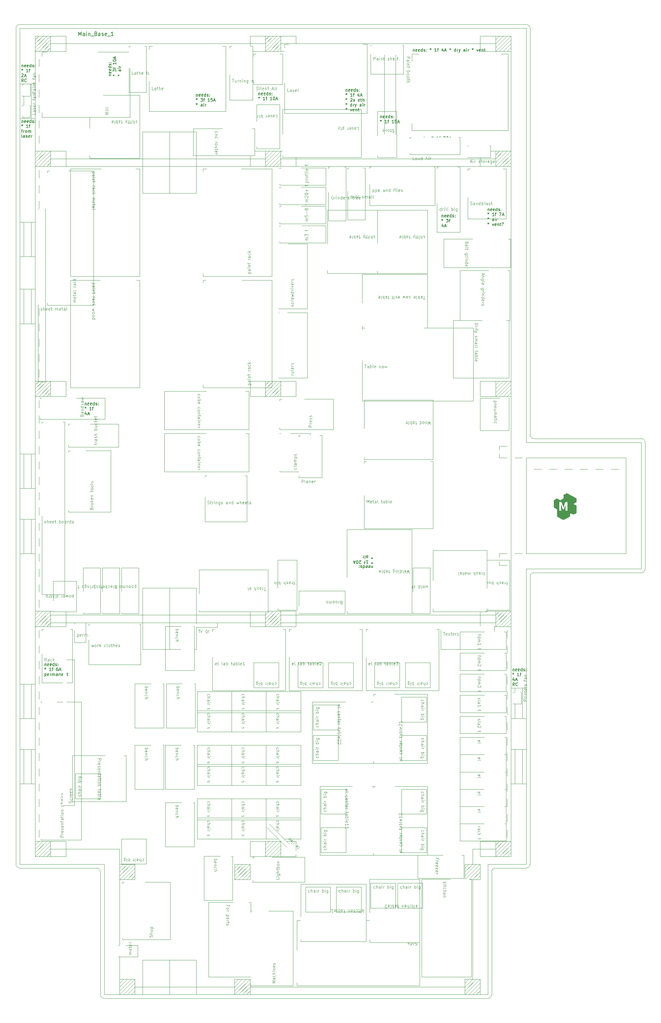
<source format=gbr>
G04 #@! TF.GenerationSoftware,KiCad,Pcbnew,6.0.10+dfsg-1~bpo11+1*
G04 #@! TF.ProjectId,main,6d61696e-2e6b-4696-9361-645f70636258,5.0*
G04 #@! TF.SameCoordinates,Original*
G04 #@! TF.FileFunction,Legend,Top*
G04 #@! TF.FilePolarity,Positive*
%FSLAX46Y46*%
G04 Gerber Fmt 4.6, Leading zero omitted, Abs format (unit mm)*
%MOMM*%
%LPD*%
G01*
G04 APERTURE LIST*
%ADD10C,0.150000*%
%ADD11C,0.080000*%
%ADD12C,0.120000*%
G04 #@! TA.AperFunction,Profile*
%ADD13C,0.120000*%
G04 #@! TD*
G04 APERTURE END LIST*
D10*
X121287976Y-38540571D02*
X121287976Y-39073904D01*
X121287976Y-38616761D02*
X121326071Y-38578666D01*
X121402261Y-38540571D01*
X121516547Y-38540571D01*
X121592738Y-38578666D01*
X121630833Y-38654857D01*
X121630833Y-39073904D01*
X122316547Y-39035809D02*
X122240357Y-39073904D01*
X122087976Y-39073904D01*
X122011785Y-39035809D01*
X121973690Y-38959619D01*
X121973690Y-38654857D01*
X122011785Y-38578666D01*
X122087976Y-38540571D01*
X122240357Y-38540571D01*
X122316547Y-38578666D01*
X122354642Y-38654857D01*
X122354642Y-38731047D01*
X121973690Y-38807238D01*
X123002261Y-39035809D02*
X122926071Y-39073904D01*
X122773690Y-39073904D01*
X122697500Y-39035809D01*
X122659404Y-38959619D01*
X122659404Y-38654857D01*
X122697500Y-38578666D01*
X122773690Y-38540571D01*
X122926071Y-38540571D01*
X123002261Y-38578666D01*
X123040357Y-38654857D01*
X123040357Y-38731047D01*
X122659404Y-38807238D01*
X123726071Y-39073904D02*
X123726071Y-38273904D01*
X123726071Y-39035809D02*
X123649880Y-39073904D01*
X123497500Y-39073904D01*
X123421309Y-39035809D01*
X123383214Y-38997714D01*
X123345119Y-38921523D01*
X123345119Y-38692952D01*
X123383214Y-38616761D01*
X123421309Y-38578666D01*
X123497500Y-38540571D01*
X123649880Y-38540571D01*
X123726071Y-38578666D01*
X124068928Y-39035809D02*
X124145119Y-39073904D01*
X124297500Y-39073904D01*
X124373690Y-39035809D01*
X124411785Y-38959619D01*
X124411785Y-38921523D01*
X124373690Y-38845333D01*
X124297500Y-38807238D01*
X124183214Y-38807238D01*
X124107023Y-38769142D01*
X124068928Y-38692952D01*
X124068928Y-38654857D01*
X124107023Y-38578666D01*
X124183214Y-38540571D01*
X124297500Y-38540571D01*
X124373690Y-38578666D01*
X124754642Y-38997714D02*
X124792738Y-39035809D01*
X124754642Y-39073904D01*
X124716547Y-39035809D01*
X124754642Y-38997714D01*
X124754642Y-39073904D01*
X124754642Y-38578666D02*
X124792738Y-38616761D01*
X124754642Y-38654857D01*
X124716547Y-38616761D01*
X124754642Y-38578666D01*
X124754642Y-38654857D01*
X121402261Y-39561904D02*
X121402261Y-39752380D01*
X121211785Y-39676190D02*
X121402261Y-39752380D01*
X121592738Y-39676190D01*
X121287976Y-39904761D02*
X121402261Y-39752380D01*
X121516547Y-39904761D01*
X122430833Y-39561904D02*
X122926071Y-39561904D01*
X122659404Y-39866666D01*
X122773690Y-39866666D01*
X122849880Y-39904761D01*
X122887976Y-39942857D01*
X122926071Y-40019047D01*
X122926071Y-40209523D01*
X122887976Y-40285714D01*
X122849880Y-40323809D01*
X122773690Y-40361904D01*
X122545119Y-40361904D01*
X122468928Y-40323809D01*
X122430833Y-40285714D01*
X123154642Y-39828571D02*
X123459404Y-39828571D01*
X123268928Y-40361904D02*
X123268928Y-39676190D01*
X123307023Y-39600000D01*
X123383214Y-39561904D01*
X123459404Y-39561904D01*
X124754642Y-40361904D02*
X124297500Y-40361904D01*
X124526071Y-40361904D02*
X124526071Y-39561904D01*
X124449880Y-39676190D01*
X124373690Y-39752380D01*
X124297500Y-39790476D01*
X125478452Y-39561904D02*
X125097500Y-39561904D01*
X125059404Y-39942857D01*
X125097500Y-39904761D01*
X125173690Y-39866666D01*
X125364166Y-39866666D01*
X125440357Y-39904761D01*
X125478452Y-39942857D01*
X125516547Y-40019047D01*
X125516547Y-40209523D01*
X125478452Y-40285714D01*
X125440357Y-40323809D01*
X125364166Y-40361904D01*
X125173690Y-40361904D01*
X125097500Y-40323809D01*
X125059404Y-40285714D01*
X125821309Y-40133333D02*
X126202261Y-40133333D01*
X125745119Y-40361904D02*
X126011785Y-39561904D01*
X126278452Y-40361904D01*
X121402261Y-40849904D02*
X121402261Y-41040380D01*
X121211785Y-40964190D02*
X121402261Y-41040380D01*
X121592738Y-40964190D01*
X121287976Y-41192761D02*
X121402261Y-41040380D01*
X121516547Y-41192761D01*
X122849880Y-41649904D02*
X122849880Y-41230857D01*
X122811785Y-41154666D01*
X122735595Y-41116571D01*
X122583214Y-41116571D01*
X122507023Y-41154666D01*
X122849880Y-41611809D02*
X122773690Y-41649904D01*
X122583214Y-41649904D01*
X122507023Y-41611809D01*
X122468928Y-41535619D01*
X122468928Y-41459428D01*
X122507023Y-41383238D01*
X122583214Y-41345142D01*
X122773690Y-41345142D01*
X122849880Y-41307047D01*
X123230833Y-41649904D02*
X123230833Y-41116571D01*
X123230833Y-40849904D02*
X123192738Y-40888000D01*
X123230833Y-40926095D01*
X123268928Y-40888000D01*
X123230833Y-40849904D01*
X123230833Y-40926095D01*
X123611785Y-41649904D02*
X123611785Y-41116571D01*
X123611785Y-41268952D02*
X123649880Y-41192761D01*
X123687976Y-41154666D01*
X123764166Y-41116571D01*
X123840357Y-41116571D01*
X81787976Y-187040571D02*
X81787976Y-187573904D01*
X81787976Y-187116761D02*
X81826071Y-187078666D01*
X81902261Y-187040571D01*
X82016547Y-187040571D01*
X82092738Y-187078666D01*
X82130833Y-187154857D01*
X82130833Y-187573904D01*
X82816547Y-187535809D02*
X82740357Y-187573904D01*
X82587976Y-187573904D01*
X82511785Y-187535809D01*
X82473690Y-187459619D01*
X82473690Y-187154857D01*
X82511785Y-187078666D01*
X82587976Y-187040571D01*
X82740357Y-187040571D01*
X82816547Y-187078666D01*
X82854642Y-187154857D01*
X82854642Y-187231047D01*
X82473690Y-187307238D01*
X83502261Y-187535809D02*
X83426071Y-187573904D01*
X83273690Y-187573904D01*
X83197500Y-187535809D01*
X83159404Y-187459619D01*
X83159404Y-187154857D01*
X83197500Y-187078666D01*
X83273690Y-187040571D01*
X83426071Y-187040571D01*
X83502261Y-187078666D01*
X83540357Y-187154857D01*
X83540357Y-187231047D01*
X83159404Y-187307238D01*
X84226071Y-187573904D02*
X84226071Y-186773904D01*
X84226071Y-187535809D02*
X84149880Y-187573904D01*
X83997500Y-187573904D01*
X83921309Y-187535809D01*
X83883214Y-187497714D01*
X83845119Y-187421523D01*
X83845119Y-187192952D01*
X83883214Y-187116761D01*
X83921309Y-187078666D01*
X83997500Y-187040571D01*
X84149880Y-187040571D01*
X84226071Y-187078666D01*
X84568928Y-187535809D02*
X84645119Y-187573904D01*
X84797500Y-187573904D01*
X84873690Y-187535809D01*
X84911785Y-187459619D01*
X84911785Y-187421523D01*
X84873690Y-187345333D01*
X84797500Y-187307238D01*
X84683214Y-187307238D01*
X84607023Y-187269142D01*
X84568928Y-187192952D01*
X84568928Y-187154857D01*
X84607023Y-187078666D01*
X84683214Y-187040571D01*
X84797500Y-187040571D01*
X84873690Y-187078666D01*
X85254642Y-187497714D02*
X85292738Y-187535809D01*
X85254642Y-187573904D01*
X85216547Y-187535809D01*
X85254642Y-187497714D01*
X85254642Y-187573904D01*
X85254642Y-187078666D02*
X85292738Y-187116761D01*
X85254642Y-187154857D01*
X85216547Y-187116761D01*
X85254642Y-187078666D01*
X85254642Y-187154857D01*
X81902261Y-188061904D02*
X81902261Y-188252380D01*
X81711785Y-188176190D02*
X81902261Y-188252380D01*
X82092738Y-188176190D01*
X81787976Y-188404761D02*
X81902261Y-188252380D01*
X82016547Y-188404761D01*
X83426071Y-188861904D02*
X82968928Y-188861904D01*
X83197500Y-188861904D02*
X83197500Y-188061904D01*
X83121309Y-188176190D01*
X83045119Y-188252380D01*
X82968928Y-188290476D01*
X83654642Y-188328571D02*
X83959404Y-188328571D01*
X83768928Y-188861904D02*
X83768928Y-188176190D01*
X83807023Y-188100000D01*
X83883214Y-188061904D01*
X83959404Y-188061904D01*
X85178452Y-188061904D02*
X85026071Y-188061904D01*
X84949880Y-188100000D01*
X84911785Y-188138095D01*
X84835595Y-188252380D01*
X84797500Y-188404761D01*
X84797500Y-188709523D01*
X84835595Y-188785714D01*
X84873690Y-188823809D01*
X84949880Y-188861904D01*
X85102261Y-188861904D01*
X85178452Y-188823809D01*
X85216547Y-188785714D01*
X85254642Y-188709523D01*
X85254642Y-188519047D01*
X85216547Y-188442857D01*
X85178452Y-188404761D01*
X85102261Y-188366666D01*
X84949880Y-188366666D01*
X84873690Y-188404761D01*
X84835595Y-188442857D01*
X84797500Y-188519047D01*
X85559404Y-188633333D02*
X85940357Y-188633333D01*
X85483214Y-188861904D02*
X85749880Y-188061904D01*
X86016547Y-188861904D01*
X81787976Y-189616571D02*
X81787976Y-190416571D01*
X81787976Y-189654666D02*
X81864166Y-189616571D01*
X82016547Y-189616571D01*
X82092738Y-189654666D01*
X82130833Y-189692761D01*
X82168928Y-189768952D01*
X82168928Y-189997523D01*
X82130833Y-190073714D01*
X82092738Y-190111809D01*
X82016547Y-190149904D01*
X81864166Y-190149904D01*
X81787976Y-190111809D01*
X82816547Y-190111809D02*
X82740357Y-190149904D01*
X82587976Y-190149904D01*
X82511785Y-190111809D01*
X82473690Y-190035619D01*
X82473690Y-189730857D01*
X82511785Y-189654666D01*
X82587976Y-189616571D01*
X82740357Y-189616571D01*
X82816547Y-189654666D01*
X82854642Y-189730857D01*
X82854642Y-189807047D01*
X82473690Y-189883238D01*
X83197500Y-190149904D02*
X83197500Y-189616571D01*
X83197500Y-189768952D02*
X83235595Y-189692761D01*
X83273690Y-189654666D01*
X83349880Y-189616571D01*
X83426071Y-189616571D01*
X83692738Y-190149904D02*
X83692738Y-189616571D01*
X83692738Y-189692761D02*
X83730833Y-189654666D01*
X83807023Y-189616571D01*
X83921309Y-189616571D01*
X83997500Y-189654666D01*
X84035595Y-189730857D01*
X84035595Y-190149904D01*
X84035595Y-189730857D02*
X84073690Y-189654666D01*
X84149880Y-189616571D01*
X84264166Y-189616571D01*
X84340357Y-189654666D01*
X84378452Y-189730857D01*
X84378452Y-190149904D01*
X85102261Y-190149904D02*
X85102261Y-189730857D01*
X85064166Y-189654666D01*
X84987976Y-189616571D01*
X84835595Y-189616571D01*
X84759404Y-189654666D01*
X85102261Y-190111809D02*
X85026071Y-190149904D01*
X84835595Y-190149904D01*
X84759404Y-190111809D01*
X84721309Y-190035619D01*
X84721309Y-189959428D01*
X84759404Y-189883238D01*
X84835595Y-189845142D01*
X85026071Y-189845142D01*
X85102261Y-189807047D01*
X85483214Y-189616571D02*
X85483214Y-190149904D01*
X85483214Y-189692761D02*
X85521309Y-189654666D01*
X85597500Y-189616571D01*
X85711785Y-189616571D01*
X85787976Y-189654666D01*
X85826071Y-189730857D01*
X85826071Y-190149904D01*
X86511785Y-190111809D02*
X86435595Y-190149904D01*
X86283214Y-190149904D01*
X86207023Y-190111809D01*
X86168928Y-190035619D01*
X86168928Y-189730857D01*
X86207023Y-189654666D01*
X86283214Y-189616571D01*
X86435595Y-189616571D01*
X86511785Y-189654666D01*
X86549880Y-189730857D01*
X86549880Y-189807047D01*
X86168928Y-189883238D01*
X86892738Y-189616571D02*
X86892738Y-190149904D01*
X86892738Y-189692761D02*
X86930833Y-189654666D01*
X87007023Y-189616571D01*
X87121309Y-189616571D01*
X87197500Y-189654666D01*
X87235595Y-189730857D01*
X87235595Y-190149904D01*
X87502261Y-189616571D02*
X87807023Y-189616571D01*
X87616547Y-189349904D02*
X87616547Y-190035619D01*
X87654642Y-190111809D01*
X87730833Y-190149904D01*
X87807023Y-190149904D01*
X75787976Y-45396571D02*
X75787976Y-45929904D01*
X75787976Y-45472761D02*
X75826071Y-45434666D01*
X75902261Y-45396571D01*
X76016547Y-45396571D01*
X76092738Y-45434666D01*
X76130833Y-45510857D01*
X76130833Y-45929904D01*
X76816547Y-45891809D02*
X76740357Y-45929904D01*
X76587976Y-45929904D01*
X76511785Y-45891809D01*
X76473690Y-45815619D01*
X76473690Y-45510857D01*
X76511785Y-45434666D01*
X76587976Y-45396571D01*
X76740357Y-45396571D01*
X76816547Y-45434666D01*
X76854642Y-45510857D01*
X76854642Y-45587047D01*
X76473690Y-45663238D01*
X77502261Y-45891809D02*
X77426071Y-45929904D01*
X77273690Y-45929904D01*
X77197500Y-45891809D01*
X77159404Y-45815619D01*
X77159404Y-45510857D01*
X77197500Y-45434666D01*
X77273690Y-45396571D01*
X77426071Y-45396571D01*
X77502261Y-45434666D01*
X77540357Y-45510857D01*
X77540357Y-45587047D01*
X77159404Y-45663238D01*
X78226071Y-45929904D02*
X78226071Y-45129904D01*
X78226071Y-45891809D02*
X78149880Y-45929904D01*
X77997500Y-45929904D01*
X77921309Y-45891809D01*
X77883214Y-45853714D01*
X77845119Y-45777523D01*
X77845119Y-45548952D01*
X77883214Y-45472761D01*
X77921309Y-45434666D01*
X77997500Y-45396571D01*
X78149880Y-45396571D01*
X78226071Y-45434666D01*
X78568928Y-45891809D02*
X78645119Y-45929904D01*
X78797500Y-45929904D01*
X78873690Y-45891809D01*
X78911785Y-45815619D01*
X78911785Y-45777523D01*
X78873690Y-45701333D01*
X78797500Y-45663238D01*
X78683214Y-45663238D01*
X78607023Y-45625142D01*
X78568928Y-45548952D01*
X78568928Y-45510857D01*
X78607023Y-45434666D01*
X78683214Y-45396571D01*
X78797500Y-45396571D01*
X78873690Y-45434666D01*
X79254642Y-45853714D02*
X79292738Y-45891809D01*
X79254642Y-45929904D01*
X79216547Y-45891809D01*
X79254642Y-45853714D01*
X79254642Y-45929904D01*
X79254642Y-45434666D02*
X79292738Y-45472761D01*
X79254642Y-45510857D01*
X79216547Y-45472761D01*
X79254642Y-45434666D01*
X79254642Y-45510857D01*
X75902261Y-46417904D02*
X75902261Y-46608380D01*
X75711785Y-46532190D02*
X75902261Y-46608380D01*
X76092738Y-46532190D01*
X75787976Y-46760761D02*
X75902261Y-46608380D01*
X76016547Y-46760761D01*
X77426071Y-47217904D02*
X76968928Y-47217904D01*
X77197500Y-47217904D02*
X77197500Y-46417904D01*
X77121309Y-46532190D01*
X77045119Y-46608380D01*
X76968928Y-46646476D01*
X77654642Y-46684571D02*
X77959404Y-46684571D01*
X77768928Y-47217904D02*
X77768928Y-46532190D01*
X77807023Y-46456000D01*
X77883214Y-46417904D01*
X77959404Y-46417904D01*
X75673690Y-47972571D02*
X75978452Y-47972571D01*
X75787976Y-48505904D02*
X75787976Y-47820190D01*
X75826071Y-47744000D01*
X75902261Y-47705904D01*
X75978452Y-47705904D01*
X76245119Y-48505904D02*
X76245119Y-47972571D01*
X76245119Y-48124952D02*
X76283214Y-48048761D01*
X76321309Y-48010666D01*
X76397500Y-47972571D01*
X76473690Y-47972571D01*
X76854642Y-48505904D02*
X76778452Y-48467809D01*
X76740357Y-48429714D01*
X76702261Y-48353523D01*
X76702261Y-48124952D01*
X76740357Y-48048761D01*
X76778452Y-48010666D01*
X76854642Y-47972571D01*
X76968928Y-47972571D01*
X77045119Y-48010666D01*
X77083214Y-48048761D01*
X77121309Y-48124952D01*
X77121309Y-48353523D01*
X77083214Y-48429714D01*
X77045119Y-48467809D01*
X76968928Y-48505904D01*
X76854642Y-48505904D01*
X77464166Y-48505904D02*
X77464166Y-47972571D01*
X77464166Y-48048761D02*
X77502261Y-48010666D01*
X77578452Y-47972571D01*
X77692738Y-47972571D01*
X77768928Y-48010666D01*
X77807023Y-48086857D01*
X77807023Y-48505904D01*
X77807023Y-48086857D02*
X77845119Y-48010666D01*
X77921309Y-47972571D01*
X78035595Y-47972571D01*
X78111785Y-48010666D01*
X78149880Y-48086857D01*
X78149880Y-48505904D01*
X75902261Y-49793904D02*
X75826071Y-49755809D01*
X75787976Y-49679619D01*
X75787976Y-48993904D01*
X76549880Y-49793904D02*
X76549880Y-49374857D01*
X76511785Y-49298666D01*
X76435595Y-49260571D01*
X76283214Y-49260571D01*
X76207023Y-49298666D01*
X76549880Y-49755809D02*
X76473690Y-49793904D01*
X76283214Y-49793904D01*
X76207023Y-49755809D01*
X76168928Y-49679619D01*
X76168928Y-49603428D01*
X76207023Y-49527238D01*
X76283214Y-49489142D01*
X76473690Y-49489142D01*
X76549880Y-49451047D01*
X76892738Y-49755809D02*
X76968928Y-49793904D01*
X77121309Y-49793904D01*
X77197500Y-49755809D01*
X77235595Y-49679619D01*
X77235595Y-49641523D01*
X77197500Y-49565333D01*
X77121309Y-49527238D01*
X77007023Y-49527238D01*
X76930833Y-49489142D01*
X76892738Y-49412952D01*
X76892738Y-49374857D01*
X76930833Y-49298666D01*
X77007023Y-49260571D01*
X77121309Y-49260571D01*
X77197500Y-49298666D01*
X77883214Y-49755809D02*
X77807023Y-49793904D01*
X77654642Y-49793904D01*
X77578452Y-49755809D01*
X77540357Y-49679619D01*
X77540357Y-49374857D01*
X77578452Y-49298666D01*
X77654642Y-49260571D01*
X77807023Y-49260571D01*
X77883214Y-49298666D01*
X77921309Y-49374857D01*
X77921309Y-49451047D01*
X77540357Y-49527238D01*
X78264166Y-49793904D02*
X78264166Y-49260571D01*
X78264166Y-49412952D02*
X78302261Y-49336761D01*
X78340357Y-49298666D01*
X78416547Y-49260571D01*
X78492738Y-49260571D01*
X197287976Y-68396571D02*
X197287976Y-68929904D01*
X197287976Y-68472761D02*
X197326071Y-68434666D01*
X197402261Y-68396571D01*
X197516547Y-68396571D01*
X197592738Y-68434666D01*
X197630833Y-68510857D01*
X197630833Y-68929904D01*
X198316547Y-68891809D02*
X198240357Y-68929904D01*
X198087976Y-68929904D01*
X198011785Y-68891809D01*
X197973690Y-68815619D01*
X197973690Y-68510857D01*
X198011785Y-68434666D01*
X198087976Y-68396571D01*
X198240357Y-68396571D01*
X198316547Y-68434666D01*
X198354642Y-68510857D01*
X198354642Y-68587047D01*
X197973690Y-68663238D01*
X199002261Y-68891809D02*
X198926071Y-68929904D01*
X198773690Y-68929904D01*
X198697500Y-68891809D01*
X198659404Y-68815619D01*
X198659404Y-68510857D01*
X198697500Y-68434666D01*
X198773690Y-68396571D01*
X198926071Y-68396571D01*
X199002261Y-68434666D01*
X199040357Y-68510857D01*
X199040357Y-68587047D01*
X198659404Y-68663238D01*
X199726071Y-68929904D02*
X199726071Y-68129904D01*
X199726071Y-68891809D02*
X199649880Y-68929904D01*
X199497500Y-68929904D01*
X199421309Y-68891809D01*
X199383214Y-68853714D01*
X199345119Y-68777523D01*
X199345119Y-68548952D01*
X199383214Y-68472761D01*
X199421309Y-68434666D01*
X199497500Y-68396571D01*
X199649880Y-68396571D01*
X199726071Y-68434666D01*
X200068928Y-68891809D02*
X200145119Y-68929904D01*
X200297500Y-68929904D01*
X200373690Y-68891809D01*
X200411785Y-68815619D01*
X200411785Y-68777523D01*
X200373690Y-68701333D01*
X200297500Y-68663238D01*
X200183214Y-68663238D01*
X200107023Y-68625142D01*
X200068928Y-68548952D01*
X200068928Y-68510857D01*
X200107023Y-68434666D01*
X200183214Y-68396571D01*
X200297500Y-68396571D01*
X200373690Y-68434666D01*
X200754642Y-68853714D02*
X200792738Y-68891809D01*
X200754642Y-68929904D01*
X200716547Y-68891809D01*
X200754642Y-68853714D01*
X200754642Y-68929904D01*
X200754642Y-68434666D02*
X200792738Y-68472761D01*
X200754642Y-68510857D01*
X200716547Y-68472761D01*
X200754642Y-68434666D01*
X200754642Y-68510857D01*
X197402261Y-69417904D02*
X197402261Y-69608380D01*
X197211785Y-69532190D02*
X197402261Y-69608380D01*
X197592738Y-69532190D01*
X197287976Y-69760761D02*
X197402261Y-69608380D01*
X197516547Y-69760761D01*
X198926071Y-70217904D02*
X198468928Y-70217904D01*
X198697500Y-70217904D02*
X198697500Y-69417904D01*
X198621309Y-69532190D01*
X198545119Y-69608380D01*
X198468928Y-69646476D01*
X199154642Y-69684571D02*
X199459404Y-69684571D01*
X199268928Y-70217904D02*
X199268928Y-69532190D01*
X199307023Y-69456000D01*
X199383214Y-69417904D01*
X199459404Y-69417904D01*
X200259404Y-69417904D02*
X200792738Y-69417904D01*
X200449880Y-70217904D01*
X201059404Y-69989333D02*
X201440357Y-69989333D01*
X200983214Y-70217904D02*
X201249880Y-69417904D01*
X201516547Y-70217904D01*
X197402261Y-70705904D02*
X197402261Y-70896380D01*
X197211785Y-70820190D02*
X197402261Y-70896380D01*
X197592738Y-70820190D01*
X197287976Y-71048761D02*
X197402261Y-70896380D01*
X197516547Y-71048761D01*
X198849880Y-71505904D02*
X198849880Y-71086857D01*
X198811785Y-71010666D01*
X198735595Y-70972571D01*
X198583214Y-70972571D01*
X198507023Y-71010666D01*
X198849880Y-71467809D02*
X198773690Y-71505904D01*
X198583214Y-71505904D01*
X198507023Y-71467809D01*
X198468928Y-71391619D01*
X198468928Y-71315428D01*
X198507023Y-71239238D01*
X198583214Y-71201142D01*
X198773690Y-71201142D01*
X198849880Y-71163047D01*
X199230833Y-71505904D02*
X199230833Y-70972571D01*
X199230833Y-70705904D02*
X199192738Y-70744000D01*
X199230833Y-70782095D01*
X199268928Y-70744000D01*
X199230833Y-70705904D01*
X199230833Y-70782095D01*
X199611785Y-71505904D02*
X199611785Y-70972571D01*
X199611785Y-71124952D02*
X199649880Y-71048761D01*
X199687976Y-71010666D01*
X199764166Y-70972571D01*
X199840357Y-70972571D01*
X197402261Y-71993904D02*
X197402261Y-72184380D01*
X197211785Y-72108190D02*
X197402261Y-72184380D01*
X197592738Y-72108190D01*
X197287976Y-72336761D02*
X197402261Y-72184380D01*
X197516547Y-72336761D01*
X198430833Y-72260571D02*
X198621309Y-72793904D01*
X198811785Y-72260571D01*
X199421309Y-72755809D02*
X199345119Y-72793904D01*
X199192738Y-72793904D01*
X199116547Y-72755809D01*
X199078452Y-72679619D01*
X199078452Y-72374857D01*
X199116547Y-72298666D01*
X199192738Y-72260571D01*
X199345119Y-72260571D01*
X199421309Y-72298666D01*
X199459404Y-72374857D01*
X199459404Y-72451047D01*
X199078452Y-72527238D01*
X199802261Y-72260571D02*
X199802261Y-72793904D01*
X199802261Y-72336761D02*
X199840357Y-72298666D01*
X199916547Y-72260571D01*
X200030833Y-72260571D01*
X200107023Y-72298666D01*
X200145119Y-72374857D01*
X200145119Y-72793904D01*
X200411785Y-72260571D02*
X200716547Y-72260571D01*
X200526071Y-71993904D02*
X200526071Y-72679619D01*
X200564166Y-72755809D01*
X200640357Y-72793904D01*
X200716547Y-72793904D01*
X201097500Y-72717714D02*
X201135595Y-72755809D01*
X201097500Y-72793904D01*
X201059404Y-72755809D01*
X201097500Y-72717714D01*
X201097500Y-72793904D01*
X200945119Y-72032000D02*
X201021309Y-71993904D01*
X201211785Y-71993904D01*
X201287976Y-72032000D01*
X201326071Y-72108190D01*
X201326071Y-72184380D01*
X201287976Y-72260571D01*
X201249880Y-72298666D01*
X201173690Y-72336761D01*
X201135595Y-72374857D01*
X201097500Y-72451047D01*
X201097500Y-72489142D01*
X169287976Y-44184571D02*
X169287976Y-44717904D01*
X169287976Y-44260761D02*
X169326071Y-44222666D01*
X169402261Y-44184571D01*
X169516547Y-44184571D01*
X169592738Y-44222666D01*
X169630833Y-44298857D01*
X169630833Y-44717904D01*
X170316547Y-44679809D02*
X170240357Y-44717904D01*
X170087976Y-44717904D01*
X170011785Y-44679809D01*
X169973690Y-44603619D01*
X169973690Y-44298857D01*
X170011785Y-44222666D01*
X170087976Y-44184571D01*
X170240357Y-44184571D01*
X170316547Y-44222666D01*
X170354642Y-44298857D01*
X170354642Y-44375047D01*
X169973690Y-44451238D01*
X171002261Y-44679809D02*
X170926071Y-44717904D01*
X170773690Y-44717904D01*
X170697500Y-44679809D01*
X170659404Y-44603619D01*
X170659404Y-44298857D01*
X170697500Y-44222666D01*
X170773690Y-44184571D01*
X170926071Y-44184571D01*
X171002261Y-44222666D01*
X171040357Y-44298857D01*
X171040357Y-44375047D01*
X170659404Y-44451238D01*
X171726071Y-44717904D02*
X171726071Y-43917904D01*
X171726071Y-44679809D02*
X171649880Y-44717904D01*
X171497500Y-44717904D01*
X171421309Y-44679809D01*
X171383214Y-44641714D01*
X171345119Y-44565523D01*
X171345119Y-44336952D01*
X171383214Y-44260761D01*
X171421309Y-44222666D01*
X171497500Y-44184571D01*
X171649880Y-44184571D01*
X171726071Y-44222666D01*
X172068928Y-44679809D02*
X172145119Y-44717904D01*
X172297500Y-44717904D01*
X172373690Y-44679809D01*
X172411785Y-44603619D01*
X172411785Y-44565523D01*
X172373690Y-44489333D01*
X172297500Y-44451238D01*
X172183214Y-44451238D01*
X172107023Y-44413142D01*
X172068928Y-44336952D01*
X172068928Y-44298857D01*
X172107023Y-44222666D01*
X172183214Y-44184571D01*
X172297500Y-44184571D01*
X172373690Y-44222666D01*
X172754642Y-44641714D02*
X172792738Y-44679809D01*
X172754642Y-44717904D01*
X172716547Y-44679809D01*
X172754642Y-44641714D01*
X172754642Y-44717904D01*
X172754642Y-44222666D02*
X172792738Y-44260761D01*
X172754642Y-44298857D01*
X172716547Y-44260761D01*
X172754642Y-44222666D01*
X172754642Y-44298857D01*
X169402261Y-45205904D02*
X169402261Y-45396380D01*
X169211785Y-45320190D02*
X169402261Y-45396380D01*
X169592738Y-45320190D01*
X169287976Y-45548761D02*
X169402261Y-45396380D01*
X169516547Y-45548761D01*
X170926071Y-46005904D02*
X170468928Y-46005904D01*
X170697500Y-46005904D02*
X170697500Y-45205904D01*
X170621309Y-45320190D01*
X170545119Y-45396380D01*
X170468928Y-45434476D01*
X171154642Y-45472571D02*
X171459404Y-45472571D01*
X171268928Y-46005904D02*
X171268928Y-45320190D01*
X171307023Y-45244000D01*
X171383214Y-45205904D01*
X171459404Y-45205904D01*
X172754642Y-46005904D02*
X172297500Y-46005904D01*
X172526071Y-46005904D02*
X172526071Y-45205904D01*
X172449880Y-45320190D01*
X172373690Y-45396380D01*
X172297500Y-45434476D01*
X173478452Y-45205904D02*
X173097500Y-45205904D01*
X173059404Y-45586857D01*
X173097500Y-45548761D01*
X173173690Y-45510666D01*
X173364166Y-45510666D01*
X173440357Y-45548761D01*
X173478452Y-45586857D01*
X173516547Y-45663047D01*
X173516547Y-45853523D01*
X173478452Y-45929714D01*
X173440357Y-45967809D01*
X173364166Y-46005904D01*
X173173690Y-46005904D01*
X173097500Y-45967809D01*
X173059404Y-45929714D01*
X173821309Y-45777333D02*
X174202261Y-45777333D01*
X173745119Y-46005904D02*
X174011785Y-45205904D01*
X174278452Y-46005904D01*
X160287976Y-37252571D02*
X160287976Y-37785904D01*
X160287976Y-37328761D02*
X160326071Y-37290666D01*
X160402261Y-37252571D01*
X160516547Y-37252571D01*
X160592738Y-37290666D01*
X160630833Y-37366857D01*
X160630833Y-37785904D01*
X161316547Y-37747809D02*
X161240357Y-37785904D01*
X161087976Y-37785904D01*
X161011785Y-37747809D01*
X160973690Y-37671619D01*
X160973690Y-37366857D01*
X161011785Y-37290666D01*
X161087976Y-37252571D01*
X161240357Y-37252571D01*
X161316547Y-37290666D01*
X161354642Y-37366857D01*
X161354642Y-37443047D01*
X160973690Y-37519238D01*
X162002261Y-37747809D02*
X161926071Y-37785904D01*
X161773690Y-37785904D01*
X161697500Y-37747809D01*
X161659404Y-37671619D01*
X161659404Y-37366857D01*
X161697500Y-37290666D01*
X161773690Y-37252571D01*
X161926071Y-37252571D01*
X162002261Y-37290666D01*
X162040357Y-37366857D01*
X162040357Y-37443047D01*
X161659404Y-37519238D01*
X162726071Y-37785904D02*
X162726071Y-36985904D01*
X162726071Y-37747809D02*
X162649880Y-37785904D01*
X162497500Y-37785904D01*
X162421309Y-37747809D01*
X162383214Y-37709714D01*
X162345119Y-37633523D01*
X162345119Y-37404952D01*
X162383214Y-37328761D01*
X162421309Y-37290666D01*
X162497500Y-37252571D01*
X162649880Y-37252571D01*
X162726071Y-37290666D01*
X163068928Y-37747809D02*
X163145119Y-37785904D01*
X163297500Y-37785904D01*
X163373690Y-37747809D01*
X163411785Y-37671619D01*
X163411785Y-37633523D01*
X163373690Y-37557333D01*
X163297500Y-37519238D01*
X163183214Y-37519238D01*
X163107023Y-37481142D01*
X163068928Y-37404952D01*
X163068928Y-37366857D01*
X163107023Y-37290666D01*
X163183214Y-37252571D01*
X163297500Y-37252571D01*
X163373690Y-37290666D01*
X163754642Y-37709714D02*
X163792738Y-37747809D01*
X163754642Y-37785904D01*
X163716547Y-37747809D01*
X163754642Y-37709714D01*
X163754642Y-37785904D01*
X163754642Y-37290666D02*
X163792738Y-37328761D01*
X163754642Y-37366857D01*
X163716547Y-37328761D01*
X163754642Y-37290666D01*
X163754642Y-37366857D01*
X160402261Y-38273904D02*
X160402261Y-38464380D01*
X160211785Y-38388190D02*
X160402261Y-38464380D01*
X160592738Y-38388190D01*
X160287976Y-38616761D02*
X160402261Y-38464380D01*
X160516547Y-38616761D01*
X161926071Y-39073904D02*
X161468928Y-39073904D01*
X161697500Y-39073904D02*
X161697500Y-38273904D01*
X161621309Y-38388190D01*
X161545119Y-38464380D01*
X161468928Y-38502476D01*
X162154642Y-38540571D02*
X162459404Y-38540571D01*
X162268928Y-39073904D02*
X162268928Y-38388190D01*
X162307023Y-38312000D01*
X162383214Y-38273904D01*
X162459404Y-38273904D01*
X163678452Y-38540571D02*
X163678452Y-39073904D01*
X163487976Y-38235809D02*
X163297500Y-38807238D01*
X163792738Y-38807238D01*
X164059404Y-38845333D02*
X164440357Y-38845333D01*
X163983214Y-39073904D02*
X164249880Y-38273904D01*
X164516547Y-39073904D01*
X160402261Y-39561904D02*
X160402261Y-39752380D01*
X160211785Y-39676190D02*
X160402261Y-39752380D01*
X160592738Y-39676190D01*
X160287976Y-39904761D02*
X160402261Y-39752380D01*
X160516547Y-39904761D01*
X161468928Y-39638095D02*
X161507023Y-39600000D01*
X161583214Y-39561904D01*
X161773690Y-39561904D01*
X161849880Y-39600000D01*
X161887976Y-39638095D01*
X161926071Y-39714285D01*
X161926071Y-39790476D01*
X161887976Y-39904761D01*
X161430833Y-40361904D01*
X161926071Y-40361904D01*
X162192738Y-40361904D02*
X162611785Y-39828571D01*
X162192738Y-39828571D02*
X162611785Y-40361904D01*
X163830833Y-40323809D02*
X163754642Y-40361904D01*
X163602261Y-40361904D01*
X163526071Y-40323809D01*
X163487976Y-40247619D01*
X163487976Y-39942857D01*
X163526071Y-39866666D01*
X163602261Y-39828571D01*
X163754642Y-39828571D01*
X163830833Y-39866666D01*
X163868928Y-39942857D01*
X163868928Y-40019047D01*
X163487976Y-40095238D01*
X164097500Y-39828571D02*
X164402261Y-39828571D01*
X164211785Y-39561904D02*
X164211785Y-40247619D01*
X164249880Y-40323809D01*
X164326071Y-40361904D01*
X164402261Y-40361904D01*
X164668928Y-40361904D02*
X164668928Y-39561904D01*
X165011785Y-40361904D02*
X165011785Y-39942857D01*
X164973690Y-39866666D01*
X164897500Y-39828571D01*
X164783214Y-39828571D01*
X164707023Y-39866666D01*
X164668928Y-39904761D01*
X160402261Y-40849904D02*
X160402261Y-41040380D01*
X160211785Y-40964190D02*
X160402261Y-41040380D01*
X160592738Y-40964190D01*
X160287976Y-41192761D02*
X160402261Y-41040380D01*
X160516547Y-41192761D01*
X161849880Y-41649904D02*
X161849880Y-40849904D01*
X161849880Y-41611809D02*
X161773690Y-41649904D01*
X161621309Y-41649904D01*
X161545119Y-41611809D01*
X161507023Y-41573714D01*
X161468928Y-41497523D01*
X161468928Y-41268952D01*
X161507023Y-41192761D01*
X161545119Y-41154666D01*
X161621309Y-41116571D01*
X161773690Y-41116571D01*
X161849880Y-41154666D01*
X162230833Y-41649904D02*
X162230833Y-41116571D01*
X162230833Y-41268952D02*
X162268928Y-41192761D01*
X162307023Y-41154666D01*
X162383214Y-41116571D01*
X162459404Y-41116571D01*
X162649880Y-41116571D02*
X162840357Y-41649904D01*
X163030833Y-41116571D02*
X162840357Y-41649904D01*
X162764166Y-41840380D01*
X162726071Y-41878476D01*
X162649880Y-41916571D01*
X164287976Y-41649904D02*
X164287976Y-41230857D01*
X164249880Y-41154666D01*
X164173690Y-41116571D01*
X164021309Y-41116571D01*
X163945119Y-41154666D01*
X164287976Y-41611809D02*
X164211785Y-41649904D01*
X164021309Y-41649904D01*
X163945119Y-41611809D01*
X163907023Y-41535619D01*
X163907023Y-41459428D01*
X163945119Y-41383238D01*
X164021309Y-41345142D01*
X164211785Y-41345142D01*
X164287976Y-41307047D01*
X164668928Y-41649904D02*
X164668928Y-41116571D01*
X164668928Y-40849904D02*
X164630833Y-40888000D01*
X164668928Y-40926095D01*
X164707023Y-40888000D01*
X164668928Y-40849904D01*
X164668928Y-40926095D01*
X165049880Y-41649904D02*
X165049880Y-41116571D01*
X165049880Y-41268952D02*
X165087976Y-41192761D01*
X165126071Y-41154666D01*
X165202261Y-41116571D01*
X165278452Y-41116571D01*
X160402261Y-42137904D02*
X160402261Y-42328380D01*
X160211785Y-42252190D02*
X160402261Y-42328380D01*
X160592738Y-42252190D01*
X160287976Y-42480761D02*
X160402261Y-42328380D01*
X160516547Y-42480761D01*
X161430833Y-42404571D02*
X161621309Y-42937904D01*
X161811785Y-42404571D01*
X162421309Y-42899809D02*
X162345119Y-42937904D01*
X162192738Y-42937904D01*
X162116547Y-42899809D01*
X162078452Y-42823619D01*
X162078452Y-42518857D01*
X162116547Y-42442666D01*
X162192738Y-42404571D01*
X162345119Y-42404571D01*
X162421309Y-42442666D01*
X162459404Y-42518857D01*
X162459404Y-42595047D01*
X162078452Y-42671238D01*
X162802261Y-42404571D02*
X162802261Y-42937904D01*
X162802261Y-42480761D02*
X162840357Y-42442666D01*
X162916547Y-42404571D01*
X163030833Y-42404571D01*
X163107023Y-42442666D01*
X163145119Y-42518857D01*
X163145119Y-42937904D01*
X163411785Y-42404571D02*
X163716547Y-42404571D01*
X163526071Y-42137904D02*
X163526071Y-42823619D01*
X163564166Y-42899809D01*
X163640357Y-42937904D01*
X163716547Y-42937904D01*
X98540571Y-33712023D02*
X99073904Y-33712023D01*
X98616761Y-33712023D02*
X98578666Y-33673928D01*
X98540571Y-33597738D01*
X98540571Y-33483452D01*
X98578666Y-33407261D01*
X98654857Y-33369166D01*
X99073904Y-33369166D01*
X99035809Y-32683452D02*
X99073904Y-32759642D01*
X99073904Y-32912023D01*
X99035809Y-32988214D01*
X98959619Y-33026309D01*
X98654857Y-33026309D01*
X98578666Y-32988214D01*
X98540571Y-32912023D01*
X98540571Y-32759642D01*
X98578666Y-32683452D01*
X98654857Y-32645357D01*
X98731047Y-32645357D01*
X98807238Y-33026309D01*
X99035809Y-31997738D02*
X99073904Y-32073928D01*
X99073904Y-32226309D01*
X99035809Y-32302500D01*
X98959619Y-32340595D01*
X98654857Y-32340595D01*
X98578666Y-32302500D01*
X98540571Y-32226309D01*
X98540571Y-32073928D01*
X98578666Y-31997738D01*
X98654857Y-31959642D01*
X98731047Y-31959642D01*
X98807238Y-32340595D01*
X99073904Y-31273928D02*
X98273904Y-31273928D01*
X99035809Y-31273928D02*
X99073904Y-31350119D01*
X99073904Y-31502500D01*
X99035809Y-31578690D01*
X98997714Y-31616785D01*
X98921523Y-31654880D01*
X98692952Y-31654880D01*
X98616761Y-31616785D01*
X98578666Y-31578690D01*
X98540571Y-31502500D01*
X98540571Y-31350119D01*
X98578666Y-31273928D01*
X99035809Y-30931071D02*
X99073904Y-30854880D01*
X99073904Y-30702500D01*
X99035809Y-30626309D01*
X98959619Y-30588214D01*
X98921523Y-30588214D01*
X98845333Y-30626309D01*
X98807238Y-30702500D01*
X98807238Y-30816785D01*
X98769142Y-30892976D01*
X98692952Y-30931071D01*
X98654857Y-30931071D01*
X98578666Y-30892976D01*
X98540571Y-30816785D01*
X98540571Y-30702500D01*
X98578666Y-30626309D01*
X98997714Y-30245357D02*
X99035809Y-30207261D01*
X99073904Y-30245357D01*
X99035809Y-30283452D01*
X98997714Y-30245357D01*
X99073904Y-30245357D01*
X98578666Y-30245357D02*
X98616761Y-30207261D01*
X98654857Y-30245357D01*
X98616761Y-30283452D01*
X98578666Y-30245357D01*
X98654857Y-30245357D01*
X99561904Y-33597738D02*
X99752380Y-33597738D01*
X99676190Y-33788214D02*
X99752380Y-33597738D01*
X99676190Y-33407261D01*
X99904761Y-33712023D02*
X99752380Y-33597738D01*
X99904761Y-33483452D01*
X99561904Y-32569166D02*
X99561904Y-32073928D01*
X99866666Y-32340595D01*
X99866666Y-32226309D01*
X99904761Y-32150119D01*
X99942857Y-32112023D01*
X100019047Y-32073928D01*
X100209523Y-32073928D01*
X100285714Y-32112023D01*
X100323809Y-32150119D01*
X100361904Y-32226309D01*
X100361904Y-32454880D01*
X100323809Y-32531071D01*
X100285714Y-32569166D01*
X99828571Y-31845357D02*
X99828571Y-31540595D01*
X100361904Y-31731071D02*
X99676190Y-31731071D01*
X99600000Y-31692976D01*
X99561904Y-31616785D01*
X99561904Y-31540595D01*
X100361904Y-30245357D02*
X100361904Y-30702500D01*
X100361904Y-30473928D02*
X99561904Y-30473928D01*
X99676190Y-30550119D01*
X99752380Y-30626309D01*
X99790476Y-30702500D01*
X99561904Y-29750119D02*
X99561904Y-29673928D01*
X99600000Y-29597738D01*
X99638095Y-29559642D01*
X99714285Y-29521547D01*
X99866666Y-29483452D01*
X100057142Y-29483452D01*
X100209523Y-29521547D01*
X100285714Y-29559642D01*
X100323809Y-29597738D01*
X100361904Y-29673928D01*
X100361904Y-29750119D01*
X100323809Y-29826309D01*
X100285714Y-29864404D01*
X100209523Y-29902500D01*
X100057142Y-29940595D01*
X99866666Y-29940595D01*
X99714285Y-29902500D01*
X99638095Y-29864404D01*
X99600000Y-29826309D01*
X99561904Y-29750119D01*
X100133333Y-29178690D02*
X100133333Y-28797738D01*
X100361904Y-29254880D02*
X99561904Y-28988214D01*
X100361904Y-28721547D01*
X100849904Y-33597738D02*
X101040380Y-33597738D01*
X100964190Y-33788214D02*
X101040380Y-33597738D01*
X100964190Y-33407261D01*
X101192761Y-33712023D02*
X101040380Y-33597738D01*
X101192761Y-33483452D01*
X101649904Y-32150119D02*
X101230857Y-32150119D01*
X101154666Y-32188214D01*
X101116571Y-32264404D01*
X101116571Y-32416785D01*
X101154666Y-32492976D01*
X101611809Y-32150119D02*
X101649904Y-32226309D01*
X101649904Y-32416785D01*
X101611809Y-32492976D01*
X101535619Y-32531071D01*
X101459428Y-32531071D01*
X101383238Y-32492976D01*
X101345142Y-32416785D01*
X101345142Y-32226309D01*
X101307047Y-32150119D01*
X101649904Y-31769166D02*
X101116571Y-31769166D01*
X100849904Y-31769166D02*
X100888000Y-31807261D01*
X100926095Y-31769166D01*
X100888000Y-31731071D01*
X100849904Y-31769166D01*
X100926095Y-31769166D01*
X101649904Y-31388214D02*
X101116571Y-31388214D01*
X101268952Y-31388214D02*
X101192761Y-31350119D01*
X101154666Y-31312023D01*
X101116571Y-31235833D01*
X101116571Y-31159642D01*
X177787976Y-26828571D02*
X177787976Y-27361904D01*
X177787976Y-26904761D02*
X177826071Y-26866666D01*
X177902261Y-26828571D01*
X178016547Y-26828571D01*
X178092738Y-26866666D01*
X178130833Y-26942857D01*
X178130833Y-27361904D01*
X178816547Y-27323809D02*
X178740357Y-27361904D01*
X178587976Y-27361904D01*
X178511785Y-27323809D01*
X178473690Y-27247619D01*
X178473690Y-26942857D01*
X178511785Y-26866666D01*
X178587976Y-26828571D01*
X178740357Y-26828571D01*
X178816547Y-26866666D01*
X178854642Y-26942857D01*
X178854642Y-27019047D01*
X178473690Y-27095238D01*
X179502261Y-27323809D02*
X179426071Y-27361904D01*
X179273690Y-27361904D01*
X179197500Y-27323809D01*
X179159404Y-27247619D01*
X179159404Y-26942857D01*
X179197500Y-26866666D01*
X179273690Y-26828571D01*
X179426071Y-26828571D01*
X179502261Y-26866666D01*
X179540357Y-26942857D01*
X179540357Y-27019047D01*
X179159404Y-27095238D01*
X180226071Y-27361904D02*
X180226071Y-26561904D01*
X180226071Y-27323809D02*
X180149880Y-27361904D01*
X179997500Y-27361904D01*
X179921309Y-27323809D01*
X179883214Y-27285714D01*
X179845119Y-27209523D01*
X179845119Y-26980952D01*
X179883214Y-26904761D01*
X179921309Y-26866666D01*
X179997500Y-26828571D01*
X180149880Y-26828571D01*
X180226071Y-26866666D01*
X180568928Y-27323809D02*
X180645119Y-27361904D01*
X180797500Y-27361904D01*
X180873690Y-27323809D01*
X180911785Y-27247619D01*
X180911785Y-27209523D01*
X180873690Y-27133333D01*
X180797500Y-27095238D01*
X180683214Y-27095238D01*
X180607023Y-27057142D01*
X180568928Y-26980952D01*
X180568928Y-26942857D01*
X180607023Y-26866666D01*
X180683214Y-26828571D01*
X180797500Y-26828571D01*
X180873690Y-26866666D01*
X181254642Y-27285714D02*
X181292738Y-27323809D01*
X181254642Y-27361904D01*
X181216547Y-27323809D01*
X181254642Y-27285714D01*
X181254642Y-27361904D01*
X181254642Y-26866666D02*
X181292738Y-26904761D01*
X181254642Y-26942857D01*
X181216547Y-26904761D01*
X181254642Y-26866666D01*
X181254642Y-26942857D01*
X182359404Y-26561904D02*
X182359404Y-26752380D01*
X182168928Y-26676190D02*
X182359404Y-26752380D01*
X182549880Y-26676190D01*
X182245119Y-26904761D02*
X182359404Y-26752380D01*
X182473690Y-26904761D01*
X183883214Y-27361904D02*
X183426071Y-27361904D01*
X183654642Y-27361904D02*
X183654642Y-26561904D01*
X183578452Y-26676190D01*
X183502261Y-26752380D01*
X183426071Y-26790476D01*
X184111785Y-26828571D02*
X184416547Y-26828571D01*
X184226071Y-27361904D02*
X184226071Y-26676190D01*
X184264166Y-26600000D01*
X184340357Y-26561904D01*
X184416547Y-26561904D01*
X185635595Y-26828571D02*
X185635595Y-27361904D01*
X185445119Y-26523809D02*
X185254642Y-27095238D01*
X185749880Y-27095238D01*
X186016547Y-27133333D02*
X186397500Y-27133333D01*
X185940357Y-27361904D02*
X186207023Y-26561904D01*
X186473690Y-27361904D01*
X187464166Y-26561904D02*
X187464166Y-26752380D01*
X187273690Y-26676190D02*
X187464166Y-26752380D01*
X187654642Y-26676190D01*
X187349880Y-26904761D02*
X187464166Y-26752380D01*
X187578452Y-26904761D01*
X188911785Y-27361904D02*
X188911785Y-26561904D01*
X188911785Y-27323809D02*
X188835595Y-27361904D01*
X188683214Y-27361904D01*
X188607023Y-27323809D01*
X188568928Y-27285714D01*
X188530833Y-27209523D01*
X188530833Y-26980952D01*
X188568928Y-26904761D01*
X188607023Y-26866666D01*
X188683214Y-26828571D01*
X188835595Y-26828571D01*
X188911785Y-26866666D01*
X189292738Y-27361904D02*
X189292738Y-26828571D01*
X189292738Y-26980952D02*
X189330833Y-26904761D01*
X189368928Y-26866666D01*
X189445119Y-26828571D01*
X189521309Y-26828571D01*
X189711785Y-26828571D02*
X189902261Y-27361904D01*
X190092738Y-26828571D02*
X189902261Y-27361904D01*
X189826071Y-27552380D01*
X189787976Y-27590476D01*
X189711785Y-27628571D01*
X191349880Y-27361904D02*
X191349880Y-26942857D01*
X191311785Y-26866666D01*
X191235595Y-26828571D01*
X191083214Y-26828571D01*
X191007023Y-26866666D01*
X191349880Y-27323809D02*
X191273690Y-27361904D01*
X191083214Y-27361904D01*
X191007023Y-27323809D01*
X190968928Y-27247619D01*
X190968928Y-27171428D01*
X191007023Y-27095238D01*
X191083214Y-27057142D01*
X191273690Y-27057142D01*
X191349880Y-27019047D01*
X191730833Y-27361904D02*
X191730833Y-26828571D01*
X191730833Y-26561904D02*
X191692738Y-26600000D01*
X191730833Y-26638095D01*
X191768928Y-26600000D01*
X191730833Y-26561904D01*
X191730833Y-26638095D01*
X192111785Y-27361904D02*
X192111785Y-26828571D01*
X192111785Y-26980952D02*
X192149880Y-26904761D01*
X192187976Y-26866666D01*
X192264166Y-26828571D01*
X192340357Y-26828571D01*
X193330833Y-26561904D02*
X193330833Y-26752380D01*
X193140357Y-26676190D02*
X193330833Y-26752380D01*
X193521309Y-26676190D01*
X193216547Y-26904761D02*
X193330833Y-26752380D01*
X193445119Y-26904761D01*
X194359404Y-26828571D02*
X194549880Y-27361904D01*
X194740357Y-26828571D01*
X195349880Y-27323809D02*
X195273690Y-27361904D01*
X195121309Y-27361904D01*
X195045119Y-27323809D01*
X195007023Y-27247619D01*
X195007023Y-26942857D01*
X195045119Y-26866666D01*
X195121309Y-26828571D01*
X195273690Y-26828571D01*
X195349880Y-26866666D01*
X195387976Y-26942857D01*
X195387976Y-27019047D01*
X195007023Y-27095238D01*
X195730833Y-26828571D02*
X195730833Y-27361904D01*
X195730833Y-26904761D02*
X195768928Y-26866666D01*
X195845119Y-26828571D01*
X195959404Y-26828571D01*
X196035595Y-26866666D01*
X196073690Y-26942857D01*
X196073690Y-27361904D01*
X196340357Y-26828571D02*
X196645119Y-26828571D01*
X196454642Y-26561904D02*
X196454642Y-27247619D01*
X196492738Y-27323809D01*
X196568928Y-27361904D01*
X196645119Y-27361904D01*
X92287976Y-119040571D02*
X92287976Y-119573904D01*
X92287976Y-119116761D02*
X92326071Y-119078666D01*
X92402261Y-119040571D01*
X92516547Y-119040571D01*
X92592738Y-119078666D01*
X92630833Y-119154857D01*
X92630833Y-119573904D01*
X93316547Y-119535809D02*
X93240357Y-119573904D01*
X93087976Y-119573904D01*
X93011785Y-119535809D01*
X92973690Y-119459619D01*
X92973690Y-119154857D01*
X93011785Y-119078666D01*
X93087976Y-119040571D01*
X93240357Y-119040571D01*
X93316547Y-119078666D01*
X93354642Y-119154857D01*
X93354642Y-119231047D01*
X92973690Y-119307238D01*
X94002261Y-119535809D02*
X93926071Y-119573904D01*
X93773690Y-119573904D01*
X93697500Y-119535809D01*
X93659404Y-119459619D01*
X93659404Y-119154857D01*
X93697500Y-119078666D01*
X93773690Y-119040571D01*
X93926071Y-119040571D01*
X94002261Y-119078666D01*
X94040357Y-119154857D01*
X94040357Y-119231047D01*
X93659404Y-119307238D01*
X94726071Y-119573904D02*
X94726071Y-118773904D01*
X94726071Y-119535809D02*
X94649880Y-119573904D01*
X94497500Y-119573904D01*
X94421309Y-119535809D01*
X94383214Y-119497714D01*
X94345119Y-119421523D01*
X94345119Y-119192952D01*
X94383214Y-119116761D01*
X94421309Y-119078666D01*
X94497500Y-119040571D01*
X94649880Y-119040571D01*
X94726071Y-119078666D01*
X95068928Y-119535809D02*
X95145119Y-119573904D01*
X95297500Y-119573904D01*
X95373690Y-119535809D01*
X95411785Y-119459619D01*
X95411785Y-119421523D01*
X95373690Y-119345333D01*
X95297500Y-119307238D01*
X95183214Y-119307238D01*
X95107023Y-119269142D01*
X95068928Y-119192952D01*
X95068928Y-119154857D01*
X95107023Y-119078666D01*
X95183214Y-119040571D01*
X95297500Y-119040571D01*
X95373690Y-119078666D01*
X95754642Y-119497714D02*
X95792738Y-119535809D01*
X95754642Y-119573904D01*
X95716547Y-119535809D01*
X95754642Y-119497714D01*
X95754642Y-119573904D01*
X95754642Y-119078666D02*
X95792738Y-119116761D01*
X95754642Y-119154857D01*
X95716547Y-119116761D01*
X95754642Y-119078666D01*
X95754642Y-119154857D01*
X92402261Y-120061904D02*
X92402261Y-120252380D01*
X92211785Y-120176190D02*
X92402261Y-120252380D01*
X92592738Y-120176190D01*
X92287976Y-120404761D02*
X92402261Y-120252380D01*
X92516547Y-120404761D01*
X93926071Y-120861904D02*
X93468928Y-120861904D01*
X93697500Y-120861904D02*
X93697500Y-120061904D01*
X93621309Y-120176190D01*
X93545119Y-120252380D01*
X93468928Y-120290476D01*
X94154642Y-120328571D02*
X94459404Y-120328571D01*
X94268928Y-120861904D02*
X94268928Y-120176190D01*
X94307023Y-120100000D01*
X94383214Y-120061904D01*
X94459404Y-120061904D01*
X92630833Y-121616571D02*
X92630833Y-122149904D01*
X92440357Y-121311809D02*
X92249880Y-121883238D01*
X92745119Y-121883238D01*
X93011785Y-121921333D02*
X93392738Y-121921333D01*
X92935595Y-122149904D02*
X93202261Y-121349904D01*
X93468928Y-122149904D01*
X137537976Y-38184571D02*
X137537976Y-38717904D01*
X137537976Y-38260761D02*
X137576071Y-38222666D01*
X137652261Y-38184571D01*
X137766547Y-38184571D01*
X137842738Y-38222666D01*
X137880833Y-38298857D01*
X137880833Y-38717904D01*
X138566547Y-38679809D02*
X138490357Y-38717904D01*
X138337976Y-38717904D01*
X138261785Y-38679809D01*
X138223690Y-38603619D01*
X138223690Y-38298857D01*
X138261785Y-38222666D01*
X138337976Y-38184571D01*
X138490357Y-38184571D01*
X138566547Y-38222666D01*
X138604642Y-38298857D01*
X138604642Y-38375047D01*
X138223690Y-38451238D01*
X139252261Y-38679809D02*
X139176071Y-38717904D01*
X139023690Y-38717904D01*
X138947500Y-38679809D01*
X138909404Y-38603619D01*
X138909404Y-38298857D01*
X138947500Y-38222666D01*
X139023690Y-38184571D01*
X139176071Y-38184571D01*
X139252261Y-38222666D01*
X139290357Y-38298857D01*
X139290357Y-38375047D01*
X138909404Y-38451238D01*
X139976071Y-38717904D02*
X139976071Y-37917904D01*
X139976071Y-38679809D02*
X139899880Y-38717904D01*
X139747500Y-38717904D01*
X139671309Y-38679809D01*
X139633214Y-38641714D01*
X139595119Y-38565523D01*
X139595119Y-38336952D01*
X139633214Y-38260761D01*
X139671309Y-38222666D01*
X139747500Y-38184571D01*
X139899880Y-38184571D01*
X139976071Y-38222666D01*
X140318928Y-38679809D02*
X140395119Y-38717904D01*
X140547500Y-38717904D01*
X140623690Y-38679809D01*
X140661785Y-38603619D01*
X140661785Y-38565523D01*
X140623690Y-38489333D01*
X140547500Y-38451238D01*
X140433214Y-38451238D01*
X140357023Y-38413142D01*
X140318928Y-38336952D01*
X140318928Y-38298857D01*
X140357023Y-38222666D01*
X140433214Y-38184571D01*
X140547500Y-38184571D01*
X140623690Y-38222666D01*
X141004642Y-38641714D02*
X141042738Y-38679809D01*
X141004642Y-38717904D01*
X140966547Y-38679809D01*
X141004642Y-38641714D01*
X141004642Y-38717904D01*
X141004642Y-38222666D02*
X141042738Y-38260761D01*
X141004642Y-38298857D01*
X140966547Y-38260761D01*
X141004642Y-38222666D01*
X141004642Y-38298857D01*
X137652261Y-39205904D02*
X137652261Y-39396380D01*
X137461785Y-39320190D02*
X137652261Y-39396380D01*
X137842738Y-39320190D01*
X137537976Y-39548761D02*
X137652261Y-39396380D01*
X137766547Y-39548761D01*
X139176071Y-40005904D02*
X138718928Y-40005904D01*
X138947500Y-40005904D02*
X138947500Y-39205904D01*
X138871309Y-39320190D01*
X138795119Y-39396380D01*
X138718928Y-39434476D01*
X139404642Y-39472571D02*
X139709404Y-39472571D01*
X139518928Y-40005904D02*
X139518928Y-39320190D01*
X139557023Y-39244000D01*
X139633214Y-39205904D01*
X139709404Y-39205904D01*
X141004642Y-40005904D02*
X140547500Y-40005904D01*
X140776071Y-40005904D02*
X140776071Y-39205904D01*
X140699880Y-39320190D01*
X140623690Y-39396380D01*
X140547500Y-39434476D01*
X141499880Y-39205904D02*
X141576071Y-39205904D01*
X141652261Y-39244000D01*
X141690357Y-39282095D01*
X141728452Y-39358285D01*
X141766547Y-39510666D01*
X141766547Y-39701142D01*
X141728452Y-39853523D01*
X141690357Y-39929714D01*
X141652261Y-39967809D01*
X141576071Y-40005904D01*
X141499880Y-40005904D01*
X141423690Y-39967809D01*
X141385595Y-39929714D01*
X141347500Y-39853523D01*
X141309404Y-39701142D01*
X141309404Y-39510666D01*
X141347500Y-39358285D01*
X141385595Y-39282095D01*
X141423690Y-39244000D01*
X141499880Y-39205904D01*
X142071309Y-39777333D02*
X142452261Y-39777333D01*
X141995119Y-40005904D02*
X142261785Y-39205904D01*
X142528452Y-40005904D01*
X185287976Y-70040571D02*
X185287976Y-70573904D01*
X185287976Y-70116761D02*
X185326071Y-70078666D01*
X185402261Y-70040571D01*
X185516547Y-70040571D01*
X185592738Y-70078666D01*
X185630833Y-70154857D01*
X185630833Y-70573904D01*
X186316547Y-70535809D02*
X186240357Y-70573904D01*
X186087976Y-70573904D01*
X186011785Y-70535809D01*
X185973690Y-70459619D01*
X185973690Y-70154857D01*
X186011785Y-70078666D01*
X186087976Y-70040571D01*
X186240357Y-70040571D01*
X186316547Y-70078666D01*
X186354642Y-70154857D01*
X186354642Y-70231047D01*
X185973690Y-70307238D01*
X187002261Y-70535809D02*
X186926071Y-70573904D01*
X186773690Y-70573904D01*
X186697500Y-70535809D01*
X186659404Y-70459619D01*
X186659404Y-70154857D01*
X186697500Y-70078666D01*
X186773690Y-70040571D01*
X186926071Y-70040571D01*
X187002261Y-70078666D01*
X187040357Y-70154857D01*
X187040357Y-70231047D01*
X186659404Y-70307238D01*
X187726071Y-70573904D02*
X187726071Y-69773904D01*
X187726071Y-70535809D02*
X187649880Y-70573904D01*
X187497500Y-70573904D01*
X187421309Y-70535809D01*
X187383214Y-70497714D01*
X187345119Y-70421523D01*
X187345119Y-70192952D01*
X187383214Y-70116761D01*
X187421309Y-70078666D01*
X187497500Y-70040571D01*
X187649880Y-70040571D01*
X187726071Y-70078666D01*
X188068928Y-70535809D02*
X188145119Y-70573904D01*
X188297500Y-70573904D01*
X188373690Y-70535809D01*
X188411785Y-70459619D01*
X188411785Y-70421523D01*
X188373690Y-70345333D01*
X188297500Y-70307238D01*
X188183214Y-70307238D01*
X188107023Y-70269142D01*
X188068928Y-70192952D01*
X188068928Y-70154857D01*
X188107023Y-70078666D01*
X188183214Y-70040571D01*
X188297500Y-70040571D01*
X188373690Y-70078666D01*
X188754642Y-70497714D02*
X188792738Y-70535809D01*
X188754642Y-70573904D01*
X188716547Y-70535809D01*
X188754642Y-70497714D01*
X188754642Y-70573904D01*
X188754642Y-70078666D02*
X188792738Y-70116761D01*
X188754642Y-70154857D01*
X188716547Y-70116761D01*
X188754642Y-70078666D01*
X188754642Y-70154857D01*
X185402261Y-71061904D02*
X185402261Y-71252380D01*
X185211785Y-71176190D02*
X185402261Y-71252380D01*
X185592738Y-71176190D01*
X185287976Y-71404761D02*
X185402261Y-71252380D01*
X185516547Y-71404761D01*
X186430833Y-71061904D02*
X186926071Y-71061904D01*
X186659404Y-71366666D01*
X186773690Y-71366666D01*
X186849880Y-71404761D01*
X186887976Y-71442857D01*
X186926071Y-71519047D01*
X186926071Y-71709523D01*
X186887976Y-71785714D01*
X186849880Y-71823809D01*
X186773690Y-71861904D01*
X186545119Y-71861904D01*
X186468928Y-71823809D01*
X186430833Y-71785714D01*
X187154642Y-71328571D02*
X187459404Y-71328571D01*
X187268928Y-71861904D02*
X187268928Y-71176190D01*
X187307023Y-71100000D01*
X187383214Y-71061904D01*
X187459404Y-71061904D01*
X185630833Y-72616571D02*
X185630833Y-73149904D01*
X185440357Y-72311809D02*
X185249880Y-72883238D01*
X185745119Y-72883238D01*
X186011785Y-72921333D02*
X186392738Y-72921333D01*
X185935595Y-73149904D02*
X186202261Y-72349904D01*
X186468928Y-73149904D01*
X178287976Y-49828571D02*
X178287976Y-50361904D01*
X178287976Y-49904761D02*
X178326071Y-49866666D01*
X178402261Y-49828571D01*
X178516547Y-49828571D01*
X178592738Y-49866666D01*
X178630833Y-49942857D01*
X178630833Y-50361904D01*
X179316547Y-50323809D02*
X179240357Y-50361904D01*
X179087976Y-50361904D01*
X179011785Y-50323809D01*
X178973690Y-50247619D01*
X178973690Y-49942857D01*
X179011785Y-49866666D01*
X179087976Y-49828571D01*
X179240357Y-49828571D01*
X179316547Y-49866666D01*
X179354642Y-49942857D01*
X179354642Y-50019047D01*
X178973690Y-50095238D01*
X180002261Y-50323809D02*
X179926071Y-50361904D01*
X179773690Y-50361904D01*
X179697500Y-50323809D01*
X179659404Y-50247619D01*
X179659404Y-49942857D01*
X179697500Y-49866666D01*
X179773690Y-49828571D01*
X179926071Y-49828571D01*
X180002261Y-49866666D01*
X180040357Y-49942857D01*
X180040357Y-50019047D01*
X179659404Y-50095238D01*
X180726071Y-50361904D02*
X180726071Y-49561904D01*
X180726071Y-50323809D02*
X180649880Y-50361904D01*
X180497500Y-50361904D01*
X180421309Y-50323809D01*
X180383214Y-50285714D01*
X180345119Y-50209523D01*
X180345119Y-49980952D01*
X180383214Y-49904761D01*
X180421309Y-49866666D01*
X180497500Y-49828571D01*
X180649880Y-49828571D01*
X180726071Y-49866666D01*
X181068928Y-50323809D02*
X181145119Y-50361904D01*
X181297500Y-50361904D01*
X181373690Y-50323809D01*
X181411785Y-50247619D01*
X181411785Y-50209523D01*
X181373690Y-50133333D01*
X181297500Y-50095238D01*
X181183214Y-50095238D01*
X181107023Y-50057142D01*
X181068928Y-49980952D01*
X181068928Y-49942857D01*
X181107023Y-49866666D01*
X181183214Y-49828571D01*
X181297500Y-49828571D01*
X181373690Y-49866666D01*
X181754642Y-50285714D02*
X181792738Y-50323809D01*
X181754642Y-50361904D01*
X181716547Y-50323809D01*
X181754642Y-50285714D01*
X181754642Y-50361904D01*
X181754642Y-49866666D02*
X181792738Y-49904761D01*
X181754642Y-49942857D01*
X181716547Y-49904761D01*
X181754642Y-49866666D01*
X181754642Y-49942857D01*
X182859404Y-49561904D02*
X182859404Y-49752380D01*
X182668928Y-49676190D02*
X182859404Y-49752380D01*
X183049880Y-49676190D01*
X182745119Y-49904761D02*
X182859404Y-49752380D01*
X182973690Y-49904761D01*
X184383214Y-50361904D02*
X183926071Y-50361904D01*
X184154642Y-50361904D02*
X184154642Y-49561904D01*
X184078452Y-49676190D01*
X184002261Y-49752380D01*
X183926071Y-49790476D01*
X184611785Y-49828571D02*
X184916547Y-49828571D01*
X184726071Y-50361904D02*
X184726071Y-49676190D01*
X184764166Y-49600000D01*
X184840357Y-49561904D01*
X184916547Y-49561904D01*
X185754642Y-49638095D02*
X185792738Y-49600000D01*
X185868928Y-49561904D01*
X186059404Y-49561904D01*
X186135595Y-49600000D01*
X186173690Y-49638095D01*
X186211785Y-49714285D01*
X186211785Y-49790476D01*
X186173690Y-49904761D01*
X185716547Y-50361904D01*
X186211785Y-50361904D01*
X186707023Y-49561904D02*
X186783214Y-49561904D01*
X186859404Y-49600000D01*
X186897500Y-49638095D01*
X186935595Y-49714285D01*
X186973690Y-49866666D01*
X186973690Y-50057142D01*
X186935595Y-50209523D01*
X186897500Y-50285714D01*
X186859404Y-50323809D01*
X186783214Y-50361904D01*
X186707023Y-50361904D01*
X186630833Y-50323809D01*
X186592738Y-50285714D01*
X186554642Y-50209523D01*
X186516547Y-50057142D01*
X186516547Y-49866666D01*
X186554642Y-49714285D01*
X186592738Y-49638095D01*
X186630833Y-49600000D01*
X186707023Y-49561904D01*
X187278452Y-50133333D02*
X187659404Y-50133333D01*
X187202261Y-50361904D02*
X187468928Y-49561904D01*
X187735595Y-50361904D01*
X203787976Y-188396571D02*
X203787976Y-188929904D01*
X203787976Y-188472761D02*
X203826071Y-188434666D01*
X203902261Y-188396571D01*
X204016547Y-188396571D01*
X204092738Y-188434666D01*
X204130833Y-188510857D01*
X204130833Y-188929904D01*
X204816547Y-188891809D02*
X204740357Y-188929904D01*
X204587976Y-188929904D01*
X204511785Y-188891809D01*
X204473690Y-188815619D01*
X204473690Y-188510857D01*
X204511785Y-188434666D01*
X204587976Y-188396571D01*
X204740357Y-188396571D01*
X204816547Y-188434666D01*
X204854642Y-188510857D01*
X204854642Y-188587047D01*
X204473690Y-188663238D01*
X205502261Y-188891809D02*
X205426071Y-188929904D01*
X205273690Y-188929904D01*
X205197500Y-188891809D01*
X205159404Y-188815619D01*
X205159404Y-188510857D01*
X205197500Y-188434666D01*
X205273690Y-188396571D01*
X205426071Y-188396571D01*
X205502261Y-188434666D01*
X205540357Y-188510857D01*
X205540357Y-188587047D01*
X205159404Y-188663238D01*
X206226071Y-188929904D02*
X206226071Y-188129904D01*
X206226071Y-188891809D02*
X206149880Y-188929904D01*
X205997500Y-188929904D01*
X205921309Y-188891809D01*
X205883214Y-188853714D01*
X205845119Y-188777523D01*
X205845119Y-188548952D01*
X205883214Y-188472761D01*
X205921309Y-188434666D01*
X205997500Y-188396571D01*
X206149880Y-188396571D01*
X206226071Y-188434666D01*
X206568928Y-188891809D02*
X206645119Y-188929904D01*
X206797500Y-188929904D01*
X206873690Y-188891809D01*
X206911785Y-188815619D01*
X206911785Y-188777523D01*
X206873690Y-188701333D01*
X206797500Y-188663238D01*
X206683214Y-188663238D01*
X206607023Y-188625142D01*
X206568928Y-188548952D01*
X206568928Y-188510857D01*
X206607023Y-188434666D01*
X206683214Y-188396571D01*
X206797500Y-188396571D01*
X206873690Y-188434666D01*
X207254642Y-188853714D02*
X207292738Y-188891809D01*
X207254642Y-188929904D01*
X207216547Y-188891809D01*
X207254642Y-188853714D01*
X207254642Y-188929904D01*
X207254642Y-188434666D02*
X207292738Y-188472761D01*
X207254642Y-188510857D01*
X207216547Y-188472761D01*
X207254642Y-188434666D01*
X207254642Y-188510857D01*
X203902261Y-189417904D02*
X203902261Y-189608380D01*
X203711785Y-189532190D02*
X203902261Y-189608380D01*
X204092738Y-189532190D01*
X203787976Y-189760761D02*
X203902261Y-189608380D01*
X204016547Y-189760761D01*
X205426071Y-190217904D02*
X204968928Y-190217904D01*
X205197500Y-190217904D02*
X205197500Y-189417904D01*
X205121309Y-189532190D01*
X205045119Y-189608380D01*
X204968928Y-189646476D01*
X205654642Y-189684571D02*
X205959404Y-189684571D01*
X205768928Y-190217904D02*
X205768928Y-189532190D01*
X205807023Y-189456000D01*
X205883214Y-189417904D01*
X205959404Y-189417904D01*
X204130833Y-190972571D02*
X204130833Y-191505904D01*
X203940357Y-190667809D02*
X203749880Y-191239238D01*
X204245119Y-191239238D01*
X204511785Y-191277333D02*
X204892738Y-191277333D01*
X204435595Y-191505904D02*
X204702261Y-190705904D01*
X204968928Y-191505904D01*
X204245119Y-192793904D02*
X203978452Y-192412952D01*
X203787976Y-192793904D02*
X203787976Y-191993904D01*
X204092738Y-191993904D01*
X204168928Y-192032000D01*
X204207023Y-192070095D01*
X204245119Y-192146285D01*
X204245119Y-192260571D01*
X204207023Y-192336761D01*
X204168928Y-192374857D01*
X204092738Y-192412952D01*
X203787976Y-192412952D01*
X205045119Y-192717714D02*
X205007023Y-192755809D01*
X204892738Y-192793904D01*
X204816547Y-192793904D01*
X204702261Y-192755809D01*
X204626071Y-192679619D01*
X204587976Y-192603428D01*
X204549880Y-192451047D01*
X204549880Y-192336761D01*
X204587976Y-192184380D01*
X204626071Y-192108190D01*
X204702261Y-192032000D01*
X204816547Y-191993904D01*
X204892738Y-191993904D01*
X205007023Y-192032000D01*
X205045119Y-192070095D01*
X167212023Y-161959428D02*
X167212023Y-161426095D01*
X167212023Y-161883238D02*
X167173928Y-161921333D01*
X167097738Y-161959428D01*
X166983452Y-161959428D01*
X166907261Y-161921333D01*
X166869166Y-161845142D01*
X166869166Y-161426095D01*
X166183452Y-161464190D02*
X166259642Y-161426095D01*
X166412023Y-161426095D01*
X166488214Y-161464190D01*
X166526309Y-161540380D01*
X166526309Y-161845142D01*
X166488214Y-161921333D01*
X166412023Y-161959428D01*
X166259642Y-161959428D01*
X166183452Y-161921333D01*
X166145357Y-161845142D01*
X166145357Y-161768952D01*
X166526309Y-161692761D01*
X165497738Y-161464190D02*
X165573928Y-161426095D01*
X165726309Y-161426095D01*
X165802500Y-161464190D01*
X165840595Y-161540380D01*
X165840595Y-161845142D01*
X165802500Y-161921333D01*
X165726309Y-161959428D01*
X165573928Y-161959428D01*
X165497738Y-161921333D01*
X165459642Y-161845142D01*
X165459642Y-161768952D01*
X165840595Y-161692761D01*
X164773928Y-161426095D02*
X164773928Y-162226095D01*
X164773928Y-161464190D02*
X164850119Y-161426095D01*
X165002500Y-161426095D01*
X165078690Y-161464190D01*
X165116785Y-161502285D01*
X165154880Y-161578476D01*
X165154880Y-161807047D01*
X165116785Y-161883238D01*
X165078690Y-161921333D01*
X165002500Y-161959428D01*
X164850119Y-161959428D01*
X164773928Y-161921333D01*
X164431071Y-161464190D02*
X164354880Y-161426095D01*
X164202500Y-161426095D01*
X164126309Y-161464190D01*
X164088214Y-161540380D01*
X164088214Y-161578476D01*
X164126309Y-161654666D01*
X164202500Y-161692761D01*
X164316785Y-161692761D01*
X164392976Y-161730857D01*
X164431071Y-161807047D01*
X164431071Y-161845142D01*
X164392976Y-161921333D01*
X164316785Y-161959428D01*
X164202500Y-161959428D01*
X164126309Y-161921333D01*
X163745357Y-161502285D02*
X163707261Y-161464190D01*
X163745357Y-161426095D01*
X163783452Y-161464190D01*
X163745357Y-161502285D01*
X163745357Y-161426095D01*
X163745357Y-161921333D02*
X163707261Y-161883238D01*
X163745357Y-161845142D01*
X163783452Y-161883238D01*
X163745357Y-161921333D01*
X163745357Y-161845142D01*
X167097738Y-160938095D02*
X167097738Y-160747619D01*
X167288214Y-160823809D02*
X167097738Y-160747619D01*
X166907261Y-160823809D01*
X167212023Y-160595238D02*
X167097738Y-160747619D01*
X166983452Y-160595238D01*
X165573928Y-160138095D02*
X166031071Y-160138095D01*
X165802500Y-160138095D02*
X165802500Y-160938095D01*
X165878690Y-160823809D01*
X165954880Y-160747619D01*
X166031071Y-160709523D01*
X165345357Y-160671428D02*
X165040595Y-160671428D01*
X165231071Y-160138095D02*
X165231071Y-160823809D01*
X165192976Y-160900000D01*
X165116785Y-160938095D01*
X165040595Y-160938095D01*
X164202500Y-160861904D02*
X164164404Y-160900000D01*
X164088214Y-160938095D01*
X163897738Y-160938095D01*
X163821547Y-160900000D01*
X163783452Y-160861904D01*
X163745357Y-160785714D01*
X163745357Y-160709523D01*
X163783452Y-160595238D01*
X164240595Y-160138095D01*
X163745357Y-160138095D01*
X163250119Y-160938095D02*
X163173928Y-160938095D01*
X163097738Y-160900000D01*
X163059642Y-160861904D01*
X163021547Y-160785714D01*
X162983452Y-160633333D01*
X162983452Y-160442857D01*
X163021547Y-160290476D01*
X163059642Y-160214285D01*
X163097738Y-160176190D01*
X163173928Y-160138095D01*
X163250119Y-160138095D01*
X163326309Y-160176190D01*
X163364404Y-160214285D01*
X163402500Y-160290476D01*
X163440595Y-160442857D01*
X163440595Y-160633333D01*
X163402500Y-160785714D01*
X163364404Y-160861904D01*
X163326309Y-160900000D01*
X163250119Y-160938095D01*
X162678690Y-160366666D02*
X162297738Y-160366666D01*
X162754880Y-160138095D02*
X162488214Y-160938095D01*
X162221547Y-160138095D01*
X167097738Y-159650095D02*
X167097738Y-159459619D01*
X167288214Y-159535809D02*
X167097738Y-159459619D01*
X166907261Y-159535809D01*
X167212023Y-159307238D02*
X167097738Y-159459619D01*
X166983452Y-159307238D01*
X165650119Y-158850095D02*
X165650119Y-159269142D01*
X165688214Y-159345333D01*
X165764404Y-159383428D01*
X165916785Y-159383428D01*
X165992976Y-159345333D01*
X165650119Y-158888190D02*
X165726309Y-158850095D01*
X165916785Y-158850095D01*
X165992976Y-158888190D01*
X166031071Y-158964380D01*
X166031071Y-159040571D01*
X165992976Y-159116761D01*
X165916785Y-159154857D01*
X165726309Y-159154857D01*
X165650119Y-159192952D01*
X165269166Y-158850095D02*
X165269166Y-159383428D01*
X165269166Y-159650095D02*
X165307261Y-159612000D01*
X165269166Y-159573904D01*
X165231071Y-159612000D01*
X165269166Y-159650095D01*
X165269166Y-159573904D01*
X164888214Y-158850095D02*
X164888214Y-159383428D01*
X164888214Y-159231047D02*
X164850119Y-159307238D01*
X164812023Y-159345333D01*
X164735833Y-159383428D01*
X164659642Y-159383428D01*
X75787976Y-30896571D02*
X75787976Y-31429904D01*
X75787976Y-30972761D02*
X75826071Y-30934666D01*
X75902261Y-30896571D01*
X76016547Y-30896571D01*
X76092738Y-30934666D01*
X76130833Y-31010857D01*
X76130833Y-31429904D01*
X76816547Y-31391809D02*
X76740357Y-31429904D01*
X76587976Y-31429904D01*
X76511785Y-31391809D01*
X76473690Y-31315619D01*
X76473690Y-31010857D01*
X76511785Y-30934666D01*
X76587976Y-30896571D01*
X76740357Y-30896571D01*
X76816547Y-30934666D01*
X76854642Y-31010857D01*
X76854642Y-31087047D01*
X76473690Y-31163238D01*
X77502261Y-31391809D02*
X77426071Y-31429904D01*
X77273690Y-31429904D01*
X77197500Y-31391809D01*
X77159404Y-31315619D01*
X77159404Y-31010857D01*
X77197500Y-30934666D01*
X77273690Y-30896571D01*
X77426071Y-30896571D01*
X77502261Y-30934666D01*
X77540357Y-31010857D01*
X77540357Y-31087047D01*
X77159404Y-31163238D01*
X78226071Y-31429904D02*
X78226071Y-30629904D01*
X78226071Y-31391809D02*
X78149880Y-31429904D01*
X77997500Y-31429904D01*
X77921309Y-31391809D01*
X77883214Y-31353714D01*
X77845119Y-31277523D01*
X77845119Y-31048952D01*
X77883214Y-30972761D01*
X77921309Y-30934666D01*
X77997500Y-30896571D01*
X78149880Y-30896571D01*
X78226071Y-30934666D01*
X78568928Y-31391809D02*
X78645119Y-31429904D01*
X78797500Y-31429904D01*
X78873690Y-31391809D01*
X78911785Y-31315619D01*
X78911785Y-31277523D01*
X78873690Y-31201333D01*
X78797500Y-31163238D01*
X78683214Y-31163238D01*
X78607023Y-31125142D01*
X78568928Y-31048952D01*
X78568928Y-31010857D01*
X78607023Y-30934666D01*
X78683214Y-30896571D01*
X78797500Y-30896571D01*
X78873690Y-30934666D01*
X79254642Y-31353714D02*
X79292738Y-31391809D01*
X79254642Y-31429904D01*
X79216547Y-31391809D01*
X79254642Y-31353714D01*
X79254642Y-31429904D01*
X79254642Y-30934666D02*
X79292738Y-30972761D01*
X79254642Y-31010857D01*
X79216547Y-30972761D01*
X79254642Y-30934666D01*
X79254642Y-31010857D01*
X75902261Y-31917904D02*
X75902261Y-32108380D01*
X75711785Y-32032190D02*
X75902261Y-32108380D01*
X76092738Y-32032190D01*
X75787976Y-32260761D02*
X75902261Y-32108380D01*
X76016547Y-32260761D01*
X77426071Y-32717904D02*
X76968928Y-32717904D01*
X77197500Y-32717904D02*
X77197500Y-31917904D01*
X77121309Y-32032190D01*
X77045119Y-32108380D01*
X76968928Y-32146476D01*
X77654642Y-32184571D02*
X77959404Y-32184571D01*
X77768928Y-32717904D02*
X77768928Y-32032190D01*
X77807023Y-31956000D01*
X77883214Y-31917904D01*
X77959404Y-31917904D01*
X75749880Y-33282095D02*
X75787976Y-33244000D01*
X75864166Y-33205904D01*
X76054642Y-33205904D01*
X76130833Y-33244000D01*
X76168928Y-33282095D01*
X76207023Y-33358285D01*
X76207023Y-33434476D01*
X76168928Y-33548761D01*
X75711785Y-34005904D01*
X76207023Y-34005904D01*
X76511785Y-33777333D02*
X76892738Y-33777333D01*
X76435595Y-34005904D02*
X76702261Y-33205904D01*
X76968928Y-34005904D01*
X76245119Y-35293904D02*
X75978452Y-34912952D01*
X75787976Y-35293904D02*
X75787976Y-34493904D01*
X76092738Y-34493904D01*
X76168928Y-34532000D01*
X76207023Y-34570095D01*
X76245119Y-34646285D01*
X76245119Y-34760571D01*
X76207023Y-34836761D01*
X76168928Y-34874857D01*
X76092738Y-34912952D01*
X75787976Y-34912952D01*
X77045119Y-35217714D02*
X77007023Y-35255809D01*
X76892738Y-35293904D01*
X76816547Y-35293904D01*
X76702261Y-35255809D01*
X76626071Y-35179619D01*
X76587976Y-35103428D01*
X76549880Y-34951047D01*
X76549880Y-34836761D01*
X76587976Y-34684380D01*
X76626071Y-34608190D01*
X76702261Y-34532000D01*
X76816547Y-34493904D01*
X76892738Y-34493904D01*
X77007023Y-34532000D01*
X77045119Y-34570095D01*
D11*
X110123428Y-37361904D02*
X109742476Y-37361904D01*
X109742476Y-36561904D01*
X110732952Y-37361904D02*
X110732952Y-36942857D01*
X110694857Y-36866666D01*
X110618666Y-36828571D01*
X110466285Y-36828571D01*
X110390095Y-36866666D01*
X110732952Y-37323809D02*
X110656761Y-37361904D01*
X110466285Y-37361904D01*
X110390095Y-37323809D01*
X110352000Y-37247619D01*
X110352000Y-37171428D01*
X110390095Y-37095238D01*
X110466285Y-37057142D01*
X110656761Y-37057142D01*
X110732952Y-37019047D01*
X110999619Y-36828571D02*
X111304380Y-36828571D01*
X111113904Y-36561904D02*
X111113904Y-37247619D01*
X111152000Y-37323809D01*
X111228190Y-37361904D01*
X111304380Y-37361904D01*
X111571047Y-37361904D02*
X111571047Y-36561904D01*
X111913904Y-37361904D02*
X111913904Y-36942857D01*
X111875809Y-36866666D01*
X111799619Y-36828571D01*
X111685333Y-36828571D01*
X111609142Y-36866666D01*
X111571047Y-36904761D01*
X112599619Y-37323809D02*
X112523428Y-37361904D01*
X112371047Y-37361904D01*
X112294857Y-37323809D01*
X112256761Y-37247619D01*
X112256761Y-36942857D01*
X112294857Y-36866666D01*
X112371047Y-36828571D01*
X112523428Y-36828571D01*
X112599619Y-36866666D01*
X112637714Y-36942857D01*
X112637714Y-37019047D01*
X112256761Y-37095238D01*
X104361904Y-262757523D02*
X103828571Y-262757523D01*
X103904761Y-262757523D02*
X103866666Y-262719428D01*
X103828571Y-262643238D01*
X103828571Y-262528952D01*
X103866666Y-262452761D01*
X103942857Y-262414666D01*
X104361904Y-262414666D01*
X103942857Y-262414666D02*
X103866666Y-262376571D01*
X103828571Y-262300380D01*
X103828571Y-262186095D01*
X103866666Y-262109904D01*
X103942857Y-262071809D01*
X104361904Y-262071809D01*
X104323809Y-261386095D02*
X104361904Y-261462285D01*
X104361904Y-261614666D01*
X104323809Y-261690857D01*
X104247619Y-261728952D01*
X103942857Y-261728952D01*
X103866666Y-261690857D01*
X103828571Y-261614666D01*
X103828571Y-261462285D01*
X103866666Y-261386095D01*
X103942857Y-261348000D01*
X104019047Y-261348000D01*
X104095238Y-261728952D01*
X103828571Y-261119428D02*
X103828571Y-260814666D01*
X103561904Y-261005142D02*
X104247619Y-261005142D01*
X104323809Y-260967047D01*
X104361904Y-260890857D01*
X104361904Y-260814666D01*
X104323809Y-260243238D02*
X104361904Y-260319428D01*
X104361904Y-260471809D01*
X104323809Y-260548000D01*
X104247619Y-260586095D01*
X103942857Y-260586095D01*
X103866666Y-260548000D01*
X103828571Y-260471809D01*
X103828571Y-260319428D01*
X103866666Y-260243238D01*
X103942857Y-260205142D01*
X104019047Y-260205142D01*
X104095238Y-260586095D01*
X104361904Y-259862285D02*
X103828571Y-259862285D01*
X103980952Y-259862285D02*
X103904761Y-259824190D01*
X103866666Y-259786095D01*
X103828571Y-259709904D01*
X103828571Y-259633714D01*
X149828571Y-61507523D02*
X150628571Y-61507523D01*
X149866666Y-61507523D02*
X149828571Y-61431333D01*
X149828571Y-61278952D01*
X149866666Y-61202761D01*
X149904761Y-61164666D01*
X149980952Y-61126571D01*
X150209523Y-61126571D01*
X150285714Y-61164666D01*
X150323809Y-61202761D01*
X150361904Y-61278952D01*
X150361904Y-61431333D01*
X150323809Y-61507523D01*
X150361904Y-60783714D02*
X149828571Y-60783714D01*
X149980952Y-60783714D02*
X149904761Y-60745619D01*
X149866666Y-60707523D01*
X149828571Y-60631333D01*
X149828571Y-60555142D01*
X150361904Y-60174190D02*
X150323809Y-60250380D01*
X150285714Y-60288476D01*
X150209523Y-60326571D01*
X149980952Y-60326571D01*
X149904761Y-60288476D01*
X149866666Y-60250380D01*
X149828571Y-60174190D01*
X149828571Y-60059904D01*
X149866666Y-59983714D01*
X149904761Y-59945619D01*
X149980952Y-59907523D01*
X150209523Y-59907523D01*
X150285714Y-59945619D01*
X150323809Y-59983714D01*
X150361904Y-60059904D01*
X150361904Y-60174190D01*
X149828571Y-59678952D02*
X149828571Y-59374190D01*
X150361904Y-59564666D02*
X149676190Y-59564666D01*
X149600000Y-59526571D01*
X149561904Y-59450380D01*
X149561904Y-59374190D01*
X150361904Y-59107523D02*
X149828571Y-59107523D01*
X149561904Y-59107523D02*
X149600000Y-59145619D01*
X149638095Y-59107523D01*
X149600000Y-59069428D01*
X149561904Y-59107523D01*
X149638095Y-59107523D01*
X150361904Y-58612285D02*
X150323809Y-58688476D01*
X150247619Y-58726571D01*
X149561904Y-58726571D01*
X150323809Y-58002761D02*
X150361904Y-58078952D01*
X150361904Y-58231333D01*
X150323809Y-58307523D01*
X150247619Y-58345619D01*
X149942857Y-58345619D01*
X149866666Y-58307523D01*
X149828571Y-58231333D01*
X149828571Y-58078952D01*
X149866666Y-58002761D01*
X149942857Y-57964666D01*
X150019047Y-57964666D01*
X150095238Y-58345619D01*
X149828571Y-57126571D02*
X149828571Y-56821809D01*
X149561904Y-57012285D02*
X150247619Y-57012285D01*
X150323809Y-56974190D01*
X150361904Y-56898000D01*
X150361904Y-56821809D01*
X180871809Y-91938095D02*
X180414666Y-91938095D01*
X180643238Y-91138095D02*
X180643238Y-91938095D01*
X179805142Y-91138095D02*
X179805142Y-91557142D01*
X179843238Y-91633333D01*
X179919428Y-91671428D01*
X180071809Y-91671428D01*
X180148000Y-91633333D01*
X179805142Y-91176190D02*
X179881333Y-91138095D01*
X180071809Y-91138095D01*
X180148000Y-91176190D01*
X180186095Y-91252380D01*
X180186095Y-91328571D01*
X180148000Y-91404761D01*
X180071809Y-91442857D01*
X179881333Y-91442857D01*
X179805142Y-91480952D01*
X179424190Y-91138095D02*
X179424190Y-91938095D01*
X179424190Y-91633333D02*
X179348000Y-91671428D01*
X179195619Y-91671428D01*
X179119428Y-91633333D01*
X179081333Y-91595238D01*
X179043238Y-91519047D01*
X179043238Y-91290476D01*
X179081333Y-91214285D01*
X179119428Y-91176190D01*
X179195619Y-91138095D01*
X179348000Y-91138095D01*
X179424190Y-91176190D01*
X178586095Y-91138095D02*
X178662285Y-91176190D01*
X178700380Y-91252380D01*
X178700380Y-91938095D01*
X177976571Y-91176190D02*
X178052761Y-91138095D01*
X178205142Y-91138095D01*
X178281333Y-91176190D01*
X178319428Y-91252380D01*
X178319428Y-91557142D01*
X178281333Y-91633333D01*
X178205142Y-91671428D01*
X178052761Y-91671428D01*
X177976571Y-91633333D01*
X177938476Y-91557142D01*
X177938476Y-91480952D01*
X178319428Y-91404761D01*
X177024190Y-91176190D02*
X176948000Y-91138095D01*
X176795619Y-91138095D01*
X176719428Y-91176190D01*
X176681333Y-91252380D01*
X176681333Y-91290476D01*
X176719428Y-91366666D01*
X176795619Y-91404761D01*
X176909904Y-91404761D01*
X176986095Y-91442857D01*
X177024190Y-91519047D01*
X177024190Y-91557142D01*
X176986095Y-91633333D01*
X176909904Y-91671428D01*
X176795619Y-91671428D01*
X176719428Y-91633333D01*
X175995619Y-91138095D02*
X175995619Y-91557142D01*
X176033714Y-91633333D01*
X176109904Y-91671428D01*
X176262285Y-91671428D01*
X176338476Y-91633333D01*
X175995619Y-91176190D02*
X176071809Y-91138095D01*
X176262285Y-91138095D01*
X176338476Y-91176190D01*
X176376571Y-91252380D01*
X176376571Y-91328571D01*
X176338476Y-91404761D01*
X176262285Y-91442857D01*
X176071809Y-91442857D01*
X175995619Y-91480952D01*
X175690857Y-91671428D02*
X175538476Y-91138095D01*
X175386095Y-91519047D01*
X175233714Y-91138095D01*
X175081333Y-91671428D01*
X173862285Y-91176190D02*
X173938476Y-91138095D01*
X174090857Y-91138095D01*
X174167047Y-91176190D01*
X174205142Y-91252380D01*
X174205142Y-91557142D01*
X174167047Y-91633333D01*
X174090857Y-91671428D01*
X173938476Y-91671428D01*
X173862285Y-91633333D01*
X173824190Y-91557142D01*
X173824190Y-91480952D01*
X174205142Y-91404761D01*
X173557523Y-91138095D02*
X173138476Y-91671428D01*
X173557523Y-91671428D02*
X173138476Y-91138095D01*
X172833714Y-91138095D02*
X172833714Y-91671428D01*
X172833714Y-91938095D02*
X172871809Y-91900000D01*
X172833714Y-91861904D01*
X172795619Y-91900000D01*
X172833714Y-91938095D01*
X172833714Y-91861904D01*
X172567047Y-91671428D02*
X172262285Y-91671428D01*
X172452761Y-91938095D02*
X172452761Y-91252380D01*
X172414666Y-91176190D01*
X172338476Y-91138095D01*
X172262285Y-91138095D01*
X171500380Y-91671428D02*
X171195619Y-91671428D01*
X171386095Y-91938095D02*
X171386095Y-91252380D01*
X171348000Y-91176190D01*
X171271809Y-91138095D01*
X171195619Y-91138095D01*
X170586095Y-91138095D02*
X170586095Y-91557142D01*
X170624190Y-91633333D01*
X170700380Y-91671428D01*
X170852761Y-91671428D01*
X170928952Y-91633333D01*
X170586095Y-91176190D02*
X170662285Y-91138095D01*
X170852761Y-91138095D01*
X170928952Y-91176190D01*
X170967047Y-91252380D01*
X170967047Y-91328571D01*
X170928952Y-91404761D01*
X170852761Y-91442857D01*
X170662285Y-91442857D01*
X170586095Y-91480952D01*
X170205142Y-91138095D02*
X170205142Y-91938095D01*
X170205142Y-91633333D02*
X170128952Y-91671428D01*
X169976571Y-91671428D01*
X169900380Y-91633333D01*
X169862285Y-91595238D01*
X169824190Y-91519047D01*
X169824190Y-91290476D01*
X169862285Y-91214285D01*
X169900380Y-91176190D01*
X169976571Y-91138095D01*
X170128952Y-91138095D01*
X170205142Y-91176190D01*
X169367047Y-91138095D02*
X169443238Y-91176190D01*
X169481333Y-91252380D01*
X169481333Y-91938095D01*
X168757523Y-91176190D02*
X168833714Y-91138095D01*
X168986095Y-91138095D01*
X169062285Y-91176190D01*
X169100380Y-91252380D01*
X169100380Y-91557142D01*
X169062285Y-91633333D01*
X168986095Y-91671428D01*
X168833714Y-91671428D01*
X168757523Y-91633333D01*
X168719428Y-91557142D01*
X168719428Y-91480952D01*
X169100380Y-91404761D01*
X98361904Y-43757523D02*
X97561904Y-43757523D01*
X98133333Y-43490857D01*
X97561904Y-43224190D01*
X98361904Y-43224190D01*
X98361904Y-42843238D02*
X97828571Y-42843238D01*
X97561904Y-42843238D02*
X97600000Y-42881333D01*
X97638095Y-42843238D01*
X97600000Y-42805142D01*
X97561904Y-42843238D01*
X97638095Y-42843238D01*
X98361904Y-42348000D02*
X98323809Y-42424190D01*
X98247619Y-42462285D01*
X97561904Y-42462285D01*
X98361904Y-41928952D02*
X98323809Y-42005142D01*
X98247619Y-42043238D01*
X97561904Y-42043238D01*
X142176190Y-195335333D02*
X142138095Y-195259142D01*
X142138095Y-195106761D01*
X142176190Y-195030571D01*
X142214285Y-194992476D01*
X142290476Y-194954380D01*
X142519047Y-194954380D01*
X142595238Y-194992476D01*
X142633333Y-195030571D01*
X142671428Y-195106761D01*
X142671428Y-195259142D01*
X142633333Y-195335333D01*
X142138095Y-195678190D02*
X142938095Y-195678190D01*
X142138095Y-196021047D02*
X142557142Y-196021047D01*
X142633333Y-195982952D01*
X142671428Y-195906761D01*
X142671428Y-195792476D01*
X142633333Y-195716285D01*
X142595238Y-195678190D01*
X142138095Y-196744857D02*
X142557142Y-196744857D01*
X142633333Y-196706761D01*
X142671428Y-196630571D01*
X142671428Y-196478190D01*
X142633333Y-196402000D01*
X142176190Y-196744857D02*
X142138095Y-196668666D01*
X142138095Y-196478190D01*
X142176190Y-196402000D01*
X142252380Y-196363904D01*
X142328571Y-196363904D01*
X142404761Y-196402000D01*
X142442857Y-196478190D01*
X142442857Y-196668666D01*
X142480952Y-196744857D01*
X142138095Y-197125809D02*
X142671428Y-197125809D01*
X142938095Y-197125809D02*
X142900000Y-197087714D01*
X142861904Y-197125809D01*
X142900000Y-197163904D01*
X142938095Y-197125809D01*
X142861904Y-197125809D01*
X142138095Y-197506761D02*
X142671428Y-197506761D01*
X142519047Y-197506761D02*
X142595238Y-197544857D01*
X142633333Y-197582952D01*
X142671428Y-197659142D01*
X142671428Y-197735333D01*
X142176190Y-198573428D02*
X142138095Y-198649619D01*
X142138095Y-198802000D01*
X142176190Y-198878190D01*
X142252380Y-198916285D01*
X142290476Y-198916285D01*
X142366666Y-198878190D01*
X142404761Y-198802000D01*
X142404761Y-198687714D01*
X142442857Y-198611523D01*
X142519047Y-198573428D01*
X142557142Y-198573428D01*
X142633333Y-198611523D01*
X142671428Y-198687714D01*
X142671428Y-198802000D01*
X142633333Y-198878190D01*
X82199619Y-186361904D02*
X81932952Y-185980952D01*
X81742476Y-186361904D02*
X81742476Y-185561904D01*
X82047238Y-185561904D01*
X82123428Y-185600000D01*
X82161523Y-185638095D01*
X82199619Y-185714285D01*
X82199619Y-185828571D01*
X82161523Y-185904761D01*
X82123428Y-185942857D01*
X82047238Y-185980952D01*
X81742476Y-185980952D01*
X82885333Y-186361904D02*
X82885333Y-185942857D01*
X82847238Y-185866666D01*
X82771047Y-185828571D01*
X82618666Y-185828571D01*
X82542476Y-185866666D01*
X82885333Y-186323809D02*
X82809142Y-186361904D01*
X82618666Y-186361904D01*
X82542476Y-186323809D01*
X82504380Y-186247619D01*
X82504380Y-186171428D01*
X82542476Y-186095238D01*
X82618666Y-186057142D01*
X82809142Y-186057142D01*
X82885333Y-186019047D01*
X83609142Y-186323809D02*
X83532952Y-186361904D01*
X83380571Y-186361904D01*
X83304380Y-186323809D01*
X83266285Y-186285714D01*
X83228190Y-186209523D01*
X83228190Y-185980952D01*
X83266285Y-185904761D01*
X83304380Y-185866666D01*
X83380571Y-185828571D01*
X83532952Y-185828571D01*
X83609142Y-185866666D01*
X83952000Y-186361904D02*
X83952000Y-185561904D01*
X84028190Y-186057142D02*
X84256761Y-186361904D01*
X84256761Y-185828571D02*
X83952000Y-186133333D01*
X146547238Y-187323809D02*
X146471047Y-187361904D01*
X146318666Y-187361904D01*
X146242476Y-187323809D01*
X146204380Y-187247619D01*
X146204380Y-186942857D01*
X146242476Y-186866666D01*
X146318666Y-186828571D01*
X146471047Y-186828571D01*
X146547238Y-186866666D01*
X146585333Y-186942857D01*
X146585333Y-187019047D01*
X146204380Y-187095238D01*
X147042476Y-187361904D02*
X146966285Y-187323809D01*
X146928190Y-187247619D01*
X146928190Y-186561904D01*
X148071047Y-187361904D02*
X147994857Y-187323809D01*
X147956761Y-187247619D01*
X147956761Y-186561904D01*
X148718666Y-187361904D02*
X148718666Y-186942857D01*
X148680571Y-186866666D01*
X148604380Y-186828571D01*
X148452000Y-186828571D01*
X148375809Y-186866666D01*
X148718666Y-187323809D02*
X148642476Y-187361904D01*
X148452000Y-187361904D01*
X148375809Y-187323809D01*
X148337714Y-187247619D01*
X148337714Y-187171428D01*
X148375809Y-187095238D01*
X148452000Y-187057142D01*
X148642476Y-187057142D01*
X148718666Y-187019047D01*
X149099619Y-187361904D02*
X149099619Y-186561904D01*
X149099619Y-186866666D02*
X149175809Y-186828571D01*
X149328190Y-186828571D01*
X149404380Y-186866666D01*
X149442476Y-186904761D01*
X149480571Y-186980952D01*
X149480571Y-187209523D01*
X149442476Y-187285714D01*
X149404380Y-187323809D01*
X149328190Y-187361904D01*
X149175809Y-187361904D01*
X149099619Y-187323809D01*
X150318666Y-186828571D02*
X150623428Y-186828571D01*
X150432952Y-186561904D02*
X150432952Y-187247619D01*
X150471047Y-187323809D01*
X150547238Y-187361904D01*
X150623428Y-187361904D01*
X151232952Y-187361904D02*
X151232952Y-186942857D01*
X151194857Y-186866666D01*
X151118666Y-186828571D01*
X150966285Y-186828571D01*
X150890095Y-186866666D01*
X151232952Y-187323809D02*
X151156761Y-187361904D01*
X150966285Y-187361904D01*
X150890095Y-187323809D01*
X150852000Y-187247619D01*
X150852000Y-187171428D01*
X150890095Y-187095238D01*
X150966285Y-187057142D01*
X151156761Y-187057142D01*
X151232952Y-187019047D01*
X151613904Y-187361904D02*
X151613904Y-186561904D01*
X151613904Y-186866666D02*
X151690095Y-186828571D01*
X151842476Y-186828571D01*
X151918666Y-186866666D01*
X151956761Y-186904761D01*
X151994857Y-186980952D01*
X151994857Y-187209523D01*
X151956761Y-187285714D01*
X151918666Y-187323809D01*
X151842476Y-187361904D01*
X151690095Y-187361904D01*
X151613904Y-187323809D01*
X152452000Y-187361904D02*
X152375809Y-187323809D01*
X152337714Y-187247619D01*
X152337714Y-186561904D01*
X153061523Y-187323809D02*
X152985333Y-187361904D01*
X152832952Y-187361904D01*
X152756761Y-187323809D01*
X152718666Y-187247619D01*
X152718666Y-186942857D01*
X152756761Y-186866666D01*
X152832952Y-186828571D01*
X152985333Y-186828571D01*
X153061523Y-186866666D01*
X153099619Y-186942857D01*
X153099619Y-187019047D01*
X152718666Y-187095238D01*
X153404380Y-186638095D02*
X153442476Y-186600000D01*
X153518666Y-186561904D01*
X153709142Y-186561904D01*
X153785333Y-186600000D01*
X153823428Y-186638095D01*
X153861523Y-186714285D01*
X153861523Y-186790476D01*
X153823428Y-186904761D01*
X153366285Y-187361904D01*
X153861523Y-187361904D01*
X185638095Y-243992476D02*
X186438095Y-243992476D01*
X185942857Y-244068666D02*
X185638095Y-244297238D01*
X186171428Y-244297238D02*
X185866666Y-243992476D01*
X185638095Y-244640095D02*
X186171428Y-244640095D01*
X186438095Y-244640095D02*
X186400000Y-244602000D01*
X186361904Y-244640095D01*
X186400000Y-244678190D01*
X186438095Y-244640095D01*
X186361904Y-244640095D01*
X186171428Y-244906761D02*
X186171428Y-245211523D01*
X186438095Y-245021047D02*
X185752380Y-245021047D01*
X185676190Y-245059142D01*
X185638095Y-245135333D01*
X185638095Y-245211523D01*
X185676190Y-245821047D02*
X185638095Y-245744857D01*
X185638095Y-245592476D01*
X185676190Y-245516285D01*
X185714285Y-245478190D01*
X185790476Y-245440095D01*
X186019047Y-245440095D01*
X186095238Y-245478190D01*
X186133333Y-245516285D01*
X186171428Y-245592476D01*
X186171428Y-245744857D01*
X186133333Y-245821047D01*
X185638095Y-246163904D02*
X186438095Y-246163904D01*
X185638095Y-246506761D02*
X186057142Y-246506761D01*
X186133333Y-246468666D01*
X186171428Y-246392476D01*
X186171428Y-246278190D01*
X186133333Y-246202000D01*
X186095238Y-246163904D01*
X185676190Y-247192476D02*
X185638095Y-247116285D01*
X185638095Y-246963904D01*
X185676190Y-246887714D01*
X185752380Y-246849619D01*
X186057142Y-246849619D01*
X186133333Y-246887714D01*
X186171428Y-246963904D01*
X186171428Y-247116285D01*
X186133333Y-247192476D01*
X186057142Y-247230571D01*
X185980952Y-247230571D01*
X185904761Y-246849619D01*
X186171428Y-247573428D02*
X185638095Y-247573428D01*
X186095238Y-247573428D02*
X186133333Y-247611523D01*
X186171428Y-247687714D01*
X186171428Y-247802000D01*
X186133333Y-247878190D01*
X186057142Y-247916285D01*
X185638095Y-247916285D01*
X133176190Y-200335333D02*
X133138095Y-200259142D01*
X133138095Y-200106761D01*
X133176190Y-200030571D01*
X133214285Y-199992476D01*
X133290476Y-199954380D01*
X133519047Y-199954380D01*
X133595238Y-199992476D01*
X133633333Y-200030571D01*
X133671428Y-200106761D01*
X133671428Y-200259142D01*
X133633333Y-200335333D01*
X133138095Y-200678190D02*
X133938095Y-200678190D01*
X133138095Y-201021047D02*
X133557142Y-201021047D01*
X133633333Y-200982952D01*
X133671428Y-200906761D01*
X133671428Y-200792476D01*
X133633333Y-200716285D01*
X133595238Y-200678190D01*
X133138095Y-201744857D02*
X133557142Y-201744857D01*
X133633333Y-201706761D01*
X133671428Y-201630571D01*
X133671428Y-201478190D01*
X133633333Y-201402000D01*
X133176190Y-201744857D02*
X133138095Y-201668666D01*
X133138095Y-201478190D01*
X133176190Y-201402000D01*
X133252380Y-201363904D01*
X133328571Y-201363904D01*
X133404761Y-201402000D01*
X133442857Y-201478190D01*
X133442857Y-201668666D01*
X133480952Y-201744857D01*
X133138095Y-202125809D02*
X133671428Y-202125809D01*
X133938095Y-202125809D02*
X133900000Y-202087714D01*
X133861904Y-202125809D01*
X133900000Y-202163904D01*
X133938095Y-202125809D01*
X133861904Y-202125809D01*
X133138095Y-202506761D02*
X133671428Y-202506761D01*
X133519047Y-202506761D02*
X133595238Y-202544857D01*
X133633333Y-202582952D01*
X133671428Y-202659142D01*
X133671428Y-202735333D01*
X133176190Y-203573428D02*
X133138095Y-203649619D01*
X133138095Y-203802000D01*
X133176190Y-203878190D01*
X133252380Y-203916285D01*
X133290476Y-203916285D01*
X133366666Y-203878190D01*
X133404761Y-203802000D01*
X133404761Y-203687714D01*
X133442857Y-203611523D01*
X133519047Y-203573428D01*
X133557142Y-203573428D01*
X133633333Y-203611523D01*
X133671428Y-203687714D01*
X133671428Y-203802000D01*
X133633333Y-203878190D01*
X94671428Y-87742476D02*
X93871428Y-87742476D01*
X94633333Y-87742476D02*
X94671428Y-87818666D01*
X94671428Y-87971047D01*
X94633333Y-88047238D01*
X94595238Y-88085333D01*
X94519047Y-88123428D01*
X94290476Y-88123428D01*
X94214285Y-88085333D01*
X94176190Y-88047238D01*
X94138095Y-87971047D01*
X94138095Y-87818666D01*
X94176190Y-87742476D01*
X94138095Y-88809142D02*
X94557142Y-88809142D01*
X94633333Y-88771047D01*
X94671428Y-88694857D01*
X94671428Y-88542476D01*
X94633333Y-88466285D01*
X94176190Y-88809142D02*
X94138095Y-88732952D01*
X94138095Y-88542476D01*
X94176190Y-88466285D01*
X94252380Y-88428190D01*
X94328571Y-88428190D01*
X94404761Y-88466285D01*
X94442857Y-88542476D01*
X94442857Y-88732952D01*
X94480952Y-88809142D01*
X94138095Y-89304380D02*
X94176190Y-89228190D01*
X94252380Y-89190095D01*
X94938095Y-89190095D01*
X94176190Y-89913904D02*
X94138095Y-89837714D01*
X94138095Y-89685333D01*
X94176190Y-89609142D01*
X94252380Y-89571047D01*
X94557142Y-89571047D01*
X94633333Y-89609142D01*
X94671428Y-89685333D01*
X94671428Y-89837714D01*
X94633333Y-89913904D01*
X94557142Y-89952000D01*
X94480952Y-89952000D01*
X94404761Y-89571047D01*
X94671428Y-90180571D02*
X94671428Y-90485333D01*
X94938095Y-90294857D02*
X94252380Y-90294857D01*
X94176190Y-90332952D01*
X94138095Y-90409142D01*
X94138095Y-90485333D01*
X94138095Y-91361523D02*
X94671428Y-91361523D01*
X94519047Y-91361523D02*
X94595238Y-91399619D01*
X94633333Y-91437714D01*
X94671428Y-91513904D01*
X94671428Y-91590095D01*
X94138095Y-92199619D02*
X94557142Y-92199619D01*
X94633333Y-92161523D01*
X94671428Y-92085333D01*
X94671428Y-91932952D01*
X94633333Y-91856761D01*
X94176190Y-92199619D02*
X94138095Y-92123428D01*
X94138095Y-91932952D01*
X94176190Y-91856761D01*
X94252380Y-91818666D01*
X94328571Y-91818666D01*
X94404761Y-91856761D01*
X94442857Y-91932952D01*
X94442857Y-92123428D01*
X94480952Y-92199619D01*
X94176190Y-92923428D02*
X94138095Y-92847238D01*
X94138095Y-92694857D01*
X94176190Y-92618666D01*
X94214285Y-92580571D01*
X94290476Y-92542476D01*
X94519047Y-92542476D01*
X94595238Y-92580571D01*
X94633333Y-92618666D01*
X94671428Y-92694857D01*
X94671428Y-92847238D01*
X94633333Y-92923428D01*
X94138095Y-93266285D02*
X94938095Y-93266285D01*
X94442857Y-93342476D02*
X94138095Y-93571047D01*
X94671428Y-93571047D02*
X94366666Y-93266285D01*
X94671428Y-94447238D02*
X94138095Y-94599619D01*
X94519047Y-94752000D01*
X94138095Y-94904380D01*
X94671428Y-95056761D01*
X94138095Y-95475809D02*
X94176190Y-95399619D01*
X94214285Y-95361523D01*
X94290476Y-95323428D01*
X94519047Y-95323428D01*
X94595238Y-95361523D01*
X94633333Y-95399619D01*
X94671428Y-95475809D01*
X94671428Y-95590095D01*
X94633333Y-95666285D01*
X94595238Y-95704380D01*
X94519047Y-95742476D01*
X94290476Y-95742476D01*
X94214285Y-95704380D01*
X94176190Y-95666285D01*
X94138095Y-95590095D01*
X94138095Y-95475809D01*
X94138095Y-96199619D02*
X94176190Y-96123428D01*
X94214285Y-96085333D01*
X94290476Y-96047238D01*
X94519047Y-96047238D01*
X94595238Y-96085333D01*
X94633333Y-96123428D01*
X94671428Y-96199619D01*
X94671428Y-96313904D01*
X94633333Y-96390095D01*
X94595238Y-96428190D01*
X94519047Y-96466285D01*
X94290476Y-96466285D01*
X94214285Y-96428190D01*
X94176190Y-96390095D01*
X94138095Y-96313904D01*
X94138095Y-96199619D01*
X94138095Y-97152000D02*
X94938095Y-97152000D01*
X94176190Y-97152000D02*
X94138095Y-97075809D01*
X94138095Y-96923428D01*
X94176190Y-96847238D01*
X94214285Y-96809142D01*
X94290476Y-96771047D01*
X94519047Y-96771047D01*
X94595238Y-96809142D01*
X94633333Y-96847238D01*
X94671428Y-96923428D01*
X94671428Y-97075809D01*
X94633333Y-97152000D01*
X124176190Y-195335333D02*
X124138095Y-195259142D01*
X124138095Y-195106761D01*
X124176190Y-195030571D01*
X124214285Y-194992476D01*
X124290476Y-194954380D01*
X124519047Y-194954380D01*
X124595238Y-194992476D01*
X124633333Y-195030571D01*
X124671428Y-195106761D01*
X124671428Y-195259142D01*
X124633333Y-195335333D01*
X124138095Y-195678190D02*
X124938095Y-195678190D01*
X124138095Y-196021047D02*
X124557142Y-196021047D01*
X124633333Y-195982952D01*
X124671428Y-195906761D01*
X124671428Y-195792476D01*
X124633333Y-195716285D01*
X124595238Y-195678190D01*
X124138095Y-196744857D02*
X124557142Y-196744857D01*
X124633333Y-196706761D01*
X124671428Y-196630571D01*
X124671428Y-196478190D01*
X124633333Y-196402000D01*
X124176190Y-196744857D02*
X124138095Y-196668666D01*
X124138095Y-196478190D01*
X124176190Y-196402000D01*
X124252380Y-196363904D01*
X124328571Y-196363904D01*
X124404761Y-196402000D01*
X124442857Y-196478190D01*
X124442857Y-196668666D01*
X124480952Y-196744857D01*
X124138095Y-197125809D02*
X124671428Y-197125809D01*
X124938095Y-197125809D02*
X124900000Y-197087714D01*
X124861904Y-197125809D01*
X124900000Y-197163904D01*
X124938095Y-197125809D01*
X124861904Y-197125809D01*
X124138095Y-197506761D02*
X124671428Y-197506761D01*
X124519047Y-197506761D02*
X124595238Y-197544857D01*
X124633333Y-197582952D01*
X124671428Y-197659142D01*
X124671428Y-197735333D01*
X124176190Y-198573428D02*
X124138095Y-198649619D01*
X124138095Y-198802000D01*
X124176190Y-198878190D01*
X124252380Y-198916285D01*
X124290476Y-198916285D01*
X124366666Y-198878190D01*
X124404761Y-198802000D01*
X124404761Y-198687714D01*
X124442857Y-198611523D01*
X124519047Y-198573428D01*
X124557142Y-198573428D01*
X124633333Y-198611523D01*
X124671428Y-198687714D01*
X124671428Y-198802000D01*
X124633333Y-198878190D01*
X107888095Y-208992476D02*
X108688095Y-208992476D01*
X108383333Y-208992476D02*
X108421428Y-209068666D01*
X108421428Y-209221047D01*
X108383333Y-209297238D01*
X108345238Y-209335333D01*
X108269047Y-209373428D01*
X108040476Y-209373428D01*
X107964285Y-209335333D01*
X107926190Y-209297238D01*
X107888095Y-209221047D01*
X107888095Y-209068666D01*
X107926190Y-208992476D01*
X107926190Y-210021047D02*
X107888095Y-209944857D01*
X107888095Y-209792476D01*
X107926190Y-209716285D01*
X108002380Y-209678190D01*
X108307142Y-209678190D01*
X108383333Y-209716285D01*
X108421428Y-209792476D01*
X108421428Y-209944857D01*
X108383333Y-210021047D01*
X108307142Y-210059142D01*
X108230952Y-210059142D01*
X108154761Y-209678190D01*
X108421428Y-210402000D02*
X107888095Y-210402000D01*
X108345238Y-210402000D02*
X108383333Y-210440095D01*
X108421428Y-210516285D01*
X108421428Y-210630571D01*
X108383333Y-210706761D01*
X108307142Y-210744857D01*
X107888095Y-210744857D01*
X107926190Y-211468666D02*
X107888095Y-211392476D01*
X107888095Y-211240095D01*
X107926190Y-211163904D01*
X107964285Y-211125809D01*
X108040476Y-211087714D01*
X108269047Y-211087714D01*
X108345238Y-211125809D01*
X108383333Y-211163904D01*
X108421428Y-211240095D01*
X108421428Y-211392476D01*
X108383333Y-211468666D01*
X107888095Y-211811523D02*
X108688095Y-211811523D01*
X107888095Y-212154380D02*
X108307142Y-212154380D01*
X108383333Y-212116285D01*
X108421428Y-212040095D01*
X108421428Y-211925809D01*
X108383333Y-211849619D01*
X108345238Y-211811523D01*
X89861904Y-92757523D02*
X89328571Y-92757523D01*
X89404761Y-92757523D02*
X89366666Y-92719428D01*
X89328571Y-92643238D01*
X89328571Y-92528952D01*
X89366666Y-92452761D01*
X89442857Y-92414666D01*
X89861904Y-92414666D01*
X89442857Y-92414666D02*
X89366666Y-92376571D01*
X89328571Y-92300380D01*
X89328571Y-92186095D01*
X89366666Y-92109904D01*
X89442857Y-92071809D01*
X89861904Y-92071809D01*
X89823809Y-91386095D02*
X89861904Y-91462285D01*
X89861904Y-91614666D01*
X89823809Y-91690857D01*
X89747619Y-91728952D01*
X89442857Y-91728952D01*
X89366666Y-91690857D01*
X89328571Y-91614666D01*
X89328571Y-91462285D01*
X89366666Y-91386095D01*
X89442857Y-91348000D01*
X89519047Y-91348000D01*
X89595238Y-91728952D01*
X89328571Y-91119428D02*
X89328571Y-90814666D01*
X89061904Y-91005142D02*
X89747619Y-91005142D01*
X89823809Y-90967047D01*
X89861904Y-90890857D01*
X89861904Y-90814666D01*
X89861904Y-90205142D02*
X89442857Y-90205142D01*
X89366666Y-90243238D01*
X89328571Y-90319428D01*
X89328571Y-90471809D01*
X89366666Y-90548000D01*
X89823809Y-90205142D02*
X89861904Y-90281333D01*
X89861904Y-90471809D01*
X89823809Y-90548000D01*
X89747619Y-90586095D01*
X89671428Y-90586095D01*
X89595238Y-90548000D01*
X89557142Y-90471809D01*
X89557142Y-90281333D01*
X89519047Y-90205142D01*
X89861904Y-89709904D02*
X89823809Y-89786095D01*
X89747619Y-89824190D01*
X89061904Y-89824190D01*
X89861904Y-88795619D02*
X89328571Y-88795619D01*
X89480952Y-88795619D02*
X89404761Y-88757523D01*
X89366666Y-88719428D01*
X89328571Y-88643238D01*
X89328571Y-88567047D01*
X89861904Y-87957523D02*
X89442857Y-87957523D01*
X89366666Y-87995619D01*
X89328571Y-88071809D01*
X89328571Y-88224190D01*
X89366666Y-88300380D01*
X89823809Y-87957523D02*
X89861904Y-88033714D01*
X89861904Y-88224190D01*
X89823809Y-88300380D01*
X89747619Y-88338476D01*
X89671428Y-88338476D01*
X89595238Y-88300380D01*
X89557142Y-88224190D01*
X89557142Y-88033714D01*
X89519047Y-87957523D01*
X89823809Y-87233714D02*
X89861904Y-87309904D01*
X89861904Y-87462285D01*
X89823809Y-87538476D01*
X89785714Y-87576571D01*
X89709523Y-87614666D01*
X89480952Y-87614666D01*
X89404761Y-87576571D01*
X89366666Y-87538476D01*
X89328571Y-87462285D01*
X89328571Y-87309904D01*
X89366666Y-87233714D01*
X89861904Y-86890857D02*
X89061904Y-86890857D01*
X89557142Y-86814666D02*
X89861904Y-86586095D01*
X89328571Y-86586095D02*
X89633333Y-86890857D01*
X161164666Y-191926190D02*
X161240857Y-191888095D01*
X161393238Y-191888095D01*
X161469428Y-191926190D01*
X161507523Y-191964285D01*
X161545619Y-192040476D01*
X161545619Y-192269047D01*
X161507523Y-192345238D01*
X161469428Y-192383333D01*
X161393238Y-192421428D01*
X161240857Y-192421428D01*
X161164666Y-192383333D01*
X160821809Y-191888095D02*
X160821809Y-192688095D01*
X160478952Y-191888095D02*
X160478952Y-192307142D01*
X160517047Y-192383333D01*
X160593238Y-192421428D01*
X160707523Y-192421428D01*
X160783714Y-192383333D01*
X160821809Y-192345238D01*
X159755142Y-191888095D02*
X159755142Y-192307142D01*
X159793238Y-192383333D01*
X159869428Y-192421428D01*
X160021809Y-192421428D01*
X160098000Y-192383333D01*
X159755142Y-191926190D02*
X159831333Y-191888095D01*
X160021809Y-191888095D01*
X160098000Y-191926190D01*
X160136095Y-192002380D01*
X160136095Y-192078571D01*
X160098000Y-192154761D01*
X160021809Y-192192857D01*
X159831333Y-192192857D01*
X159755142Y-192230952D01*
X159374190Y-191888095D02*
X159374190Y-192421428D01*
X159374190Y-192688095D02*
X159412285Y-192650000D01*
X159374190Y-192611904D01*
X159336095Y-192650000D01*
X159374190Y-192688095D01*
X159374190Y-192611904D01*
X158993238Y-191888095D02*
X158993238Y-192421428D01*
X158993238Y-192269047D02*
X158955142Y-192345238D01*
X158917047Y-192383333D01*
X158840857Y-192421428D01*
X158764666Y-192421428D01*
X157888476Y-191888095D02*
X157888476Y-192688095D01*
X157888476Y-192383333D02*
X157812285Y-192421428D01*
X157659904Y-192421428D01*
X157583714Y-192383333D01*
X157545619Y-192345238D01*
X157507523Y-192269047D01*
X157507523Y-192040476D01*
X157545619Y-191964285D01*
X157583714Y-191926190D01*
X157659904Y-191888095D01*
X157812285Y-191888095D01*
X157888476Y-191926190D01*
X157164666Y-191888095D02*
X157164666Y-192421428D01*
X157164666Y-192688095D02*
X157202761Y-192650000D01*
X157164666Y-192611904D01*
X157126571Y-192650000D01*
X157164666Y-192688095D01*
X157164666Y-192611904D01*
X156440857Y-192421428D02*
X156440857Y-191773809D01*
X156478952Y-191697619D01*
X156517047Y-191659523D01*
X156593238Y-191621428D01*
X156707523Y-191621428D01*
X156783714Y-191659523D01*
X156440857Y-191926190D02*
X156517047Y-191888095D01*
X156669428Y-191888095D01*
X156745619Y-191926190D01*
X156783714Y-191964285D01*
X156821809Y-192040476D01*
X156821809Y-192269047D01*
X156783714Y-192345238D01*
X156745619Y-192383333D01*
X156669428Y-192421428D01*
X156517047Y-192421428D01*
X156440857Y-192383333D01*
X93916285Y-182078571D02*
X94068666Y-182611904D01*
X94221047Y-182230952D01*
X94373428Y-182611904D01*
X94525809Y-182078571D01*
X94944857Y-182611904D02*
X94868666Y-182573809D01*
X94830571Y-182535714D01*
X94792476Y-182459523D01*
X94792476Y-182230952D01*
X94830571Y-182154761D01*
X94868666Y-182116666D01*
X94944857Y-182078571D01*
X95059142Y-182078571D01*
X95135333Y-182116666D01*
X95173428Y-182154761D01*
X95211523Y-182230952D01*
X95211523Y-182459523D01*
X95173428Y-182535714D01*
X95135333Y-182573809D01*
X95059142Y-182611904D01*
X94944857Y-182611904D01*
X95554380Y-182611904D02*
X95554380Y-182078571D01*
X95554380Y-182230952D02*
X95592476Y-182154761D01*
X95630571Y-182116666D01*
X95706761Y-182078571D01*
X95782952Y-182078571D01*
X96049619Y-182611904D02*
X96049619Y-181811904D01*
X96125809Y-182307142D02*
X96354380Y-182611904D01*
X96354380Y-182078571D02*
X96049619Y-182383333D01*
X97649619Y-182573809D02*
X97573428Y-182611904D01*
X97421047Y-182611904D01*
X97344857Y-182573809D01*
X97306761Y-182535714D01*
X97268666Y-182459523D01*
X97268666Y-182230952D01*
X97306761Y-182154761D01*
X97344857Y-182116666D01*
X97421047Y-182078571D01*
X97573428Y-182078571D01*
X97649619Y-182116666D01*
X98106761Y-182611904D02*
X98030571Y-182573809D01*
X97992476Y-182497619D01*
X97992476Y-181811904D01*
X98525809Y-182611904D02*
X98449619Y-182573809D01*
X98411523Y-182535714D01*
X98373428Y-182459523D01*
X98373428Y-182230952D01*
X98411523Y-182154761D01*
X98449619Y-182116666D01*
X98525809Y-182078571D01*
X98640095Y-182078571D01*
X98716285Y-182116666D01*
X98754380Y-182154761D01*
X98792476Y-182230952D01*
X98792476Y-182459523D01*
X98754380Y-182535714D01*
X98716285Y-182573809D01*
X98640095Y-182611904D01*
X98525809Y-182611904D01*
X99021047Y-182078571D02*
X99325809Y-182078571D01*
X99135333Y-181811904D02*
X99135333Y-182497619D01*
X99173428Y-182573809D01*
X99249619Y-182611904D01*
X99325809Y-182611904D01*
X99592476Y-182611904D02*
X99592476Y-181811904D01*
X99935333Y-182611904D02*
X99935333Y-182192857D01*
X99897238Y-182116666D01*
X99821047Y-182078571D01*
X99706761Y-182078571D01*
X99630571Y-182116666D01*
X99592476Y-182154761D01*
X100621047Y-182573809D02*
X100544857Y-182611904D01*
X100392476Y-182611904D01*
X100316285Y-182573809D01*
X100278190Y-182497619D01*
X100278190Y-182192857D01*
X100316285Y-182116666D01*
X100392476Y-182078571D01*
X100544857Y-182078571D01*
X100621047Y-182116666D01*
X100659142Y-182192857D01*
X100659142Y-182269047D01*
X100278190Y-182345238D01*
X100963904Y-182573809D02*
X101040095Y-182611904D01*
X101192476Y-182611904D01*
X101268666Y-182573809D01*
X101306761Y-182497619D01*
X101306761Y-182459523D01*
X101268666Y-182383333D01*
X101192476Y-182345238D01*
X101078190Y-182345238D01*
X101002000Y-182307142D01*
X100963904Y-182230952D01*
X100963904Y-182192857D01*
X101002000Y-182116666D01*
X101078190Y-182078571D01*
X101192476Y-182078571D01*
X101268666Y-182116666D01*
X104873428Y-33361904D02*
X104492476Y-33361904D01*
X104492476Y-32561904D01*
X105482952Y-33361904D02*
X105482952Y-32942857D01*
X105444857Y-32866666D01*
X105368666Y-32828571D01*
X105216285Y-32828571D01*
X105140095Y-32866666D01*
X105482952Y-33323809D02*
X105406761Y-33361904D01*
X105216285Y-33361904D01*
X105140095Y-33323809D01*
X105102000Y-33247619D01*
X105102000Y-33171428D01*
X105140095Y-33095238D01*
X105216285Y-33057142D01*
X105406761Y-33057142D01*
X105482952Y-33019047D01*
X105749619Y-32828571D02*
X106054380Y-32828571D01*
X105863904Y-32561904D02*
X105863904Y-33247619D01*
X105902000Y-33323809D01*
X105978190Y-33361904D01*
X106054380Y-33361904D01*
X106321047Y-33361904D02*
X106321047Y-32561904D01*
X106663904Y-33361904D02*
X106663904Y-32942857D01*
X106625809Y-32866666D01*
X106549619Y-32828571D01*
X106435333Y-32828571D01*
X106359142Y-32866666D01*
X106321047Y-32904761D01*
X107349619Y-33323809D02*
X107273428Y-33361904D01*
X107121047Y-33361904D01*
X107044857Y-33323809D01*
X107006761Y-33247619D01*
X107006761Y-32942857D01*
X107044857Y-32866666D01*
X107121047Y-32828571D01*
X107273428Y-32828571D01*
X107349619Y-32866666D01*
X107387714Y-32942857D01*
X107387714Y-33019047D01*
X107006761Y-33095238D01*
X108225809Y-32828571D02*
X108530571Y-32828571D01*
X108340095Y-32561904D02*
X108340095Y-33247619D01*
X108378190Y-33323809D01*
X108454380Y-33361904D01*
X108530571Y-33361904D01*
X108911523Y-33361904D02*
X108835333Y-33323809D01*
X108797238Y-33285714D01*
X108759142Y-33209523D01*
X108759142Y-32980952D01*
X108797238Y-32904761D01*
X108835333Y-32866666D01*
X108911523Y-32828571D01*
X109025809Y-32828571D01*
X109102000Y-32866666D01*
X109140095Y-32904761D01*
X109178190Y-32980952D01*
X109178190Y-33209523D01*
X109140095Y-33285714D01*
X109102000Y-33323809D01*
X109025809Y-33361904D01*
X108911523Y-33361904D01*
X109635333Y-33361904D02*
X109559142Y-33323809D01*
X109521047Y-33285714D01*
X109482952Y-33209523D01*
X109482952Y-32980952D01*
X109521047Y-32904761D01*
X109559142Y-32866666D01*
X109635333Y-32828571D01*
X109749619Y-32828571D01*
X109825809Y-32866666D01*
X109863904Y-32904761D01*
X109902000Y-32980952D01*
X109902000Y-33209523D01*
X109863904Y-33285714D01*
X109825809Y-33323809D01*
X109749619Y-33361904D01*
X109635333Y-33361904D01*
X110359142Y-33361904D02*
X110282952Y-33323809D01*
X110244857Y-33247619D01*
X110244857Y-32561904D01*
X110625809Y-33323809D02*
X110702000Y-33361904D01*
X110854380Y-33361904D01*
X110930571Y-33323809D01*
X110968666Y-33247619D01*
X110968666Y-33209523D01*
X110930571Y-33133333D01*
X110854380Y-33095238D01*
X110740095Y-33095238D01*
X110663904Y-33057142D01*
X110625809Y-32980952D01*
X110625809Y-32942857D01*
X110663904Y-32866666D01*
X110740095Y-32828571D01*
X110854380Y-32828571D01*
X110930571Y-32866666D01*
X94828571Y-129871809D02*
X94828571Y-129567047D01*
X94561904Y-129757523D02*
X95247619Y-129757523D01*
X95323809Y-129719428D01*
X95361904Y-129643238D01*
X95361904Y-129567047D01*
X95361904Y-129300380D02*
X94828571Y-129300380D01*
X94980952Y-129300380D02*
X94904761Y-129262285D01*
X94866666Y-129224190D01*
X94828571Y-129148000D01*
X94828571Y-129071809D01*
X95361904Y-128462285D02*
X94942857Y-128462285D01*
X94866666Y-128500380D01*
X94828571Y-128576571D01*
X94828571Y-128728952D01*
X94866666Y-128805142D01*
X95323809Y-128462285D02*
X95361904Y-128538476D01*
X95361904Y-128728952D01*
X95323809Y-128805142D01*
X95247619Y-128843238D01*
X95171428Y-128843238D01*
X95095238Y-128805142D01*
X95057142Y-128728952D01*
X95057142Y-128538476D01*
X95019047Y-128462285D01*
X95323809Y-128119428D02*
X95361904Y-128043238D01*
X95361904Y-127890857D01*
X95323809Y-127814666D01*
X95247619Y-127776571D01*
X95209523Y-127776571D01*
X95133333Y-127814666D01*
X95095238Y-127890857D01*
X95095238Y-128005142D01*
X95057142Y-128081333D01*
X94980952Y-128119428D01*
X94942857Y-128119428D01*
X94866666Y-128081333D01*
X94828571Y-128005142D01*
X94828571Y-127890857D01*
X94866666Y-127814666D01*
X95361904Y-127433714D02*
X94561904Y-127433714D01*
X95361904Y-127090857D02*
X94942857Y-127090857D01*
X94866666Y-127128952D01*
X94828571Y-127205142D01*
X94828571Y-127319428D01*
X94866666Y-127395619D01*
X94904761Y-127433714D01*
X95361904Y-126100380D02*
X94561904Y-126100380D01*
X94866666Y-126100380D02*
X94828571Y-126024190D01*
X94828571Y-125871809D01*
X94866666Y-125795619D01*
X94904761Y-125757523D01*
X94980952Y-125719428D01*
X95209523Y-125719428D01*
X95285714Y-125757523D01*
X95323809Y-125795619D01*
X95361904Y-125871809D01*
X95361904Y-126024190D01*
X95323809Y-126100380D01*
X94828571Y-125033714D02*
X95361904Y-125033714D01*
X94828571Y-125376571D02*
X95247619Y-125376571D01*
X95323809Y-125338476D01*
X95361904Y-125262285D01*
X95361904Y-125148000D01*
X95323809Y-125071809D01*
X95285714Y-125033714D01*
X95323809Y-124309904D02*
X95361904Y-124386095D01*
X95361904Y-124538476D01*
X95323809Y-124614666D01*
X95285714Y-124652761D01*
X95209523Y-124690857D01*
X94980952Y-124690857D01*
X94904761Y-124652761D01*
X94866666Y-124614666D01*
X94828571Y-124538476D01*
X94828571Y-124386095D01*
X94866666Y-124309904D01*
X95361904Y-123967047D02*
X94561904Y-123967047D01*
X95057142Y-123890857D02*
X95361904Y-123662285D01*
X94828571Y-123662285D02*
X95133333Y-123967047D01*
X95323809Y-123014666D02*
X95361904Y-123090857D01*
X95361904Y-123243238D01*
X95323809Y-123319428D01*
X95247619Y-123357523D01*
X94942857Y-123357523D01*
X94866666Y-123319428D01*
X94828571Y-123243238D01*
X94828571Y-123090857D01*
X94866666Y-123014666D01*
X94942857Y-122976571D01*
X95019047Y-122976571D01*
X95095238Y-123357523D01*
X94828571Y-122748000D02*
X94828571Y-122443238D01*
X94561904Y-122633714D02*
X95247619Y-122633714D01*
X95323809Y-122595619D01*
X95361904Y-122519428D01*
X95361904Y-122443238D01*
D10*
X90615595Y-23272380D02*
X90615595Y-22272380D01*
X90948928Y-22986666D01*
X91282261Y-22272380D01*
X91282261Y-23272380D01*
X92187023Y-23272380D02*
X92187023Y-22748571D01*
X92139404Y-22653333D01*
X92044166Y-22605714D01*
X91853690Y-22605714D01*
X91758452Y-22653333D01*
X92187023Y-23224761D02*
X92091785Y-23272380D01*
X91853690Y-23272380D01*
X91758452Y-23224761D01*
X91710833Y-23129523D01*
X91710833Y-23034285D01*
X91758452Y-22939047D01*
X91853690Y-22891428D01*
X92091785Y-22891428D01*
X92187023Y-22843809D01*
X92663214Y-23272380D02*
X92663214Y-22605714D01*
X92663214Y-22272380D02*
X92615595Y-22320000D01*
X92663214Y-22367619D01*
X92710833Y-22320000D01*
X92663214Y-22272380D01*
X92663214Y-22367619D01*
X93139404Y-22605714D02*
X93139404Y-23272380D01*
X93139404Y-22700952D02*
X93187023Y-22653333D01*
X93282261Y-22605714D01*
X93425119Y-22605714D01*
X93520357Y-22653333D01*
X93567976Y-22748571D01*
X93567976Y-23272380D01*
X93806071Y-23367619D02*
X94567976Y-23367619D01*
X95139404Y-22748571D02*
X95282261Y-22796190D01*
X95329880Y-22843809D01*
X95377500Y-22939047D01*
X95377500Y-23081904D01*
X95329880Y-23177142D01*
X95282261Y-23224761D01*
X95187023Y-23272380D01*
X94806071Y-23272380D01*
X94806071Y-22272380D01*
X95139404Y-22272380D01*
X95234642Y-22320000D01*
X95282261Y-22367619D01*
X95329880Y-22462857D01*
X95329880Y-22558095D01*
X95282261Y-22653333D01*
X95234642Y-22700952D01*
X95139404Y-22748571D01*
X94806071Y-22748571D01*
X96234642Y-23272380D02*
X96234642Y-22748571D01*
X96187023Y-22653333D01*
X96091785Y-22605714D01*
X95901309Y-22605714D01*
X95806071Y-22653333D01*
X96234642Y-23224761D02*
X96139404Y-23272380D01*
X95901309Y-23272380D01*
X95806071Y-23224761D01*
X95758452Y-23129523D01*
X95758452Y-23034285D01*
X95806071Y-22939047D01*
X95901309Y-22891428D01*
X96139404Y-22891428D01*
X96234642Y-22843809D01*
X96663214Y-23224761D02*
X96758452Y-23272380D01*
X96948928Y-23272380D01*
X97044166Y-23224761D01*
X97091785Y-23129523D01*
X97091785Y-23081904D01*
X97044166Y-22986666D01*
X96948928Y-22939047D01*
X96806071Y-22939047D01*
X96710833Y-22891428D01*
X96663214Y-22796190D01*
X96663214Y-22748571D01*
X96710833Y-22653333D01*
X96806071Y-22605714D01*
X96948928Y-22605714D01*
X97044166Y-22653333D01*
X97901309Y-23224761D02*
X97806071Y-23272380D01*
X97615595Y-23272380D01*
X97520357Y-23224761D01*
X97472738Y-23129523D01*
X97472738Y-22748571D01*
X97520357Y-22653333D01*
X97615595Y-22605714D01*
X97806071Y-22605714D01*
X97901309Y-22653333D01*
X97948928Y-22748571D01*
X97948928Y-22843809D01*
X97472738Y-22939047D01*
X98139404Y-23367619D02*
X98901309Y-23367619D01*
X99663214Y-23272380D02*
X99091785Y-23272380D01*
X99377500Y-23272380D02*
X99377500Y-22272380D01*
X99282261Y-22415238D01*
X99187023Y-22510476D01*
X99091785Y-22558095D01*
D11*
X193888095Y-98242476D02*
X194688095Y-98242476D01*
X194688095Y-98432952D01*
X194650000Y-98547238D01*
X194573809Y-98623428D01*
X194497619Y-98661523D01*
X194345238Y-98699619D01*
X194230952Y-98699619D01*
X194078571Y-98661523D01*
X194002380Y-98623428D01*
X193926190Y-98547238D01*
X193888095Y-98432952D01*
X193888095Y-98242476D01*
X193888095Y-99042476D02*
X194421428Y-99042476D01*
X194688095Y-99042476D02*
X194650000Y-99004380D01*
X194611904Y-99042476D01*
X194650000Y-99080571D01*
X194688095Y-99042476D01*
X194611904Y-99042476D01*
X193888095Y-99423428D02*
X194421428Y-99423428D01*
X194269047Y-99423428D02*
X194345238Y-99461523D01*
X194383333Y-99499619D01*
X194421428Y-99575809D01*
X194421428Y-99652000D01*
X194421428Y-99804380D02*
X194421428Y-100109142D01*
X194688095Y-99918666D02*
X194002380Y-99918666D01*
X193926190Y-99956761D01*
X193888095Y-100032952D01*
X193888095Y-100109142D01*
X194421428Y-100299619D02*
X193888095Y-100490095D01*
X194421428Y-100680571D02*
X193888095Y-100490095D01*
X193697619Y-100413904D01*
X193659523Y-100375809D01*
X193621428Y-100299619D01*
X193926190Y-101556761D02*
X193888095Y-101632952D01*
X193888095Y-101785333D01*
X193926190Y-101861523D01*
X194002380Y-101899619D01*
X194040476Y-101899619D01*
X194116666Y-101861523D01*
X194154761Y-101785333D01*
X194154761Y-101671047D01*
X194192857Y-101594857D01*
X194269047Y-101556761D01*
X194307142Y-101556761D01*
X194383333Y-101594857D01*
X194421428Y-101671047D01*
X194421428Y-101785333D01*
X194383333Y-101861523D01*
X193888095Y-102242476D02*
X194421428Y-102242476D01*
X194345238Y-102242476D02*
X194383333Y-102280571D01*
X194421428Y-102356761D01*
X194421428Y-102471047D01*
X194383333Y-102547238D01*
X194307142Y-102585333D01*
X193888095Y-102585333D01*
X194307142Y-102585333D02*
X194383333Y-102623428D01*
X194421428Y-102699619D01*
X194421428Y-102813904D01*
X194383333Y-102890095D01*
X194307142Y-102928190D01*
X193888095Y-102928190D01*
X193888095Y-103652000D02*
X194307142Y-103652000D01*
X194383333Y-103613904D01*
X194421428Y-103537714D01*
X194421428Y-103385333D01*
X194383333Y-103309142D01*
X193926190Y-103652000D02*
X193888095Y-103575809D01*
X193888095Y-103385333D01*
X193926190Y-103309142D01*
X194002380Y-103271047D01*
X194078571Y-103271047D01*
X194154761Y-103309142D01*
X194192857Y-103385333D01*
X194192857Y-103575809D01*
X194230952Y-103652000D01*
X193888095Y-104147238D02*
X193926190Y-104071047D01*
X194002380Y-104032952D01*
X194688095Y-104032952D01*
X193888095Y-104566285D02*
X193926190Y-104490095D01*
X194002380Y-104452000D01*
X194688095Y-104452000D01*
X194421428Y-105366285D02*
X194421428Y-105671047D01*
X194688095Y-105480571D02*
X194002380Y-105480571D01*
X193926190Y-105518666D01*
X193888095Y-105594857D01*
X193888095Y-105671047D01*
X193888095Y-106280571D02*
X194307142Y-106280571D01*
X194383333Y-106242476D01*
X194421428Y-106166285D01*
X194421428Y-106013904D01*
X194383333Y-105937714D01*
X193926190Y-106280571D02*
X193888095Y-106204380D01*
X193888095Y-106013904D01*
X193926190Y-105937714D01*
X194002380Y-105899619D01*
X194078571Y-105899619D01*
X194154761Y-105937714D01*
X194192857Y-106013904D01*
X194192857Y-106204380D01*
X194230952Y-106280571D01*
X193888095Y-106661523D02*
X194688095Y-106661523D01*
X194383333Y-106661523D02*
X194421428Y-106737714D01*
X194421428Y-106890095D01*
X194383333Y-106966285D01*
X194345238Y-107004380D01*
X194269047Y-107042476D01*
X194040476Y-107042476D01*
X193964285Y-107004380D01*
X193926190Y-106966285D01*
X193888095Y-106890095D01*
X193888095Y-106737714D01*
X193926190Y-106661523D01*
X193888095Y-107499619D02*
X193926190Y-107423428D01*
X194002380Y-107385333D01*
X194688095Y-107385333D01*
X193926190Y-108109142D02*
X193888095Y-108032952D01*
X193888095Y-107880571D01*
X193926190Y-107804380D01*
X194002380Y-107766285D01*
X194307142Y-107766285D01*
X194383333Y-107804380D01*
X194421428Y-107880571D01*
X194421428Y-108032952D01*
X194383333Y-108109142D01*
X194307142Y-108147238D01*
X194230952Y-108147238D01*
X194154761Y-107766285D01*
X185085333Y-68861904D02*
X185085333Y-68061904D01*
X185085333Y-68823809D02*
X185009142Y-68861904D01*
X184856761Y-68861904D01*
X184780571Y-68823809D01*
X184742476Y-68785714D01*
X184704380Y-68709523D01*
X184704380Y-68480952D01*
X184742476Y-68404761D01*
X184780571Y-68366666D01*
X184856761Y-68328571D01*
X185009142Y-68328571D01*
X185085333Y-68366666D01*
X185466285Y-68861904D02*
X185466285Y-68328571D01*
X185466285Y-68480952D02*
X185504380Y-68404761D01*
X185542476Y-68366666D01*
X185618666Y-68328571D01*
X185694857Y-68328571D01*
X185961523Y-68861904D02*
X185961523Y-68328571D01*
X185961523Y-68061904D02*
X185923428Y-68100000D01*
X185961523Y-68138095D01*
X185999619Y-68100000D01*
X185961523Y-68061904D01*
X185961523Y-68138095D01*
X186456761Y-68861904D02*
X186380571Y-68823809D01*
X186342476Y-68747619D01*
X186342476Y-68061904D01*
X186875809Y-68861904D02*
X186799619Y-68823809D01*
X186761523Y-68747619D01*
X186761523Y-68061904D01*
X187790095Y-68861904D02*
X187790095Y-68061904D01*
X187790095Y-68366666D02*
X187866285Y-68328571D01*
X188018666Y-68328571D01*
X188094857Y-68366666D01*
X188132952Y-68404761D01*
X188171047Y-68480952D01*
X188171047Y-68709523D01*
X188132952Y-68785714D01*
X188094857Y-68823809D01*
X188018666Y-68861904D01*
X187866285Y-68861904D01*
X187790095Y-68823809D01*
X188513904Y-68861904D02*
X188513904Y-68328571D01*
X188513904Y-68061904D02*
X188475809Y-68100000D01*
X188513904Y-68138095D01*
X188552000Y-68100000D01*
X188513904Y-68061904D01*
X188513904Y-68138095D01*
X189237714Y-68328571D02*
X189237714Y-68976190D01*
X189199619Y-69052380D01*
X189161523Y-69090476D01*
X189085333Y-69128571D01*
X188971047Y-69128571D01*
X188894857Y-69090476D01*
X189237714Y-68823809D02*
X189161523Y-68861904D01*
X189009142Y-68861904D01*
X188932952Y-68823809D01*
X188894857Y-68785714D01*
X188856761Y-68709523D01*
X188856761Y-68480952D01*
X188894857Y-68404761D01*
X188932952Y-68366666D01*
X189009142Y-68328571D01*
X189161523Y-68328571D01*
X189237714Y-68366666D01*
X126176190Y-48585333D02*
X126138095Y-48509142D01*
X126138095Y-48356761D01*
X126176190Y-48280571D01*
X126214285Y-48242476D01*
X126290476Y-48204380D01*
X126519047Y-48204380D01*
X126595238Y-48242476D01*
X126633333Y-48280571D01*
X126671428Y-48356761D01*
X126671428Y-48509142D01*
X126633333Y-48585333D01*
X126671428Y-48928190D02*
X126138095Y-48928190D01*
X126595238Y-48928190D02*
X126633333Y-48966285D01*
X126671428Y-49042476D01*
X126671428Y-49156761D01*
X126633333Y-49232952D01*
X126557142Y-49271047D01*
X126138095Y-49271047D01*
X126176190Y-49994857D02*
X126138095Y-49918666D01*
X126138095Y-49766285D01*
X126176190Y-49690095D01*
X126214285Y-49652000D01*
X126290476Y-49613904D01*
X126519047Y-49613904D01*
X126595238Y-49652000D01*
X126633333Y-49690095D01*
X126671428Y-49766285D01*
X126671428Y-49918666D01*
X126633333Y-49994857D01*
X126138095Y-50947238D02*
X126671428Y-50947238D01*
X126519047Y-50947238D02*
X126595238Y-50985333D01*
X126633333Y-51023428D01*
X126671428Y-51099619D01*
X126671428Y-51175809D01*
X126138095Y-51556761D02*
X126176190Y-51480571D01*
X126214285Y-51442476D01*
X126290476Y-51404380D01*
X126519047Y-51404380D01*
X126595238Y-51442476D01*
X126633333Y-51480571D01*
X126671428Y-51556761D01*
X126671428Y-51671047D01*
X126633333Y-51747238D01*
X126595238Y-51785333D01*
X126519047Y-51823428D01*
X126290476Y-51823428D01*
X126214285Y-51785333D01*
X126176190Y-51747238D01*
X126138095Y-51671047D01*
X126138095Y-51556761D01*
X126671428Y-52509142D02*
X126138095Y-52509142D01*
X126671428Y-52166285D02*
X126252380Y-52166285D01*
X126176190Y-52204380D01*
X126138095Y-52280571D01*
X126138095Y-52394857D01*
X126176190Y-52471047D01*
X126214285Y-52509142D01*
X126671428Y-52775809D02*
X126671428Y-53080571D01*
X126938095Y-52890095D02*
X126252380Y-52890095D01*
X126176190Y-52928190D01*
X126138095Y-53004380D01*
X126138095Y-53080571D01*
X126176190Y-53652000D02*
X126138095Y-53575809D01*
X126138095Y-53423428D01*
X126176190Y-53347238D01*
X126252380Y-53309142D01*
X126557142Y-53309142D01*
X126633333Y-53347238D01*
X126671428Y-53423428D01*
X126671428Y-53575809D01*
X126633333Y-53652000D01*
X126557142Y-53690095D01*
X126480952Y-53690095D01*
X126404761Y-53309142D01*
X126138095Y-54032952D02*
X126671428Y-54032952D01*
X126519047Y-54032952D02*
X126595238Y-54071047D01*
X126633333Y-54109142D01*
X126671428Y-54185333D01*
X126671428Y-54261523D01*
X115888095Y-223992476D02*
X116688095Y-223992476D01*
X116383333Y-223992476D02*
X116421428Y-224068666D01*
X116421428Y-224221047D01*
X116383333Y-224297238D01*
X116345238Y-224335333D01*
X116269047Y-224373428D01*
X116040476Y-224373428D01*
X115964285Y-224335333D01*
X115926190Y-224297238D01*
X115888095Y-224221047D01*
X115888095Y-224068666D01*
X115926190Y-223992476D01*
X115926190Y-225021047D02*
X115888095Y-224944857D01*
X115888095Y-224792476D01*
X115926190Y-224716285D01*
X116002380Y-224678190D01*
X116307142Y-224678190D01*
X116383333Y-224716285D01*
X116421428Y-224792476D01*
X116421428Y-224944857D01*
X116383333Y-225021047D01*
X116307142Y-225059142D01*
X116230952Y-225059142D01*
X116154761Y-224678190D01*
X116421428Y-225402000D02*
X115888095Y-225402000D01*
X116345238Y-225402000D02*
X116383333Y-225440095D01*
X116421428Y-225516285D01*
X116421428Y-225630571D01*
X116383333Y-225706761D01*
X116307142Y-225744857D01*
X115888095Y-225744857D01*
X115926190Y-226468666D02*
X115888095Y-226392476D01*
X115888095Y-226240095D01*
X115926190Y-226163904D01*
X115964285Y-226125809D01*
X116040476Y-226087714D01*
X116269047Y-226087714D01*
X116345238Y-226125809D01*
X116383333Y-226163904D01*
X116421428Y-226240095D01*
X116421428Y-226392476D01*
X116383333Y-226468666D01*
X115888095Y-226811523D02*
X116688095Y-226811523D01*
X115888095Y-227154380D02*
X116307142Y-227154380D01*
X116383333Y-227116285D01*
X116421428Y-227040095D01*
X116421428Y-226925809D01*
X116383333Y-226849619D01*
X116345238Y-226811523D01*
X196371809Y-163671428D02*
X196067047Y-163671428D01*
X196257523Y-163938095D02*
X196257523Y-163252380D01*
X196219428Y-163176190D01*
X196143238Y-163138095D01*
X196067047Y-163138095D01*
X195800380Y-163138095D02*
X195800380Y-163671428D01*
X195800380Y-163519047D02*
X195762285Y-163595238D01*
X195724190Y-163633333D01*
X195648000Y-163671428D01*
X195571809Y-163671428D01*
X194962285Y-163138095D02*
X194962285Y-163557142D01*
X195000380Y-163633333D01*
X195076571Y-163671428D01*
X195228952Y-163671428D01*
X195305142Y-163633333D01*
X194962285Y-163176190D02*
X195038476Y-163138095D01*
X195228952Y-163138095D01*
X195305142Y-163176190D01*
X195343238Y-163252380D01*
X195343238Y-163328571D01*
X195305142Y-163404761D01*
X195228952Y-163442857D01*
X195038476Y-163442857D01*
X194962285Y-163480952D01*
X194619428Y-163176190D02*
X194543238Y-163138095D01*
X194390857Y-163138095D01*
X194314666Y-163176190D01*
X194276571Y-163252380D01*
X194276571Y-163290476D01*
X194314666Y-163366666D01*
X194390857Y-163404761D01*
X194505142Y-163404761D01*
X194581333Y-163442857D01*
X194619428Y-163519047D01*
X194619428Y-163557142D01*
X194581333Y-163633333D01*
X194505142Y-163671428D01*
X194390857Y-163671428D01*
X194314666Y-163633333D01*
X193933714Y-163138095D02*
X193933714Y-163938095D01*
X193590857Y-163138095D02*
X193590857Y-163557142D01*
X193628952Y-163633333D01*
X193705142Y-163671428D01*
X193819428Y-163671428D01*
X193895619Y-163633333D01*
X193933714Y-163595238D01*
X192600380Y-163138095D02*
X192600380Y-163671428D01*
X192600380Y-163595238D02*
X192562285Y-163633333D01*
X192486095Y-163671428D01*
X192371809Y-163671428D01*
X192295619Y-163633333D01*
X192257523Y-163557142D01*
X192257523Y-163138095D01*
X192257523Y-163557142D02*
X192219428Y-163633333D01*
X192143238Y-163671428D01*
X192028952Y-163671428D01*
X191952761Y-163633333D01*
X191914666Y-163557142D01*
X191914666Y-163138095D01*
X191228952Y-163176190D02*
X191305142Y-163138095D01*
X191457523Y-163138095D01*
X191533714Y-163176190D01*
X191571809Y-163252380D01*
X191571809Y-163557142D01*
X191533714Y-163633333D01*
X191457523Y-163671428D01*
X191305142Y-163671428D01*
X191228952Y-163633333D01*
X191190857Y-163557142D01*
X191190857Y-163480952D01*
X191571809Y-163404761D01*
X190962285Y-163671428D02*
X190657523Y-163671428D01*
X190848000Y-163938095D02*
X190848000Y-163252380D01*
X190809904Y-163176190D01*
X190733714Y-163138095D01*
X190657523Y-163138095D01*
X190048000Y-163138095D02*
X190048000Y-163557142D01*
X190086095Y-163633333D01*
X190162285Y-163671428D01*
X190314666Y-163671428D01*
X190390857Y-163633333D01*
X190048000Y-163176190D02*
X190124190Y-163138095D01*
X190314666Y-163138095D01*
X190390857Y-163176190D01*
X190428952Y-163252380D01*
X190428952Y-163328571D01*
X190390857Y-163404761D01*
X190314666Y-163442857D01*
X190124190Y-163442857D01*
X190048000Y-163480952D01*
X189552761Y-163138095D02*
X189628952Y-163176190D01*
X189667047Y-163252380D01*
X189667047Y-163938095D01*
X79361904Y-43376571D02*
X79361904Y-43757523D01*
X78561904Y-43757523D01*
X79361904Y-42767047D02*
X78942857Y-42767047D01*
X78866666Y-42805142D01*
X78828571Y-42881333D01*
X78828571Y-43033714D01*
X78866666Y-43109904D01*
X79323809Y-42767047D02*
X79361904Y-42843238D01*
X79361904Y-43033714D01*
X79323809Y-43109904D01*
X79247619Y-43148000D01*
X79171428Y-43148000D01*
X79095238Y-43109904D01*
X79057142Y-43033714D01*
X79057142Y-42843238D01*
X79019047Y-42767047D01*
X79323809Y-42424190D02*
X79361904Y-42348000D01*
X79361904Y-42195619D01*
X79323809Y-42119428D01*
X79247619Y-42081333D01*
X79209523Y-42081333D01*
X79133333Y-42119428D01*
X79095238Y-42195619D01*
X79095238Y-42309904D01*
X79057142Y-42386095D01*
X78980952Y-42424190D01*
X78942857Y-42424190D01*
X78866666Y-42386095D01*
X78828571Y-42309904D01*
X78828571Y-42195619D01*
X78866666Y-42119428D01*
X79323809Y-41433714D02*
X79361904Y-41509904D01*
X79361904Y-41662285D01*
X79323809Y-41738476D01*
X79247619Y-41776571D01*
X78942857Y-41776571D01*
X78866666Y-41738476D01*
X78828571Y-41662285D01*
X78828571Y-41509904D01*
X78866666Y-41433714D01*
X78942857Y-41395619D01*
X79019047Y-41395619D01*
X79095238Y-41776571D01*
X79361904Y-41052761D02*
X78828571Y-41052761D01*
X78980952Y-41052761D02*
X78904761Y-41014666D01*
X78866666Y-40976571D01*
X78828571Y-40900380D01*
X78828571Y-40824190D01*
X78828571Y-40062285D02*
X78828571Y-39757523D01*
X79361904Y-39948000D02*
X78676190Y-39948000D01*
X78600000Y-39909904D01*
X78561904Y-39833714D01*
X78561904Y-39757523D01*
X79361904Y-39148000D02*
X78942857Y-39148000D01*
X78866666Y-39186095D01*
X78828571Y-39262285D01*
X78828571Y-39414666D01*
X78866666Y-39490857D01*
X79323809Y-39148000D02*
X79361904Y-39224190D01*
X79361904Y-39414666D01*
X79323809Y-39490857D01*
X79247619Y-39528952D01*
X79171428Y-39528952D01*
X79095238Y-39490857D01*
X79057142Y-39414666D01*
X79057142Y-39224190D01*
X79019047Y-39148000D01*
X78828571Y-38767047D02*
X79361904Y-38767047D01*
X78904761Y-38767047D02*
X78866666Y-38728952D01*
X78828571Y-38652761D01*
X78828571Y-38538476D01*
X78866666Y-38462285D01*
X78942857Y-38424190D01*
X79361904Y-38424190D01*
X179926190Y-220835333D02*
X179888095Y-220759142D01*
X179888095Y-220606761D01*
X179926190Y-220530571D01*
X179964285Y-220492476D01*
X180040476Y-220454380D01*
X180269047Y-220454380D01*
X180345238Y-220492476D01*
X180383333Y-220530571D01*
X180421428Y-220606761D01*
X180421428Y-220759142D01*
X180383333Y-220835333D01*
X179888095Y-221178190D02*
X180688095Y-221178190D01*
X179888095Y-221521047D02*
X180307142Y-221521047D01*
X180383333Y-221482952D01*
X180421428Y-221406761D01*
X180421428Y-221292476D01*
X180383333Y-221216285D01*
X180345238Y-221178190D01*
X179888095Y-222244857D02*
X180307142Y-222244857D01*
X180383333Y-222206761D01*
X180421428Y-222130571D01*
X180421428Y-221978190D01*
X180383333Y-221902000D01*
X179926190Y-222244857D02*
X179888095Y-222168666D01*
X179888095Y-221978190D01*
X179926190Y-221902000D01*
X180002380Y-221863904D01*
X180078571Y-221863904D01*
X180154761Y-221902000D01*
X180192857Y-221978190D01*
X180192857Y-222168666D01*
X180230952Y-222244857D01*
X179888095Y-222625809D02*
X180421428Y-222625809D01*
X180688095Y-222625809D02*
X180650000Y-222587714D01*
X180611904Y-222625809D01*
X180650000Y-222663904D01*
X180688095Y-222625809D01*
X180611904Y-222625809D01*
X179888095Y-223006761D02*
X180421428Y-223006761D01*
X180269047Y-223006761D02*
X180345238Y-223044857D01*
X180383333Y-223082952D01*
X180421428Y-223159142D01*
X180421428Y-223235333D01*
X179888095Y-224111523D02*
X180688095Y-224111523D01*
X180383333Y-224111523D02*
X180421428Y-224187714D01*
X180421428Y-224340095D01*
X180383333Y-224416285D01*
X180345238Y-224454380D01*
X180269047Y-224492476D01*
X180040476Y-224492476D01*
X179964285Y-224454380D01*
X179926190Y-224416285D01*
X179888095Y-224340095D01*
X179888095Y-224187714D01*
X179926190Y-224111523D01*
X179888095Y-224835333D02*
X180421428Y-224835333D01*
X180688095Y-224835333D02*
X180650000Y-224797238D01*
X180611904Y-224835333D01*
X180650000Y-224873428D01*
X180688095Y-224835333D01*
X180611904Y-224835333D01*
X180421428Y-225559142D02*
X179773809Y-225559142D01*
X179697619Y-225521047D01*
X179659523Y-225482952D01*
X179621428Y-225406761D01*
X179621428Y-225292476D01*
X179659523Y-225216285D01*
X179926190Y-225559142D02*
X179888095Y-225482952D01*
X179888095Y-225330571D01*
X179926190Y-225254380D01*
X179964285Y-225216285D01*
X180040476Y-225178190D01*
X180269047Y-225178190D01*
X180345238Y-225216285D01*
X180383333Y-225254380D01*
X180421428Y-225330571D01*
X180421428Y-225482952D01*
X180383333Y-225559142D01*
X166547238Y-187323809D02*
X166471047Y-187361904D01*
X166318666Y-187361904D01*
X166242476Y-187323809D01*
X166204380Y-187247619D01*
X166204380Y-186942857D01*
X166242476Y-186866666D01*
X166318666Y-186828571D01*
X166471047Y-186828571D01*
X166547238Y-186866666D01*
X166585333Y-186942857D01*
X166585333Y-187019047D01*
X166204380Y-187095238D01*
X167042476Y-187361904D02*
X166966285Y-187323809D01*
X166928190Y-187247619D01*
X166928190Y-186561904D01*
X168071047Y-187361904D02*
X167994857Y-187323809D01*
X167956761Y-187247619D01*
X167956761Y-186561904D01*
X168718666Y-187361904D02*
X168718666Y-186942857D01*
X168680571Y-186866666D01*
X168604380Y-186828571D01*
X168452000Y-186828571D01*
X168375809Y-186866666D01*
X168718666Y-187323809D02*
X168642476Y-187361904D01*
X168452000Y-187361904D01*
X168375809Y-187323809D01*
X168337714Y-187247619D01*
X168337714Y-187171428D01*
X168375809Y-187095238D01*
X168452000Y-187057142D01*
X168642476Y-187057142D01*
X168718666Y-187019047D01*
X169099619Y-187361904D02*
X169099619Y-186561904D01*
X169099619Y-186866666D02*
X169175809Y-186828571D01*
X169328190Y-186828571D01*
X169404380Y-186866666D01*
X169442476Y-186904761D01*
X169480571Y-186980952D01*
X169480571Y-187209523D01*
X169442476Y-187285714D01*
X169404380Y-187323809D01*
X169328190Y-187361904D01*
X169175809Y-187361904D01*
X169099619Y-187323809D01*
X170318666Y-186828571D02*
X170623428Y-186828571D01*
X170432952Y-186561904D02*
X170432952Y-187247619D01*
X170471047Y-187323809D01*
X170547238Y-187361904D01*
X170623428Y-187361904D01*
X171232952Y-187361904D02*
X171232952Y-186942857D01*
X171194857Y-186866666D01*
X171118666Y-186828571D01*
X170966285Y-186828571D01*
X170890095Y-186866666D01*
X171232952Y-187323809D02*
X171156761Y-187361904D01*
X170966285Y-187361904D01*
X170890095Y-187323809D01*
X170852000Y-187247619D01*
X170852000Y-187171428D01*
X170890095Y-187095238D01*
X170966285Y-187057142D01*
X171156761Y-187057142D01*
X171232952Y-187019047D01*
X171613904Y-187361904D02*
X171613904Y-186561904D01*
X171613904Y-186866666D02*
X171690095Y-186828571D01*
X171842476Y-186828571D01*
X171918666Y-186866666D01*
X171956761Y-186904761D01*
X171994857Y-186980952D01*
X171994857Y-187209523D01*
X171956761Y-187285714D01*
X171918666Y-187323809D01*
X171842476Y-187361904D01*
X171690095Y-187361904D01*
X171613904Y-187323809D01*
X172452000Y-187361904D02*
X172375809Y-187323809D01*
X172337714Y-187247619D01*
X172337714Y-186561904D01*
X173061523Y-187323809D02*
X172985333Y-187361904D01*
X172832952Y-187361904D01*
X172756761Y-187323809D01*
X172718666Y-187247619D01*
X172718666Y-186942857D01*
X172756761Y-186866666D01*
X172832952Y-186828571D01*
X172985333Y-186828571D01*
X173061523Y-186866666D01*
X173099619Y-186942857D01*
X173099619Y-187019047D01*
X172718666Y-187095238D01*
X173366285Y-186561904D02*
X173861523Y-186561904D01*
X173594857Y-186866666D01*
X173709142Y-186866666D01*
X173785333Y-186904761D01*
X173823428Y-186942857D01*
X173861523Y-187019047D01*
X173861523Y-187209523D01*
X173823428Y-187285714D01*
X173785333Y-187323809D01*
X173709142Y-187361904D01*
X173480571Y-187361904D01*
X173404380Y-187323809D01*
X173366285Y-187285714D01*
X133176190Y-228335333D02*
X133138095Y-228259142D01*
X133138095Y-228106761D01*
X133176190Y-228030571D01*
X133214285Y-227992476D01*
X133290476Y-227954380D01*
X133519047Y-227954380D01*
X133595238Y-227992476D01*
X133633333Y-228030571D01*
X133671428Y-228106761D01*
X133671428Y-228259142D01*
X133633333Y-228335333D01*
X133138095Y-228678190D02*
X133938095Y-228678190D01*
X133138095Y-229021047D02*
X133557142Y-229021047D01*
X133633333Y-228982952D01*
X133671428Y-228906761D01*
X133671428Y-228792476D01*
X133633333Y-228716285D01*
X133595238Y-228678190D01*
X133138095Y-229744857D02*
X133557142Y-229744857D01*
X133633333Y-229706761D01*
X133671428Y-229630571D01*
X133671428Y-229478190D01*
X133633333Y-229402000D01*
X133176190Y-229744857D02*
X133138095Y-229668666D01*
X133138095Y-229478190D01*
X133176190Y-229402000D01*
X133252380Y-229363904D01*
X133328571Y-229363904D01*
X133404761Y-229402000D01*
X133442857Y-229478190D01*
X133442857Y-229668666D01*
X133480952Y-229744857D01*
X133138095Y-230125809D02*
X133671428Y-230125809D01*
X133938095Y-230125809D02*
X133900000Y-230087714D01*
X133861904Y-230125809D01*
X133900000Y-230163904D01*
X133938095Y-230125809D01*
X133861904Y-230125809D01*
X133138095Y-230506761D02*
X133671428Y-230506761D01*
X133519047Y-230506761D02*
X133595238Y-230544857D01*
X133633333Y-230582952D01*
X133671428Y-230659142D01*
X133671428Y-230735333D01*
X133176190Y-231573428D02*
X133138095Y-231649619D01*
X133138095Y-231802000D01*
X133176190Y-231878190D01*
X133252380Y-231916285D01*
X133290476Y-231916285D01*
X133366666Y-231878190D01*
X133404761Y-231802000D01*
X133404761Y-231687714D01*
X133442857Y-231611523D01*
X133519047Y-231573428D01*
X133557142Y-231573428D01*
X133633333Y-231611523D01*
X133671428Y-231687714D01*
X133671428Y-231802000D01*
X133633333Y-231878190D01*
X79361904Y-38257523D02*
X78561904Y-38257523D01*
X78561904Y-37952761D01*
X78600000Y-37876571D01*
X78638095Y-37838476D01*
X78714285Y-37800380D01*
X78828571Y-37800380D01*
X78904761Y-37838476D01*
X78942857Y-37876571D01*
X78980952Y-37952761D01*
X78980952Y-38257523D01*
X79361904Y-37114666D02*
X78942857Y-37114666D01*
X78866666Y-37152761D01*
X78828571Y-37228952D01*
X78828571Y-37381333D01*
X78866666Y-37457523D01*
X79323809Y-37114666D02*
X79361904Y-37190857D01*
X79361904Y-37381333D01*
X79323809Y-37457523D01*
X79247619Y-37495619D01*
X79171428Y-37495619D01*
X79095238Y-37457523D01*
X79057142Y-37381333D01*
X79057142Y-37190857D01*
X79019047Y-37114666D01*
X79361904Y-36733714D02*
X78828571Y-36733714D01*
X78561904Y-36733714D02*
X78600000Y-36771809D01*
X78638095Y-36733714D01*
X78600000Y-36695619D01*
X78561904Y-36733714D01*
X78638095Y-36733714D01*
X78828571Y-36352761D02*
X79361904Y-36352761D01*
X78904761Y-36352761D02*
X78866666Y-36314666D01*
X78828571Y-36238476D01*
X78828571Y-36124190D01*
X78866666Y-36048000D01*
X78942857Y-36009904D01*
X79361904Y-36009904D01*
X78828571Y-35743238D02*
X78828571Y-35438476D01*
X78561904Y-35628952D02*
X79247619Y-35628952D01*
X79323809Y-35590857D01*
X79361904Y-35514666D01*
X79361904Y-35438476D01*
X78828571Y-34676571D02*
X78828571Y-34371809D01*
X79361904Y-34562285D02*
X78676190Y-34562285D01*
X78600000Y-34524190D01*
X78561904Y-34448000D01*
X78561904Y-34371809D01*
X79361904Y-33762285D02*
X78942857Y-33762285D01*
X78866666Y-33800380D01*
X78828571Y-33876571D01*
X78828571Y-34028952D01*
X78866666Y-34105142D01*
X79323809Y-33762285D02*
X79361904Y-33838476D01*
X79361904Y-34028952D01*
X79323809Y-34105142D01*
X79247619Y-34143238D01*
X79171428Y-34143238D01*
X79095238Y-34105142D01*
X79057142Y-34028952D01*
X79057142Y-33838476D01*
X79019047Y-33762285D01*
X78828571Y-33381333D02*
X79361904Y-33381333D01*
X78904761Y-33381333D02*
X78866666Y-33343238D01*
X78828571Y-33267047D01*
X78828571Y-33152761D01*
X78866666Y-33076571D01*
X78942857Y-33038476D01*
X79361904Y-33038476D01*
X202371809Y-166171428D02*
X202067047Y-166171428D01*
X202257523Y-166438095D02*
X202257523Y-165752380D01*
X202219428Y-165676190D01*
X202143238Y-165638095D01*
X202067047Y-165638095D01*
X201800380Y-165638095D02*
X201800380Y-166171428D01*
X201800380Y-166019047D02*
X201762285Y-166095238D01*
X201724190Y-166133333D01*
X201648000Y-166171428D01*
X201571809Y-166171428D01*
X200962285Y-165638095D02*
X200962285Y-166057142D01*
X201000380Y-166133333D01*
X201076571Y-166171428D01*
X201228952Y-166171428D01*
X201305142Y-166133333D01*
X200962285Y-165676190D02*
X201038476Y-165638095D01*
X201228952Y-165638095D01*
X201305142Y-165676190D01*
X201343238Y-165752380D01*
X201343238Y-165828571D01*
X201305142Y-165904761D01*
X201228952Y-165942857D01*
X201038476Y-165942857D01*
X200962285Y-165980952D01*
X200619428Y-165676190D02*
X200543238Y-165638095D01*
X200390857Y-165638095D01*
X200314666Y-165676190D01*
X200276571Y-165752380D01*
X200276571Y-165790476D01*
X200314666Y-165866666D01*
X200390857Y-165904761D01*
X200505142Y-165904761D01*
X200581333Y-165942857D01*
X200619428Y-166019047D01*
X200619428Y-166057142D01*
X200581333Y-166133333D01*
X200505142Y-166171428D01*
X200390857Y-166171428D01*
X200314666Y-166133333D01*
X199933714Y-165638095D02*
X199933714Y-166438095D01*
X199590857Y-165638095D02*
X199590857Y-166057142D01*
X199628952Y-166133333D01*
X199705142Y-166171428D01*
X199819428Y-166171428D01*
X199895619Y-166133333D01*
X199933714Y-166095238D01*
X198600380Y-165638095D02*
X198600380Y-166438095D01*
X198600380Y-166133333D02*
X198524190Y-166171428D01*
X198371809Y-166171428D01*
X198295619Y-166133333D01*
X198257523Y-166095238D01*
X198219428Y-166019047D01*
X198219428Y-165790476D01*
X198257523Y-165714285D01*
X198295619Y-165676190D01*
X198371809Y-165638095D01*
X198524190Y-165638095D01*
X198600380Y-165676190D01*
X197533714Y-166171428D02*
X197533714Y-165638095D01*
X197876571Y-166171428D02*
X197876571Y-165752380D01*
X197838476Y-165676190D01*
X197762285Y-165638095D01*
X197648000Y-165638095D01*
X197571809Y-165676190D01*
X197533714Y-165714285D01*
X196809904Y-165676190D02*
X196886095Y-165638095D01*
X197038476Y-165638095D01*
X197114666Y-165676190D01*
X197152761Y-165714285D01*
X197190857Y-165790476D01*
X197190857Y-166019047D01*
X197152761Y-166095238D01*
X197114666Y-166133333D01*
X197038476Y-166171428D01*
X196886095Y-166171428D01*
X196809904Y-166133333D01*
X196467047Y-165638095D02*
X196467047Y-166438095D01*
X196390857Y-165942857D02*
X196162285Y-165638095D01*
X196162285Y-166171428D02*
X196467047Y-165866666D01*
X195514666Y-165676190D02*
X195590857Y-165638095D01*
X195743238Y-165638095D01*
X195819428Y-165676190D01*
X195857523Y-165752380D01*
X195857523Y-166057142D01*
X195819428Y-166133333D01*
X195743238Y-166171428D01*
X195590857Y-166171428D01*
X195514666Y-166133333D01*
X195476571Y-166057142D01*
X195476571Y-165980952D01*
X195857523Y-165904761D01*
X195248000Y-166171428D02*
X194943238Y-166171428D01*
X195133714Y-166438095D02*
X195133714Y-165752380D01*
X195095619Y-165676190D01*
X195019428Y-165638095D01*
X194943238Y-165638095D01*
X176833714Y-163438095D02*
X176643238Y-162638095D01*
X176490857Y-163209523D01*
X176338476Y-162638095D01*
X176148000Y-163438095D01*
X175538476Y-162676190D02*
X175614666Y-162638095D01*
X175767047Y-162638095D01*
X175843238Y-162676190D01*
X175881333Y-162752380D01*
X175881333Y-163057142D01*
X175843238Y-163133333D01*
X175767047Y-163171428D01*
X175614666Y-163171428D01*
X175538476Y-163133333D01*
X175500380Y-163057142D01*
X175500380Y-162980952D01*
X175881333Y-162904761D01*
X175043238Y-162638095D02*
X175119428Y-162676190D01*
X175157523Y-162752380D01*
X175157523Y-163438095D01*
X174395619Y-162638095D02*
X174395619Y-163438095D01*
X174395619Y-162676190D02*
X174471809Y-162638095D01*
X174624190Y-162638095D01*
X174700380Y-162676190D01*
X174738476Y-162714285D01*
X174776571Y-162790476D01*
X174776571Y-163019047D01*
X174738476Y-163095238D01*
X174700380Y-163133333D01*
X174624190Y-163171428D01*
X174471809Y-163171428D01*
X174395619Y-163133333D01*
X174014666Y-162638095D02*
X174014666Y-163171428D01*
X174014666Y-163438095D02*
X174052761Y-163400000D01*
X174014666Y-163361904D01*
X173976571Y-163400000D01*
X174014666Y-163438095D01*
X174014666Y-163361904D01*
X173633714Y-163171428D02*
X173633714Y-162638095D01*
X173633714Y-163095238D02*
X173595619Y-163133333D01*
X173519428Y-163171428D01*
X173405142Y-163171428D01*
X173328952Y-163133333D01*
X173290857Y-163057142D01*
X173290857Y-162638095D01*
X172567047Y-163171428D02*
X172567047Y-162523809D01*
X172605142Y-162447619D01*
X172643238Y-162409523D01*
X172719428Y-162371428D01*
X172833714Y-162371428D01*
X172909904Y-162409523D01*
X172567047Y-162676190D02*
X172643238Y-162638095D01*
X172795619Y-162638095D01*
X172871809Y-162676190D01*
X172909904Y-162714285D01*
X172948000Y-162790476D01*
X172948000Y-163019047D01*
X172909904Y-163095238D01*
X172871809Y-163133333D01*
X172795619Y-163171428D01*
X172643238Y-163171428D01*
X172567047Y-163133333D01*
X171690857Y-163171428D02*
X171386095Y-163171428D01*
X171576571Y-163438095D02*
X171576571Y-162752380D01*
X171538476Y-162676190D01*
X171462285Y-162638095D01*
X171386095Y-162638095D01*
X170776571Y-162638095D02*
X170776571Y-163057142D01*
X170814666Y-163133333D01*
X170890857Y-163171428D01*
X171043238Y-163171428D01*
X171119428Y-163133333D01*
X170776571Y-162676190D02*
X170852761Y-162638095D01*
X171043238Y-162638095D01*
X171119428Y-162676190D01*
X171157523Y-162752380D01*
X171157523Y-162828571D01*
X171119428Y-162904761D01*
X171043238Y-162942857D01*
X170852761Y-162942857D01*
X170776571Y-162980952D01*
X170395619Y-162638095D02*
X170395619Y-163438095D01*
X170395619Y-163133333D02*
X170319428Y-163171428D01*
X170167047Y-163171428D01*
X170090857Y-163133333D01*
X170052761Y-163095238D01*
X170014666Y-163019047D01*
X170014666Y-162790476D01*
X170052761Y-162714285D01*
X170090857Y-162676190D01*
X170167047Y-162638095D01*
X170319428Y-162638095D01*
X170395619Y-162676190D01*
X169557523Y-162638095D02*
X169633714Y-162676190D01*
X169671809Y-162752380D01*
X169671809Y-163438095D01*
X168948000Y-162676190D02*
X169024190Y-162638095D01*
X169176571Y-162638095D01*
X169252761Y-162676190D01*
X169290857Y-162752380D01*
X169290857Y-163057142D01*
X169252761Y-163133333D01*
X169176571Y-163171428D01*
X169024190Y-163171428D01*
X168948000Y-163133333D01*
X168909904Y-163057142D01*
X168909904Y-162980952D01*
X169290857Y-162904761D01*
X153073809Y-203164666D02*
X153111904Y-203240857D01*
X153111904Y-203393238D01*
X153073809Y-203469428D01*
X153035714Y-203507523D01*
X152959523Y-203545619D01*
X152730952Y-203545619D01*
X152654761Y-203507523D01*
X152616666Y-203469428D01*
X152578571Y-203393238D01*
X152578571Y-203240857D01*
X152616666Y-203164666D01*
X153111904Y-202821809D02*
X152311904Y-202821809D01*
X153111904Y-202478952D02*
X152692857Y-202478952D01*
X152616666Y-202517047D01*
X152578571Y-202593238D01*
X152578571Y-202707523D01*
X152616666Y-202783714D01*
X152654761Y-202821809D01*
X153111904Y-201755142D02*
X152692857Y-201755142D01*
X152616666Y-201793238D01*
X152578571Y-201869428D01*
X152578571Y-202021809D01*
X152616666Y-202098000D01*
X153073809Y-201755142D02*
X153111904Y-201831333D01*
X153111904Y-202021809D01*
X153073809Y-202098000D01*
X152997619Y-202136095D01*
X152921428Y-202136095D01*
X152845238Y-202098000D01*
X152807142Y-202021809D01*
X152807142Y-201831333D01*
X152769047Y-201755142D01*
X153111904Y-201374190D02*
X152578571Y-201374190D01*
X152311904Y-201374190D02*
X152350000Y-201412285D01*
X152388095Y-201374190D01*
X152350000Y-201336095D01*
X152311904Y-201374190D01*
X152388095Y-201374190D01*
X153111904Y-200993238D02*
X152578571Y-200993238D01*
X152730952Y-200993238D02*
X152654761Y-200955142D01*
X152616666Y-200917047D01*
X152578571Y-200840857D01*
X152578571Y-200764666D01*
X153111904Y-199888476D02*
X152311904Y-199888476D01*
X152616666Y-199888476D02*
X152578571Y-199812285D01*
X152578571Y-199659904D01*
X152616666Y-199583714D01*
X152654761Y-199545619D01*
X152730952Y-199507523D01*
X152959523Y-199507523D01*
X153035714Y-199545619D01*
X153073809Y-199583714D01*
X153111904Y-199659904D01*
X153111904Y-199812285D01*
X153073809Y-199888476D01*
X153111904Y-199164666D02*
X152578571Y-199164666D01*
X152311904Y-199164666D02*
X152350000Y-199202761D01*
X152388095Y-199164666D01*
X152350000Y-199126571D01*
X152311904Y-199164666D01*
X152388095Y-199164666D01*
X152578571Y-198440857D02*
X153226190Y-198440857D01*
X153302380Y-198478952D01*
X153340476Y-198517047D01*
X153378571Y-198593238D01*
X153378571Y-198707523D01*
X153340476Y-198783714D01*
X153073809Y-198440857D02*
X153111904Y-198517047D01*
X153111904Y-198669428D01*
X153073809Y-198745619D01*
X153035714Y-198783714D01*
X152959523Y-198821809D01*
X152730952Y-198821809D01*
X152654761Y-198783714D01*
X152616666Y-198745619D01*
X152578571Y-198669428D01*
X152578571Y-198517047D01*
X152616666Y-198440857D01*
X147848797Y-235262806D02*
X147633298Y-235047307D01*
X147579423Y-235370556D02*
X148064296Y-234885683D01*
X148091233Y-234804871D01*
X148064296Y-234724058D01*
X148010421Y-234670184D01*
X147498611Y-234912620D02*
X147741047Y-234400810D01*
X147229237Y-234643246D01*
X146879050Y-233538813D02*
X146905988Y-233619625D01*
X146879050Y-233700437D01*
X146394177Y-234185310D01*
X146663551Y-233323314D02*
X146286428Y-233700437D01*
X146097866Y-233888999D02*
X146151741Y-233888999D01*
X146151741Y-233835124D01*
X146097866Y-233835124D01*
X146097866Y-233888999D01*
X146151741Y-233835124D01*
X146070928Y-233484938D02*
X146313365Y-232973127D01*
X145801554Y-233215564D01*
X145720742Y-232434379D02*
X145801554Y-232461317D01*
X145909304Y-232569066D01*
X145936241Y-232649879D01*
X145909304Y-232730691D01*
X145693805Y-232946190D01*
X145612993Y-232973127D01*
X145532180Y-232946190D01*
X145424431Y-232838440D01*
X145397493Y-232757628D01*
X145424431Y-232676816D01*
X145478306Y-232622941D01*
X145801554Y-232838440D01*
X129557142Y-250259142D02*
X129557142Y-249992476D01*
X129138095Y-249992476D02*
X129938095Y-249992476D01*
X129938095Y-250373428D01*
X129138095Y-250792476D02*
X129176190Y-250716285D01*
X129214285Y-250678190D01*
X129290476Y-250640095D01*
X129519047Y-250640095D01*
X129595238Y-250678190D01*
X129633333Y-250716285D01*
X129671428Y-250792476D01*
X129671428Y-250906761D01*
X129633333Y-250982952D01*
X129595238Y-251021047D01*
X129519047Y-251059142D01*
X129290476Y-251059142D01*
X129214285Y-251021047D01*
X129176190Y-250982952D01*
X129138095Y-250906761D01*
X129138095Y-250792476D01*
X129138095Y-251402000D02*
X129671428Y-251402000D01*
X129519047Y-251402000D02*
X129595238Y-251440095D01*
X129633333Y-251478190D01*
X129671428Y-251554380D01*
X129671428Y-251630571D01*
X129671428Y-252506761D02*
X128871428Y-252506761D01*
X129633333Y-252506761D02*
X129671428Y-252582952D01*
X129671428Y-252735333D01*
X129633333Y-252811523D01*
X129595238Y-252849619D01*
X129519047Y-252887714D01*
X129290476Y-252887714D01*
X129214285Y-252849619D01*
X129176190Y-252811523D01*
X129138095Y-252735333D01*
X129138095Y-252582952D01*
X129176190Y-252506761D01*
X129138095Y-253573428D02*
X129557142Y-253573428D01*
X129633333Y-253535333D01*
X129671428Y-253459142D01*
X129671428Y-253306761D01*
X129633333Y-253230571D01*
X129176190Y-253573428D02*
X129138095Y-253497238D01*
X129138095Y-253306761D01*
X129176190Y-253230571D01*
X129252380Y-253192476D01*
X129328571Y-253192476D01*
X129404761Y-253230571D01*
X129442857Y-253306761D01*
X129442857Y-253497238D01*
X129480952Y-253573428D01*
X129138095Y-253954380D02*
X129671428Y-253954380D01*
X129519047Y-253954380D02*
X129595238Y-253992476D01*
X129633333Y-254030571D01*
X129671428Y-254106761D01*
X129671428Y-254182952D01*
X129671428Y-254335333D02*
X129671428Y-254640095D01*
X129938095Y-254449619D02*
X129252380Y-254449619D01*
X129176190Y-254487714D01*
X129138095Y-254563904D01*
X129138095Y-254640095D01*
X129176190Y-254868666D02*
X129138095Y-254944857D01*
X129138095Y-255097238D01*
X129176190Y-255173428D01*
X129252380Y-255211523D01*
X129290476Y-255211523D01*
X129366666Y-255173428D01*
X129404761Y-255097238D01*
X129404761Y-254982952D01*
X129442857Y-254906761D01*
X129519047Y-254868666D01*
X129557142Y-254868666D01*
X129633333Y-254906761D01*
X129671428Y-254982952D01*
X129671428Y-255097238D01*
X129633333Y-255173428D01*
X91073809Y-221164666D02*
X91111904Y-221240857D01*
X91111904Y-221393238D01*
X91073809Y-221469428D01*
X91035714Y-221507523D01*
X90959523Y-221545619D01*
X90730952Y-221545619D01*
X90654761Y-221507523D01*
X90616666Y-221469428D01*
X90578571Y-221393238D01*
X90578571Y-221240857D01*
X90616666Y-221164666D01*
X91111904Y-220821809D02*
X90311904Y-220821809D01*
X91111904Y-220478952D02*
X90692857Y-220478952D01*
X90616666Y-220517047D01*
X90578571Y-220593238D01*
X90578571Y-220707523D01*
X90616666Y-220783714D01*
X90654761Y-220821809D01*
X91111904Y-219755142D02*
X90692857Y-219755142D01*
X90616666Y-219793238D01*
X90578571Y-219869428D01*
X90578571Y-220021809D01*
X90616666Y-220098000D01*
X91073809Y-219755142D02*
X91111904Y-219831333D01*
X91111904Y-220021809D01*
X91073809Y-220098000D01*
X90997619Y-220136095D01*
X90921428Y-220136095D01*
X90845238Y-220098000D01*
X90807142Y-220021809D01*
X90807142Y-219831333D01*
X90769047Y-219755142D01*
X91111904Y-219374190D02*
X90578571Y-219374190D01*
X90311904Y-219374190D02*
X90350000Y-219412285D01*
X90388095Y-219374190D01*
X90350000Y-219336095D01*
X90311904Y-219374190D01*
X90388095Y-219374190D01*
X91111904Y-218993238D02*
X90578571Y-218993238D01*
X90730952Y-218993238D02*
X90654761Y-218955142D01*
X90616666Y-218917047D01*
X90578571Y-218840857D01*
X90578571Y-218764666D01*
X91111904Y-217888476D02*
X90311904Y-217888476D01*
X90616666Y-217888476D02*
X90578571Y-217812285D01*
X90578571Y-217659904D01*
X90616666Y-217583714D01*
X90654761Y-217545619D01*
X90730952Y-217507523D01*
X90959523Y-217507523D01*
X91035714Y-217545619D01*
X91073809Y-217583714D01*
X91111904Y-217659904D01*
X91111904Y-217812285D01*
X91073809Y-217888476D01*
X91111904Y-217164666D02*
X90578571Y-217164666D01*
X90311904Y-217164666D02*
X90350000Y-217202761D01*
X90388095Y-217164666D01*
X90350000Y-217126571D01*
X90311904Y-217164666D01*
X90388095Y-217164666D01*
X90578571Y-216440857D02*
X91226190Y-216440857D01*
X91302380Y-216478952D01*
X91340476Y-216517047D01*
X91378571Y-216593238D01*
X91378571Y-216707523D01*
X91340476Y-216783714D01*
X91073809Y-216440857D02*
X91111904Y-216517047D01*
X91111904Y-216669428D01*
X91073809Y-216745619D01*
X91035714Y-216783714D01*
X90959523Y-216821809D01*
X90730952Y-216821809D01*
X90654761Y-216783714D01*
X90616666Y-216745619D01*
X90578571Y-216669428D01*
X90578571Y-216517047D01*
X90616666Y-216440857D01*
X100507523Y-166638095D02*
X100507523Y-167438095D01*
X100507523Y-167133333D02*
X100431333Y-167171428D01*
X100278952Y-167171428D01*
X100202761Y-167133333D01*
X100164666Y-167095238D01*
X100126571Y-167019047D01*
X100126571Y-166790476D01*
X100164666Y-166714285D01*
X100202761Y-166676190D01*
X100278952Y-166638095D01*
X100431333Y-166638095D01*
X100507523Y-166676190D01*
X99783714Y-166638095D02*
X99783714Y-167171428D01*
X99783714Y-167019047D02*
X99745619Y-167095238D01*
X99707523Y-167133333D01*
X99631333Y-167171428D01*
X99555142Y-167171428D01*
X98945619Y-166638095D02*
X98945619Y-167057142D01*
X98983714Y-167133333D01*
X99059904Y-167171428D01*
X99212285Y-167171428D01*
X99288476Y-167133333D01*
X98945619Y-166676190D02*
X99021809Y-166638095D01*
X99212285Y-166638095D01*
X99288476Y-166676190D01*
X99326571Y-166752380D01*
X99326571Y-166828571D01*
X99288476Y-166904761D01*
X99212285Y-166942857D01*
X99021809Y-166942857D01*
X98945619Y-166980952D01*
X98221809Y-166676190D02*
X98298000Y-166638095D01*
X98450380Y-166638095D01*
X98526571Y-166676190D01*
X98564666Y-166714285D01*
X98602761Y-166790476D01*
X98602761Y-167019047D01*
X98564666Y-167095238D01*
X98526571Y-167133333D01*
X98450380Y-167171428D01*
X98298000Y-167171428D01*
X98221809Y-167133333D01*
X97878952Y-166638095D02*
X97878952Y-167438095D01*
X97802761Y-166942857D02*
X97574190Y-166638095D01*
X97574190Y-167171428D02*
X97878952Y-166866666D01*
X96926571Y-166676190D02*
X97002761Y-166638095D01*
X97155142Y-166638095D01*
X97231333Y-166676190D01*
X97269428Y-166752380D01*
X97269428Y-167057142D01*
X97231333Y-167133333D01*
X97155142Y-167171428D01*
X97002761Y-167171428D01*
X96926571Y-167133333D01*
X96888476Y-167057142D01*
X96888476Y-166980952D01*
X97269428Y-166904761D01*
X96659904Y-167171428D02*
X96355142Y-167171428D01*
X96545619Y-167438095D02*
X96545619Y-166752380D01*
X96507523Y-166676190D01*
X96431333Y-166638095D01*
X96355142Y-166638095D01*
X96126571Y-166676190D02*
X96050380Y-166638095D01*
X95898000Y-166638095D01*
X95821809Y-166676190D01*
X95783714Y-166752380D01*
X95783714Y-166790476D01*
X95821809Y-166866666D01*
X95898000Y-166904761D01*
X96012285Y-166904761D01*
X96088476Y-166942857D01*
X96126571Y-167019047D01*
X96126571Y-167057142D01*
X96088476Y-167133333D01*
X96012285Y-167171428D01*
X95898000Y-167171428D01*
X95821809Y-167133333D01*
X94945619Y-167171428D02*
X94640857Y-167171428D01*
X94831333Y-167438095D02*
X94831333Y-166752380D01*
X94793238Y-166676190D01*
X94717047Y-166638095D01*
X94640857Y-166638095D01*
X191807142Y-77259142D02*
X191769047Y-77373428D01*
X191730952Y-77411523D01*
X191654761Y-77449619D01*
X191540476Y-77449619D01*
X191464285Y-77411523D01*
X191426190Y-77373428D01*
X191388095Y-77297238D01*
X191388095Y-76992476D01*
X192188095Y-76992476D01*
X192188095Y-77259142D01*
X192150000Y-77335333D01*
X192111904Y-77373428D01*
X192035714Y-77411523D01*
X191959523Y-77411523D01*
X191883333Y-77373428D01*
X191845238Y-77335333D01*
X191807142Y-77259142D01*
X191807142Y-76992476D01*
X191426190Y-78097238D02*
X191388095Y-78021047D01*
X191388095Y-77868666D01*
X191426190Y-77792476D01*
X191502380Y-77754380D01*
X191807142Y-77754380D01*
X191883333Y-77792476D01*
X191921428Y-77868666D01*
X191921428Y-78021047D01*
X191883333Y-78097238D01*
X191807142Y-78135333D01*
X191730952Y-78135333D01*
X191654761Y-77754380D01*
X191388095Y-78592476D02*
X191426190Y-78516285D01*
X191502380Y-78478190D01*
X192188095Y-78478190D01*
X191921428Y-78782952D02*
X191921428Y-79087714D01*
X192188095Y-78897238D02*
X191502380Y-78897238D01*
X191426190Y-78935333D01*
X191388095Y-79011523D01*
X191388095Y-79087714D01*
X191921428Y-80306761D02*
X191273809Y-80306761D01*
X191197619Y-80268666D01*
X191159523Y-80230571D01*
X191121428Y-80154380D01*
X191121428Y-80040095D01*
X191159523Y-79963904D01*
X191426190Y-80306761D02*
X191388095Y-80230571D01*
X191388095Y-80078190D01*
X191426190Y-80002000D01*
X191464285Y-79963904D01*
X191540476Y-79925809D01*
X191769047Y-79925809D01*
X191845238Y-79963904D01*
X191883333Y-80002000D01*
X191921428Y-80078190D01*
X191921428Y-80230571D01*
X191883333Y-80306761D01*
X191388095Y-80687714D02*
X191921428Y-80687714D01*
X191769047Y-80687714D02*
X191845238Y-80725809D01*
X191883333Y-80763904D01*
X191921428Y-80840095D01*
X191921428Y-80916285D01*
X191388095Y-81182952D02*
X191921428Y-81182952D01*
X192188095Y-81182952D02*
X192150000Y-81144857D01*
X192111904Y-81182952D01*
X192150000Y-81221047D01*
X192188095Y-81182952D01*
X192111904Y-81182952D01*
X191921428Y-81563904D02*
X191388095Y-81563904D01*
X191845238Y-81563904D02*
X191883333Y-81602000D01*
X191921428Y-81678190D01*
X191921428Y-81792476D01*
X191883333Y-81868666D01*
X191807142Y-81906761D01*
X191388095Y-81906761D01*
X191388095Y-82630571D02*
X192188095Y-82630571D01*
X191426190Y-82630571D02*
X191388095Y-82554380D01*
X191388095Y-82402000D01*
X191426190Y-82325809D01*
X191464285Y-82287714D01*
X191540476Y-82249619D01*
X191769047Y-82249619D01*
X191845238Y-82287714D01*
X191883333Y-82325809D01*
X191921428Y-82402000D01*
X191921428Y-82554380D01*
X191883333Y-82630571D01*
X191426190Y-83316285D02*
X191388095Y-83240095D01*
X191388095Y-83087714D01*
X191426190Y-83011523D01*
X191502380Y-82973428D01*
X191807142Y-82973428D01*
X191883333Y-83011523D01*
X191921428Y-83087714D01*
X191921428Y-83240095D01*
X191883333Y-83316285D01*
X191807142Y-83354380D01*
X191730952Y-83354380D01*
X191654761Y-82973428D01*
X191388095Y-83697238D02*
X191921428Y-83697238D01*
X191769047Y-83697238D02*
X191845238Y-83735333D01*
X191883333Y-83773428D01*
X191921428Y-83849619D01*
X191921428Y-83925809D01*
X86611904Y-232257523D02*
X85811904Y-232257523D01*
X85811904Y-231952761D01*
X85850000Y-231876571D01*
X85888095Y-231838476D01*
X85964285Y-231800380D01*
X86078571Y-231800380D01*
X86154761Y-231838476D01*
X86192857Y-231876571D01*
X86230952Y-231952761D01*
X86230952Y-232257523D01*
X86611904Y-231457523D02*
X86078571Y-231457523D01*
X86230952Y-231457523D02*
X86154761Y-231419428D01*
X86116666Y-231381333D01*
X86078571Y-231305142D01*
X86078571Y-231228952D01*
X86573809Y-230657523D02*
X86611904Y-230733714D01*
X86611904Y-230886095D01*
X86573809Y-230962285D01*
X86497619Y-231000380D01*
X86192857Y-231000380D01*
X86116666Y-230962285D01*
X86078571Y-230886095D01*
X86078571Y-230733714D01*
X86116666Y-230657523D01*
X86192857Y-230619428D01*
X86269047Y-230619428D01*
X86345238Y-231000380D01*
X86573809Y-230314666D02*
X86611904Y-230238476D01*
X86611904Y-230086095D01*
X86573809Y-230009904D01*
X86497619Y-229971809D01*
X86459523Y-229971809D01*
X86383333Y-230009904D01*
X86345238Y-230086095D01*
X86345238Y-230200380D01*
X86307142Y-230276571D01*
X86230952Y-230314666D01*
X86192857Y-230314666D01*
X86116666Y-230276571D01*
X86078571Y-230200380D01*
X86078571Y-230086095D01*
X86116666Y-230009904D01*
X86573809Y-229324190D02*
X86611904Y-229400380D01*
X86611904Y-229552761D01*
X86573809Y-229628952D01*
X86497619Y-229667047D01*
X86192857Y-229667047D01*
X86116666Y-229628952D01*
X86078571Y-229552761D01*
X86078571Y-229400380D01*
X86116666Y-229324190D01*
X86192857Y-229286095D01*
X86269047Y-229286095D01*
X86345238Y-229667047D01*
X86078571Y-228943238D02*
X86611904Y-228943238D01*
X86154761Y-228943238D02*
X86116666Y-228905142D01*
X86078571Y-228828952D01*
X86078571Y-228714666D01*
X86116666Y-228638476D01*
X86192857Y-228600380D01*
X86611904Y-228600380D01*
X86078571Y-228333714D02*
X86078571Y-228028952D01*
X85811904Y-228219428D02*
X86497619Y-228219428D01*
X86573809Y-228181333D01*
X86611904Y-228105142D01*
X86611904Y-228028952D01*
X86611904Y-227419428D02*
X86192857Y-227419428D01*
X86116666Y-227457523D01*
X86078571Y-227533714D01*
X86078571Y-227686095D01*
X86116666Y-227762285D01*
X86573809Y-227419428D02*
X86611904Y-227495619D01*
X86611904Y-227686095D01*
X86573809Y-227762285D01*
X86497619Y-227800380D01*
X86421428Y-227800380D01*
X86345238Y-227762285D01*
X86307142Y-227686095D01*
X86307142Y-227495619D01*
X86269047Y-227419428D01*
X86078571Y-227152761D02*
X86078571Y-226848000D01*
X85811904Y-227038476D02*
X86497619Y-227038476D01*
X86573809Y-227000380D01*
X86611904Y-226924190D01*
X86611904Y-226848000D01*
X86611904Y-226581333D02*
X86078571Y-226581333D01*
X85811904Y-226581333D02*
X85850000Y-226619428D01*
X85888095Y-226581333D01*
X85850000Y-226543238D01*
X85811904Y-226581333D01*
X85888095Y-226581333D01*
X86611904Y-226086095D02*
X86573809Y-226162285D01*
X86535714Y-226200380D01*
X86459523Y-226238476D01*
X86230952Y-226238476D01*
X86154761Y-226200380D01*
X86116666Y-226162285D01*
X86078571Y-226086095D01*
X86078571Y-225971809D01*
X86116666Y-225895619D01*
X86154761Y-225857523D01*
X86230952Y-225819428D01*
X86459523Y-225819428D01*
X86535714Y-225857523D01*
X86573809Y-225895619D01*
X86611904Y-225971809D01*
X86611904Y-226086095D01*
X86078571Y-225476571D02*
X86611904Y-225476571D01*
X86154761Y-225476571D02*
X86116666Y-225438476D01*
X86078571Y-225362285D01*
X86078571Y-225248000D01*
X86116666Y-225171809D01*
X86192857Y-225133714D01*
X86611904Y-225133714D01*
X86573809Y-223800380D02*
X86611904Y-223876571D01*
X86611904Y-224028952D01*
X86573809Y-224105142D01*
X86535714Y-224143238D01*
X86459523Y-224181333D01*
X86230952Y-224181333D01*
X86154761Y-224143238D01*
X86116666Y-224105142D01*
X86078571Y-224028952D01*
X86078571Y-223876571D01*
X86116666Y-223800380D01*
X86611904Y-223457523D02*
X85811904Y-223457523D01*
X86611904Y-223114666D02*
X86192857Y-223114666D01*
X86116666Y-223152761D01*
X86078571Y-223228952D01*
X86078571Y-223343238D01*
X86116666Y-223419428D01*
X86154761Y-223457523D01*
X86611904Y-222390857D02*
X86192857Y-222390857D01*
X86116666Y-222428952D01*
X86078571Y-222505142D01*
X86078571Y-222657523D01*
X86116666Y-222733714D01*
X86573809Y-222390857D02*
X86611904Y-222467047D01*
X86611904Y-222657523D01*
X86573809Y-222733714D01*
X86497619Y-222771809D01*
X86421428Y-222771809D01*
X86345238Y-222733714D01*
X86307142Y-222657523D01*
X86307142Y-222467047D01*
X86269047Y-222390857D01*
X86611904Y-222009904D02*
X86078571Y-222009904D01*
X85811904Y-222009904D02*
X85850000Y-222048000D01*
X85888095Y-222009904D01*
X85850000Y-221971809D01*
X85811904Y-222009904D01*
X85888095Y-222009904D01*
X86611904Y-221628952D02*
X86078571Y-221628952D01*
X86230952Y-221628952D02*
X86154761Y-221590857D01*
X86116666Y-221552761D01*
X86078571Y-221476571D01*
X86078571Y-221400380D01*
X86573809Y-221171809D02*
X86611904Y-221095619D01*
X86611904Y-220943238D01*
X86573809Y-220867047D01*
X86497619Y-220828952D01*
X86459523Y-220828952D01*
X86383333Y-220867047D01*
X86345238Y-220943238D01*
X86345238Y-221057523D01*
X86307142Y-221133714D01*
X86230952Y-221171809D01*
X86192857Y-221171809D01*
X86116666Y-221133714D01*
X86078571Y-221057523D01*
X86078571Y-220943238D01*
X86116666Y-220867047D01*
X155073809Y-235164666D02*
X155111904Y-235240857D01*
X155111904Y-235393238D01*
X155073809Y-235469428D01*
X155035714Y-235507523D01*
X154959523Y-235545619D01*
X154730952Y-235545619D01*
X154654761Y-235507523D01*
X154616666Y-235469428D01*
X154578571Y-235393238D01*
X154578571Y-235240857D01*
X154616666Y-235164666D01*
X155111904Y-234821809D02*
X154311904Y-234821809D01*
X155111904Y-234478952D02*
X154692857Y-234478952D01*
X154616666Y-234517047D01*
X154578571Y-234593238D01*
X154578571Y-234707523D01*
X154616666Y-234783714D01*
X154654761Y-234821809D01*
X155111904Y-233755142D02*
X154692857Y-233755142D01*
X154616666Y-233793238D01*
X154578571Y-233869428D01*
X154578571Y-234021809D01*
X154616666Y-234098000D01*
X155073809Y-233755142D02*
X155111904Y-233831333D01*
X155111904Y-234021809D01*
X155073809Y-234098000D01*
X154997619Y-234136095D01*
X154921428Y-234136095D01*
X154845238Y-234098000D01*
X154807142Y-234021809D01*
X154807142Y-233831333D01*
X154769047Y-233755142D01*
X155111904Y-233374190D02*
X154578571Y-233374190D01*
X154311904Y-233374190D02*
X154350000Y-233412285D01*
X154388095Y-233374190D01*
X154350000Y-233336095D01*
X154311904Y-233374190D01*
X154388095Y-233374190D01*
X155111904Y-232993238D02*
X154578571Y-232993238D01*
X154730952Y-232993238D02*
X154654761Y-232955142D01*
X154616666Y-232917047D01*
X154578571Y-232840857D01*
X154578571Y-232764666D01*
X155111904Y-231888476D02*
X154311904Y-231888476D01*
X154616666Y-231888476D02*
X154578571Y-231812285D01*
X154578571Y-231659904D01*
X154616666Y-231583714D01*
X154654761Y-231545619D01*
X154730952Y-231507523D01*
X154959523Y-231507523D01*
X155035714Y-231545619D01*
X155073809Y-231583714D01*
X155111904Y-231659904D01*
X155111904Y-231812285D01*
X155073809Y-231888476D01*
X155111904Y-231164666D02*
X154578571Y-231164666D01*
X154311904Y-231164666D02*
X154350000Y-231202761D01*
X154388095Y-231164666D01*
X154350000Y-231126571D01*
X154311904Y-231164666D01*
X154388095Y-231164666D01*
X154578571Y-230440857D02*
X155226190Y-230440857D01*
X155302380Y-230478952D01*
X155340476Y-230517047D01*
X155378571Y-230593238D01*
X155378571Y-230707523D01*
X155340476Y-230783714D01*
X155073809Y-230440857D02*
X155111904Y-230517047D01*
X155111904Y-230669428D01*
X155073809Y-230745619D01*
X155035714Y-230783714D01*
X154959523Y-230821809D01*
X154730952Y-230821809D01*
X154654761Y-230783714D01*
X154616666Y-230745619D01*
X154578571Y-230669428D01*
X154578571Y-230517047D01*
X154616666Y-230440857D01*
X192704380Y-56133333D02*
X193085333Y-56133333D01*
X192628190Y-56361904D02*
X192894857Y-55561904D01*
X193161523Y-56361904D01*
X193428190Y-56361904D02*
X193428190Y-55828571D01*
X193428190Y-55561904D02*
X193390095Y-55600000D01*
X193428190Y-55638095D01*
X193466285Y-55600000D01*
X193428190Y-55561904D01*
X193428190Y-55638095D01*
X193809142Y-56361904D02*
X193809142Y-55828571D01*
X193809142Y-55980952D02*
X193847238Y-55904761D01*
X193885333Y-55866666D01*
X193961523Y-55828571D01*
X194037714Y-55828571D01*
X194875809Y-56323809D02*
X194952000Y-56361904D01*
X195104380Y-56361904D01*
X195180571Y-56323809D01*
X195218666Y-56247619D01*
X195218666Y-56209523D01*
X195180571Y-56133333D01*
X195104380Y-56095238D01*
X194990095Y-56095238D01*
X194913904Y-56057142D01*
X194875809Y-55980952D01*
X194875809Y-55942857D01*
X194913904Y-55866666D01*
X194990095Y-55828571D01*
X195104380Y-55828571D01*
X195180571Y-55866666D01*
X195447238Y-55828571D02*
X195752000Y-55828571D01*
X195561523Y-55561904D02*
X195561523Y-56247619D01*
X195599619Y-56323809D01*
X195675809Y-56361904D01*
X195752000Y-56361904D01*
X196132952Y-56361904D02*
X196056761Y-56323809D01*
X196018666Y-56285714D01*
X195980571Y-56209523D01*
X195980571Y-55980952D01*
X196018666Y-55904761D01*
X196056761Y-55866666D01*
X196132952Y-55828571D01*
X196247238Y-55828571D01*
X196323428Y-55866666D01*
X196361523Y-55904761D01*
X196399619Y-55980952D01*
X196399619Y-56209523D01*
X196361523Y-56285714D01*
X196323428Y-56323809D01*
X196247238Y-56361904D01*
X196132952Y-56361904D01*
X196742476Y-56361904D02*
X196742476Y-55828571D01*
X196742476Y-55980952D02*
X196780571Y-55904761D01*
X196818666Y-55866666D01*
X196894857Y-55828571D01*
X196971047Y-55828571D01*
X197580571Y-56361904D02*
X197580571Y-55942857D01*
X197542476Y-55866666D01*
X197466285Y-55828571D01*
X197313904Y-55828571D01*
X197237714Y-55866666D01*
X197580571Y-56323809D02*
X197504380Y-56361904D01*
X197313904Y-56361904D01*
X197237714Y-56323809D01*
X197199619Y-56247619D01*
X197199619Y-56171428D01*
X197237714Y-56095238D01*
X197313904Y-56057142D01*
X197504380Y-56057142D01*
X197580571Y-56019047D01*
X198304380Y-55828571D02*
X198304380Y-56476190D01*
X198266285Y-56552380D01*
X198228190Y-56590476D01*
X198152000Y-56628571D01*
X198037714Y-56628571D01*
X197961523Y-56590476D01*
X198304380Y-56323809D02*
X198228190Y-56361904D01*
X198075809Y-56361904D01*
X197999619Y-56323809D01*
X197961523Y-56285714D01*
X197923428Y-56209523D01*
X197923428Y-55980952D01*
X197961523Y-55904761D01*
X197999619Y-55866666D01*
X198075809Y-55828571D01*
X198228190Y-55828571D01*
X198304380Y-55866666D01*
X198990095Y-56323809D02*
X198913904Y-56361904D01*
X198761523Y-56361904D01*
X198685333Y-56323809D01*
X198647238Y-56247619D01*
X198647238Y-55942857D01*
X198685333Y-55866666D01*
X198761523Y-55828571D01*
X198913904Y-55828571D01*
X198990095Y-55866666D01*
X199028190Y-55942857D01*
X199028190Y-56019047D01*
X198647238Y-56095238D01*
X153164666Y-191926190D02*
X153240857Y-191888095D01*
X153393238Y-191888095D01*
X153469428Y-191926190D01*
X153507523Y-191964285D01*
X153545619Y-192040476D01*
X153545619Y-192269047D01*
X153507523Y-192345238D01*
X153469428Y-192383333D01*
X153393238Y-192421428D01*
X153240857Y-192421428D01*
X153164666Y-192383333D01*
X152821809Y-191888095D02*
X152821809Y-192688095D01*
X152478952Y-191888095D02*
X152478952Y-192307142D01*
X152517047Y-192383333D01*
X152593238Y-192421428D01*
X152707523Y-192421428D01*
X152783714Y-192383333D01*
X152821809Y-192345238D01*
X151755142Y-191888095D02*
X151755142Y-192307142D01*
X151793238Y-192383333D01*
X151869428Y-192421428D01*
X152021809Y-192421428D01*
X152098000Y-192383333D01*
X151755142Y-191926190D02*
X151831333Y-191888095D01*
X152021809Y-191888095D01*
X152098000Y-191926190D01*
X152136095Y-192002380D01*
X152136095Y-192078571D01*
X152098000Y-192154761D01*
X152021809Y-192192857D01*
X151831333Y-192192857D01*
X151755142Y-192230952D01*
X151374190Y-191888095D02*
X151374190Y-192421428D01*
X151374190Y-192688095D02*
X151412285Y-192650000D01*
X151374190Y-192611904D01*
X151336095Y-192650000D01*
X151374190Y-192688095D01*
X151374190Y-192611904D01*
X150993238Y-191888095D02*
X150993238Y-192421428D01*
X150993238Y-192269047D02*
X150955142Y-192345238D01*
X150917047Y-192383333D01*
X150840857Y-192421428D01*
X150764666Y-192421428D01*
X149888476Y-191888095D02*
X149888476Y-192688095D01*
X149888476Y-192383333D02*
X149812285Y-192421428D01*
X149659904Y-192421428D01*
X149583714Y-192383333D01*
X149545619Y-192345238D01*
X149507523Y-192269047D01*
X149507523Y-192040476D01*
X149545619Y-191964285D01*
X149583714Y-191926190D01*
X149659904Y-191888095D01*
X149812285Y-191888095D01*
X149888476Y-191926190D01*
X149164666Y-191888095D02*
X149164666Y-192421428D01*
X149164666Y-192688095D02*
X149202761Y-192650000D01*
X149164666Y-192611904D01*
X149126571Y-192650000D01*
X149164666Y-192688095D01*
X149164666Y-192611904D01*
X148440857Y-192421428D02*
X148440857Y-191773809D01*
X148478952Y-191697619D01*
X148517047Y-191659523D01*
X148593238Y-191621428D01*
X148707523Y-191621428D01*
X148783714Y-191659523D01*
X148440857Y-191926190D02*
X148517047Y-191888095D01*
X148669428Y-191888095D01*
X148745619Y-191926190D01*
X148783714Y-191964285D01*
X148821809Y-192040476D01*
X148821809Y-192269047D01*
X148783714Y-192345238D01*
X148745619Y-192383333D01*
X148669428Y-192421428D01*
X148517047Y-192421428D01*
X148440857Y-192383333D01*
X164757523Y-251138095D02*
X164757523Y-251938095D01*
X164681333Y-251442857D02*
X164452761Y-251138095D01*
X164452761Y-251671428D02*
X164757523Y-251366666D01*
X164109904Y-251138095D02*
X164109904Y-251671428D01*
X164109904Y-251938095D02*
X164148000Y-251900000D01*
X164109904Y-251861904D01*
X164071809Y-251900000D01*
X164109904Y-251938095D01*
X164109904Y-251861904D01*
X163843238Y-251671428D02*
X163538476Y-251671428D01*
X163728952Y-251938095D02*
X163728952Y-251252380D01*
X163690857Y-251176190D01*
X163614666Y-251138095D01*
X163538476Y-251138095D01*
X162928952Y-251176190D02*
X163005142Y-251138095D01*
X163157523Y-251138095D01*
X163233714Y-251176190D01*
X163271809Y-251214285D01*
X163309904Y-251290476D01*
X163309904Y-251519047D01*
X163271809Y-251595238D01*
X163233714Y-251633333D01*
X163157523Y-251671428D01*
X163005142Y-251671428D01*
X162928952Y-251633333D01*
X162586095Y-251138095D02*
X162586095Y-251938095D01*
X162243238Y-251138095D02*
X162243238Y-251557142D01*
X162281333Y-251633333D01*
X162357523Y-251671428D01*
X162471809Y-251671428D01*
X162548000Y-251633333D01*
X162586095Y-251595238D01*
X161557523Y-251176190D02*
X161633714Y-251138095D01*
X161786095Y-251138095D01*
X161862285Y-251176190D01*
X161900380Y-251252380D01*
X161900380Y-251557142D01*
X161862285Y-251633333D01*
X161786095Y-251671428D01*
X161633714Y-251671428D01*
X161557523Y-251633333D01*
X161519428Y-251557142D01*
X161519428Y-251480952D01*
X161900380Y-251404761D01*
X161176571Y-251671428D02*
X161176571Y-251138095D01*
X161176571Y-251595238D02*
X161138476Y-251633333D01*
X161062285Y-251671428D01*
X160948000Y-251671428D01*
X160871809Y-251633333D01*
X160833714Y-251557142D01*
X160833714Y-251138095D01*
X159957523Y-251671428D02*
X159652761Y-251671428D01*
X159843238Y-251938095D02*
X159843238Y-251252380D01*
X159805142Y-251176190D01*
X159728952Y-251138095D01*
X159652761Y-251138095D01*
X159043238Y-251138095D02*
X159043238Y-251557142D01*
X159081333Y-251633333D01*
X159157523Y-251671428D01*
X159309904Y-251671428D01*
X159386095Y-251633333D01*
X159043238Y-251176190D02*
X159119428Y-251138095D01*
X159309904Y-251138095D01*
X159386095Y-251176190D01*
X159424190Y-251252380D01*
X159424190Y-251328571D01*
X159386095Y-251404761D01*
X159309904Y-251442857D01*
X159119428Y-251442857D01*
X159043238Y-251480952D01*
X158662285Y-251138095D02*
X158662285Y-251938095D01*
X158662285Y-251633333D02*
X158586095Y-251671428D01*
X158433714Y-251671428D01*
X158357523Y-251633333D01*
X158319428Y-251595238D01*
X158281333Y-251519047D01*
X158281333Y-251290476D01*
X158319428Y-251214285D01*
X158357523Y-251176190D01*
X158433714Y-251138095D01*
X158586095Y-251138095D01*
X158662285Y-251176190D01*
X157824190Y-251138095D02*
X157900380Y-251176190D01*
X157938476Y-251252380D01*
X157938476Y-251938095D01*
X157214666Y-251176190D02*
X157290857Y-251138095D01*
X157443238Y-251138095D01*
X157519428Y-251176190D01*
X157557523Y-251252380D01*
X157557523Y-251557142D01*
X157519428Y-251633333D01*
X157443238Y-251671428D01*
X157290857Y-251671428D01*
X157214666Y-251633333D01*
X157176571Y-251557142D01*
X157176571Y-251480952D01*
X157557523Y-251404761D01*
X156414666Y-251138095D02*
X156871809Y-251138095D01*
X156643238Y-251138095D02*
X156643238Y-251938095D01*
X156719428Y-251823809D01*
X156795619Y-251747619D01*
X156871809Y-251709523D01*
X130628190Y-34561904D02*
X131085333Y-34561904D01*
X130856761Y-35361904D02*
X130856761Y-34561904D01*
X131694857Y-34828571D02*
X131694857Y-35361904D01*
X131352000Y-34828571D02*
X131352000Y-35247619D01*
X131390095Y-35323809D01*
X131466285Y-35361904D01*
X131580571Y-35361904D01*
X131656761Y-35323809D01*
X131694857Y-35285714D01*
X132075809Y-35361904D02*
X132075809Y-34828571D01*
X132075809Y-34980952D02*
X132113904Y-34904761D01*
X132152000Y-34866666D01*
X132228190Y-34828571D01*
X132304380Y-34828571D01*
X132571047Y-34828571D02*
X132571047Y-35361904D01*
X132571047Y-34904761D02*
X132609142Y-34866666D01*
X132685333Y-34828571D01*
X132799619Y-34828571D01*
X132875809Y-34866666D01*
X132913904Y-34942857D01*
X132913904Y-35361904D01*
X133294857Y-35361904D02*
X133294857Y-34828571D01*
X133294857Y-34561904D02*
X133256761Y-34600000D01*
X133294857Y-34638095D01*
X133332952Y-34600000D01*
X133294857Y-34561904D01*
X133294857Y-34638095D01*
X133675809Y-34828571D02*
X133675809Y-35361904D01*
X133675809Y-34904761D02*
X133713904Y-34866666D01*
X133790095Y-34828571D01*
X133904380Y-34828571D01*
X133980571Y-34866666D01*
X134018666Y-34942857D01*
X134018666Y-35361904D01*
X134742476Y-34828571D02*
X134742476Y-35476190D01*
X134704380Y-35552380D01*
X134666285Y-35590476D01*
X134590095Y-35628571D01*
X134475809Y-35628571D01*
X134399619Y-35590476D01*
X134742476Y-35323809D02*
X134666285Y-35361904D01*
X134513904Y-35361904D01*
X134437714Y-35323809D01*
X134399619Y-35285714D01*
X134361523Y-35209523D01*
X134361523Y-34980952D01*
X134399619Y-34904761D01*
X134437714Y-34866666D01*
X134513904Y-34828571D01*
X134666285Y-34828571D01*
X134742476Y-34866666D01*
X135732952Y-35361904D02*
X135732952Y-34828571D01*
X135732952Y-34904761D02*
X135771047Y-34866666D01*
X135847238Y-34828571D01*
X135961523Y-34828571D01*
X136037714Y-34866666D01*
X136075809Y-34942857D01*
X136075809Y-35361904D01*
X136075809Y-34942857D02*
X136113904Y-34866666D01*
X136190095Y-34828571D01*
X136304380Y-34828571D01*
X136380571Y-34866666D01*
X136418666Y-34942857D01*
X136418666Y-35361904D01*
X137104380Y-35323809D02*
X137028190Y-35361904D01*
X136875809Y-35361904D01*
X136799619Y-35323809D01*
X136761523Y-35247619D01*
X136761523Y-34942857D01*
X136799619Y-34866666D01*
X136875809Y-34828571D01*
X137028190Y-34828571D01*
X137104380Y-34866666D01*
X137142476Y-34942857D01*
X137142476Y-35019047D01*
X136761523Y-35095238D01*
X137371047Y-34828571D02*
X137675809Y-34828571D01*
X137485333Y-34561904D02*
X137485333Y-35247619D01*
X137523428Y-35323809D01*
X137599619Y-35361904D01*
X137675809Y-35361904D01*
X138285333Y-35361904D02*
X138285333Y-34942857D01*
X138247238Y-34866666D01*
X138171047Y-34828571D01*
X138018666Y-34828571D01*
X137942476Y-34866666D01*
X138285333Y-35323809D02*
X138209142Y-35361904D01*
X138018666Y-35361904D01*
X137942476Y-35323809D01*
X137904380Y-35247619D01*
X137904380Y-35171428D01*
X137942476Y-35095238D01*
X138018666Y-35057142D01*
X138209142Y-35057142D01*
X138285333Y-35019047D01*
X138780571Y-35361904D02*
X138704380Y-35323809D01*
X138666285Y-35247619D01*
X138666285Y-34561904D01*
X89257523Y-169671428D02*
X89257523Y-168871428D01*
X89257523Y-169633333D02*
X89181333Y-169671428D01*
X89028952Y-169671428D01*
X88952761Y-169633333D01*
X88914666Y-169595238D01*
X88876571Y-169519047D01*
X88876571Y-169290476D01*
X88914666Y-169214285D01*
X88952761Y-169176190D01*
X89028952Y-169138095D01*
X89181333Y-169138095D01*
X89257523Y-169176190D01*
X88419428Y-169138095D02*
X88495619Y-169176190D01*
X88533714Y-169214285D01*
X88571809Y-169290476D01*
X88571809Y-169519047D01*
X88533714Y-169595238D01*
X88495619Y-169633333D01*
X88419428Y-169671428D01*
X88305142Y-169671428D01*
X88228952Y-169633333D01*
X88190857Y-169595238D01*
X88152761Y-169519047D01*
X88152761Y-169290476D01*
X88190857Y-169214285D01*
X88228952Y-169176190D01*
X88305142Y-169138095D01*
X88419428Y-169138095D01*
X87886095Y-169671428D02*
X87733714Y-169138095D01*
X87581333Y-169519047D01*
X87428952Y-169138095D01*
X87276571Y-169671428D01*
X86667047Y-169176190D02*
X86743238Y-169138095D01*
X86895619Y-169138095D01*
X86971809Y-169176190D01*
X87009904Y-169252380D01*
X87009904Y-169557142D01*
X86971809Y-169633333D01*
X86895619Y-169671428D01*
X86743238Y-169671428D01*
X86667047Y-169633333D01*
X86628952Y-169557142D01*
X86628952Y-169480952D01*
X87009904Y-169404761D01*
X86286095Y-169138095D02*
X86286095Y-169671428D01*
X86286095Y-169519047D02*
X86248000Y-169595238D01*
X86209904Y-169633333D01*
X86133714Y-169671428D01*
X86057523Y-169671428D01*
X84838476Y-169138095D02*
X84838476Y-169938095D01*
X84838476Y-169176190D02*
X84914666Y-169138095D01*
X85067047Y-169138095D01*
X85143238Y-169176190D01*
X85181333Y-169214285D01*
X85219428Y-169290476D01*
X85219428Y-169519047D01*
X85181333Y-169595238D01*
X85143238Y-169633333D01*
X85067047Y-169671428D01*
X84914666Y-169671428D01*
X84838476Y-169633333D01*
X84457523Y-169138095D02*
X84457523Y-169671428D01*
X84457523Y-169938095D02*
X84495619Y-169900000D01*
X84457523Y-169861904D01*
X84419428Y-169900000D01*
X84457523Y-169938095D01*
X84457523Y-169861904D01*
X84114666Y-169176190D02*
X84038476Y-169138095D01*
X83886095Y-169138095D01*
X83809904Y-169176190D01*
X83771809Y-169252380D01*
X83771809Y-169290476D01*
X83809904Y-169366666D01*
X83886095Y-169404761D01*
X84000380Y-169404761D01*
X84076571Y-169442857D01*
X84114666Y-169519047D01*
X84114666Y-169557142D01*
X84076571Y-169633333D01*
X84000380Y-169671428D01*
X83886095Y-169671428D01*
X83809904Y-169633333D01*
X83543238Y-169671428D02*
X83238476Y-169671428D01*
X83428952Y-169938095D02*
X83428952Y-169252380D01*
X83390857Y-169176190D01*
X83314666Y-169138095D01*
X83238476Y-169138095D01*
X82971809Y-169138095D02*
X82971809Y-169671428D01*
X82971809Y-169519047D02*
X82933714Y-169595238D01*
X82895619Y-169633333D01*
X82819428Y-169671428D01*
X82743238Y-169671428D01*
X82362285Y-169138095D02*
X82438476Y-169176190D01*
X82476571Y-169214285D01*
X82514666Y-169290476D01*
X82514666Y-169519047D01*
X82476571Y-169595238D01*
X82438476Y-169633333D01*
X82362285Y-169671428D01*
X82248000Y-169671428D01*
X82171809Y-169633333D01*
X82133714Y-169595238D01*
X82095619Y-169519047D01*
X82095619Y-169290476D01*
X82133714Y-169214285D01*
X82171809Y-169176190D01*
X82248000Y-169138095D01*
X82362285Y-169138095D01*
X194638095Y-229492476D02*
X195171428Y-229492476D01*
X195019047Y-229492476D02*
X195095238Y-229530571D01*
X195133333Y-229568666D01*
X195171428Y-229644857D01*
X195171428Y-229721047D01*
X194638095Y-230330571D02*
X195057142Y-230330571D01*
X195133333Y-230292476D01*
X195171428Y-230216285D01*
X195171428Y-230063904D01*
X195133333Y-229987714D01*
X194676190Y-230330571D02*
X194638095Y-230254380D01*
X194638095Y-230063904D01*
X194676190Y-229987714D01*
X194752380Y-229949619D01*
X194828571Y-229949619D01*
X194904761Y-229987714D01*
X194942857Y-230063904D01*
X194942857Y-230254380D01*
X194980952Y-230330571D01*
X194676190Y-231054380D02*
X194638095Y-230978190D01*
X194638095Y-230825809D01*
X194676190Y-230749619D01*
X194714285Y-230711523D01*
X194790476Y-230673428D01*
X195019047Y-230673428D01*
X195095238Y-230711523D01*
X195133333Y-230749619D01*
X195171428Y-230825809D01*
X195171428Y-230978190D01*
X195133333Y-231054380D01*
X194638095Y-231397238D02*
X195438095Y-231397238D01*
X194942857Y-231473428D02*
X194638095Y-231702000D01*
X195171428Y-231702000D02*
X194866666Y-231397238D01*
X195171428Y-232540095D02*
X195171428Y-232844857D01*
X195438095Y-232654380D02*
X194752380Y-232654380D01*
X194676190Y-232692476D01*
X194638095Y-232768666D01*
X194638095Y-232844857D01*
X161835333Y-65611904D02*
X161835333Y-64811904D01*
X161835333Y-65573809D02*
X161759142Y-65611904D01*
X161606761Y-65611904D01*
X161530571Y-65573809D01*
X161492476Y-65535714D01*
X161454380Y-65459523D01*
X161454380Y-65230952D01*
X161492476Y-65154761D01*
X161530571Y-65116666D01*
X161606761Y-65078571D01*
X161759142Y-65078571D01*
X161835333Y-65116666D01*
X162216285Y-65611904D02*
X162216285Y-65078571D01*
X162216285Y-65230952D02*
X162254380Y-65154761D01*
X162292476Y-65116666D01*
X162368666Y-65078571D01*
X162444857Y-65078571D01*
X162711523Y-65611904D02*
X162711523Y-65078571D01*
X162711523Y-64811904D02*
X162673428Y-64850000D01*
X162711523Y-64888095D01*
X162749619Y-64850000D01*
X162711523Y-64811904D01*
X162711523Y-64888095D01*
X163206761Y-65611904D02*
X163130571Y-65573809D01*
X163092476Y-65497619D01*
X163092476Y-64811904D01*
X163625809Y-65611904D02*
X163549619Y-65573809D01*
X163511523Y-65497619D01*
X163511523Y-64811904D01*
X164502000Y-65573809D02*
X164578190Y-65611904D01*
X164730571Y-65611904D01*
X164806761Y-65573809D01*
X164844857Y-65497619D01*
X164844857Y-65459523D01*
X164806761Y-65383333D01*
X164730571Y-65345238D01*
X164616285Y-65345238D01*
X164540095Y-65307142D01*
X164502000Y-65230952D01*
X164502000Y-65192857D01*
X164540095Y-65116666D01*
X164616285Y-65078571D01*
X164730571Y-65078571D01*
X164806761Y-65116666D01*
X165187714Y-65611904D02*
X165187714Y-65078571D01*
X165187714Y-65154761D02*
X165225809Y-65116666D01*
X165302000Y-65078571D01*
X165416285Y-65078571D01*
X165492476Y-65116666D01*
X165530571Y-65192857D01*
X165530571Y-65611904D01*
X165530571Y-65192857D02*
X165568666Y-65116666D01*
X165644857Y-65078571D01*
X165759142Y-65078571D01*
X165835333Y-65116666D01*
X165873428Y-65192857D01*
X165873428Y-65611904D01*
X166597238Y-65611904D02*
X166597238Y-65192857D01*
X166559142Y-65116666D01*
X166482952Y-65078571D01*
X166330571Y-65078571D01*
X166254380Y-65116666D01*
X166597238Y-65573809D02*
X166521047Y-65611904D01*
X166330571Y-65611904D01*
X166254380Y-65573809D01*
X166216285Y-65497619D01*
X166216285Y-65421428D01*
X166254380Y-65345238D01*
X166330571Y-65307142D01*
X166521047Y-65307142D01*
X166597238Y-65269047D01*
X167092476Y-65611904D02*
X167016285Y-65573809D01*
X166978190Y-65497619D01*
X166978190Y-64811904D01*
X167511523Y-65611904D02*
X167435333Y-65573809D01*
X167397238Y-65497619D01*
X167397238Y-64811904D01*
X124204380Y-145323809D02*
X124318666Y-145361904D01*
X124509142Y-145361904D01*
X124585333Y-145323809D01*
X124623428Y-145285714D01*
X124661523Y-145209523D01*
X124661523Y-145133333D01*
X124623428Y-145057142D01*
X124585333Y-145019047D01*
X124509142Y-144980952D01*
X124356761Y-144942857D01*
X124280571Y-144904761D01*
X124242476Y-144866666D01*
X124204380Y-144790476D01*
X124204380Y-144714285D01*
X124242476Y-144638095D01*
X124280571Y-144600000D01*
X124356761Y-144561904D01*
X124547238Y-144561904D01*
X124661523Y-144600000D01*
X124890095Y-144828571D02*
X125194857Y-144828571D01*
X125004380Y-144561904D02*
X125004380Y-145247619D01*
X125042476Y-145323809D01*
X125118666Y-145361904D01*
X125194857Y-145361904D01*
X125461523Y-145361904D02*
X125461523Y-144828571D01*
X125461523Y-144980952D02*
X125499619Y-144904761D01*
X125537714Y-144866666D01*
X125613904Y-144828571D01*
X125690095Y-144828571D01*
X125956761Y-145361904D02*
X125956761Y-144828571D01*
X125956761Y-144561904D02*
X125918666Y-144600000D01*
X125956761Y-144638095D01*
X125994857Y-144600000D01*
X125956761Y-144561904D01*
X125956761Y-144638095D01*
X126337714Y-144828571D02*
X126337714Y-145361904D01*
X126337714Y-144904761D02*
X126375809Y-144866666D01*
X126452000Y-144828571D01*
X126566285Y-144828571D01*
X126642476Y-144866666D01*
X126680571Y-144942857D01*
X126680571Y-145361904D01*
X127404380Y-144828571D02*
X127404380Y-145476190D01*
X127366285Y-145552380D01*
X127328190Y-145590476D01*
X127252000Y-145628571D01*
X127137714Y-145628571D01*
X127061523Y-145590476D01*
X127404380Y-145323809D02*
X127328190Y-145361904D01*
X127175809Y-145361904D01*
X127099619Y-145323809D01*
X127061523Y-145285714D01*
X127023428Y-145209523D01*
X127023428Y-144980952D01*
X127061523Y-144904761D01*
X127099619Y-144866666D01*
X127175809Y-144828571D01*
X127328190Y-144828571D01*
X127404380Y-144866666D01*
X127747238Y-145323809D02*
X127823428Y-145361904D01*
X127975809Y-145361904D01*
X128052000Y-145323809D01*
X128090095Y-145247619D01*
X128090095Y-145209523D01*
X128052000Y-145133333D01*
X127975809Y-145095238D01*
X127861523Y-145095238D01*
X127785333Y-145057142D01*
X127747238Y-144980952D01*
X127747238Y-144942857D01*
X127785333Y-144866666D01*
X127861523Y-144828571D01*
X127975809Y-144828571D01*
X128052000Y-144866666D01*
X129385333Y-145361904D02*
X129385333Y-144942857D01*
X129347238Y-144866666D01*
X129271047Y-144828571D01*
X129118666Y-144828571D01*
X129042476Y-144866666D01*
X129385333Y-145323809D02*
X129309142Y-145361904D01*
X129118666Y-145361904D01*
X129042476Y-145323809D01*
X129004380Y-145247619D01*
X129004380Y-145171428D01*
X129042476Y-145095238D01*
X129118666Y-145057142D01*
X129309142Y-145057142D01*
X129385333Y-145019047D01*
X129766285Y-144828571D02*
X129766285Y-145361904D01*
X129766285Y-144904761D02*
X129804380Y-144866666D01*
X129880571Y-144828571D01*
X129994857Y-144828571D01*
X130071047Y-144866666D01*
X130109142Y-144942857D01*
X130109142Y-145361904D01*
X130832952Y-145361904D02*
X130832952Y-144561904D01*
X130832952Y-145323809D02*
X130756761Y-145361904D01*
X130604380Y-145361904D01*
X130528190Y-145323809D01*
X130490095Y-145285714D01*
X130452000Y-145209523D01*
X130452000Y-144980952D01*
X130490095Y-144904761D01*
X130528190Y-144866666D01*
X130604380Y-144828571D01*
X130756761Y-144828571D01*
X130832952Y-144866666D01*
X131747238Y-144828571D02*
X131899619Y-145361904D01*
X132052000Y-144980952D01*
X132204380Y-145361904D01*
X132356761Y-144828571D01*
X132661523Y-145361904D02*
X132661523Y-144561904D01*
X133004380Y-145361904D02*
X133004380Y-144942857D01*
X132966285Y-144866666D01*
X132890095Y-144828571D01*
X132775809Y-144828571D01*
X132699619Y-144866666D01*
X132661523Y-144904761D01*
X133690095Y-145323809D02*
X133613904Y-145361904D01*
X133461523Y-145361904D01*
X133385333Y-145323809D01*
X133347238Y-145247619D01*
X133347238Y-144942857D01*
X133385333Y-144866666D01*
X133461523Y-144828571D01*
X133613904Y-144828571D01*
X133690095Y-144866666D01*
X133728190Y-144942857D01*
X133728190Y-145019047D01*
X133347238Y-145095238D01*
X134375809Y-145323809D02*
X134299619Y-145361904D01*
X134147238Y-145361904D01*
X134071047Y-145323809D01*
X134032952Y-145247619D01*
X134032952Y-144942857D01*
X134071047Y-144866666D01*
X134147238Y-144828571D01*
X134299619Y-144828571D01*
X134375809Y-144866666D01*
X134413904Y-144942857D01*
X134413904Y-145019047D01*
X134032952Y-145095238D01*
X134871047Y-145361904D02*
X134794857Y-145323809D01*
X134756761Y-145247619D01*
X134756761Y-144561904D01*
X135137714Y-145323809D02*
X135213904Y-145361904D01*
X135366285Y-145361904D01*
X135442476Y-145323809D01*
X135480571Y-145247619D01*
X135480571Y-145209523D01*
X135442476Y-145133333D01*
X135366285Y-145095238D01*
X135252000Y-145095238D01*
X135175809Y-145057142D01*
X135137714Y-144980952D01*
X135137714Y-144942857D01*
X135175809Y-144866666D01*
X135252000Y-144828571D01*
X135366285Y-144828571D01*
X135442476Y-144866666D01*
X90242476Y-179328571D02*
X90242476Y-180128571D01*
X90242476Y-179366666D02*
X90318666Y-179328571D01*
X90471047Y-179328571D01*
X90547238Y-179366666D01*
X90585333Y-179404761D01*
X90623428Y-179480952D01*
X90623428Y-179709523D01*
X90585333Y-179785714D01*
X90547238Y-179823809D01*
X90471047Y-179861904D01*
X90318666Y-179861904D01*
X90242476Y-179823809D01*
X91271047Y-179823809D02*
X91194857Y-179861904D01*
X91042476Y-179861904D01*
X90966285Y-179823809D01*
X90928190Y-179747619D01*
X90928190Y-179442857D01*
X90966285Y-179366666D01*
X91042476Y-179328571D01*
X91194857Y-179328571D01*
X91271047Y-179366666D01*
X91309142Y-179442857D01*
X91309142Y-179519047D01*
X90928190Y-179595238D01*
X91652000Y-179861904D02*
X91652000Y-179328571D01*
X91652000Y-179480952D02*
X91690095Y-179404761D01*
X91728190Y-179366666D01*
X91804380Y-179328571D01*
X91880571Y-179328571D01*
X92147238Y-179861904D02*
X92147238Y-179328571D01*
X92147238Y-179404761D02*
X92185333Y-179366666D01*
X92261523Y-179328571D01*
X92375809Y-179328571D01*
X92452000Y-179366666D01*
X92490095Y-179442857D01*
X92490095Y-179861904D01*
X92490095Y-179442857D02*
X92528190Y-179366666D01*
X92604380Y-179328571D01*
X92718666Y-179328571D01*
X92794857Y-179366666D01*
X92832952Y-179442857D01*
X92832952Y-179861904D01*
X93556761Y-179861904D02*
X93556761Y-179442857D01*
X93518666Y-179366666D01*
X93442476Y-179328571D01*
X93290095Y-179328571D01*
X93213904Y-179366666D01*
X93556761Y-179823809D02*
X93480571Y-179861904D01*
X93290095Y-179861904D01*
X93213904Y-179823809D01*
X93175809Y-179747619D01*
X93175809Y-179671428D01*
X93213904Y-179595238D01*
X93290095Y-179557142D01*
X93480571Y-179557142D01*
X93556761Y-179519047D01*
X94547238Y-179328571D02*
X94547238Y-180128571D01*
X94547238Y-179366666D02*
X94623428Y-179328571D01*
X94775809Y-179328571D01*
X94852000Y-179366666D01*
X94890095Y-179404761D01*
X94928190Y-179480952D01*
X94928190Y-179709523D01*
X94890095Y-179785714D01*
X94852000Y-179823809D01*
X94775809Y-179861904D01*
X94623428Y-179861904D01*
X94547238Y-179823809D01*
X95385333Y-179861904D02*
X95309142Y-179823809D01*
X95271047Y-179785714D01*
X95232952Y-179709523D01*
X95232952Y-179480952D01*
X95271047Y-179404761D01*
X95309142Y-179366666D01*
X95385333Y-179328571D01*
X95499619Y-179328571D01*
X95575809Y-179366666D01*
X95613904Y-179404761D01*
X95652000Y-179480952D01*
X95652000Y-179709523D01*
X95613904Y-179785714D01*
X95575809Y-179823809D01*
X95499619Y-179861904D01*
X95385333Y-179861904D01*
X95918666Y-179328571D02*
X96071047Y-179861904D01*
X96223428Y-179480952D01*
X96375809Y-179861904D01*
X96528190Y-179328571D01*
X97137714Y-179823809D02*
X97061523Y-179861904D01*
X96909142Y-179861904D01*
X96832952Y-179823809D01*
X96794857Y-179747619D01*
X96794857Y-179442857D01*
X96832952Y-179366666D01*
X96909142Y-179328571D01*
X97061523Y-179328571D01*
X97137714Y-179366666D01*
X97175809Y-179442857D01*
X97175809Y-179519047D01*
X96794857Y-179595238D01*
X97518666Y-179861904D02*
X97518666Y-179328571D01*
X97518666Y-179480952D02*
X97556761Y-179404761D01*
X97594857Y-179366666D01*
X97671047Y-179328571D01*
X97747238Y-179328571D01*
X116138095Y-192992476D02*
X116938095Y-192992476D01*
X116633333Y-192992476D02*
X116671428Y-193068666D01*
X116671428Y-193221047D01*
X116633333Y-193297238D01*
X116595238Y-193335333D01*
X116519047Y-193373428D01*
X116290476Y-193373428D01*
X116214285Y-193335333D01*
X116176190Y-193297238D01*
X116138095Y-193221047D01*
X116138095Y-193068666D01*
X116176190Y-192992476D01*
X116176190Y-194021047D02*
X116138095Y-193944857D01*
X116138095Y-193792476D01*
X116176190Y-193716285D01*
X116252380Y-193678190D01*
X116557142Y-193678190D01*
X116633333Y-193716285D01*
X116671428Y-193792476D01*
X116671428Y-193944857D01*
X116633333Y-194021047D01*
X116557142Y-194059142D01*
X116480952Y-194059142D01*
X116404761Y-193678190D01*
X116671428Y-194402000D02*
X116138095Y-194402000D01*
X116595238Y-194402000D02*
X116633333Y-194440095D01*
X116671428Y-194516285D01*
X116671428Y-194630571D01*
X116633333Y-194706761D01*
X116557142Y-194744857D01*
X116138095Y-194744857D01*
X116176190Y-195468666D02*
X116138095Y-195392476D01*
X116138095Y-195240095D01*
X116176190Y-195163904D01*
X116214285Y-195125809D01*
X116290476Y-195087714D01*
X116519047Y-195087714D01*
X116595238Y-195125809D01*
X116633333Y-195163904D01*
X116671428Y-195240095D01*
X116671428Y-195392476D01*
X116633333Y-195468666D01*
X116138095Y-195811523D02*
X116938095Y-195811523D01*
X116138095Y-196154380D02*
X116557142Y-196154380D01*
X116633333Y-196116285D01*
X116671428Y-196040095D01*
X116671428Y-195925809D01*
X116633333Y-195849619D01*
X116595238Y-195811523D01*
X95638095Y-211742476D02*
X96438095Y-211742476D01*
X96438095Y-212047238D01*
X96400000Y-212123428D01*
X96361904Y-212161523D01*
X96285714Y-212199619D01*
X96171428Y-212199619D01*
X96095238Y-212161523D01*
X96057142Y-212123428D01*
X96019047Y-212047238D01*
X96019047Y-211742476D01*
X95638095Y-212542476D02*
X96171428Y-212542476D01*
X96019047Y-212542476D02*
X96095238Y-212580571D01*
X96133333Y-212618666D01*
X96171428Y-212694857D01*
X96171428Y-212771047D01*
X95676190Y-213342476D02*
X95638095Y-213266285D01*
X95638095Y-213113904D01*
X95676190Y-213037714D01*
X95752380Y-212999619D01*
X96057142Y-212999619D01*
X96133333Y-213037714D01*
X96171428Y-213113904D01*
X96171428Y-213266285D01*
X96133333Y-213342476D01*
X96057142Y-213380571D01*
X95980952Y-213380571D01*
X95904761Y-212999619D01*
X95676190Y-213685333D02*
X95638095Y-213761523D01*
X95638095Y-213913904D01*
X95676190Y-213990095D01*
X95752380Y-214028190D01*
X95790476Y-214028190D01*
X95866666Y-213990095D01*
X95904761Y-213913904D01*
X95904761Y-213799619D01*
X95942857Y-213723428D01*
X96019047Y-213685333D01*
X96057142Y-213685333D01*
X96133333Y-213723428D01*
X96171428Y-213799619D01*
X96171428Y-213913904D01*
X96133333Y-213990095D01*
X95676190Y-214675809D02*
X95638095Y-214599619D01*
X95638095Y-214447238D01*
X95676190Y-214371047D01*
X95752380Y-214332952D01*
X96057142Y-214332952D01*
X96133333Y-214371047D01*
X96171428Y-214447238D01*
X96171428Y-214599619D01*
X96133333Y-214675809D01*
X96057142Y-214713904D01*
X95980952Y-214713904D01*
X95904761Y-214332952D01*
X96171428Y-215056761D02*
X95638095Y-215056761D01*
X96095238Y-215056761D02*
X96133333Y-215094857D01*
X96171428Y-215171047D01*
X96171428Y-215285333D01*
X96133333Y-215361523D01*
X96057142Y-215399619D01*
X95638095Y-215399619D01*
X96171428Y-215666285D02*
X96171428Y-215971047D01*
X96438095Y-215780571D02*
X95752380Y-215780571D01*
X95676190Y-215818666D01*
X95638095Y-215894857D01*
X95638095Y-215971047D01*
X95638095Y-216580571D02*
X96057142Y-216580571D01*
X96133333Y-216542476D01*
X96171428Y-216466285D01*
X96171428Y-216313904D01*
X96133333Y-216237714D01*
X95676190Y-216580571D02*
X95638095Y-216504380D01*
X95638095Y-216313904D01*
X95676190Y-216237714D01*
X95752380Y-216199619D01*
X95828571Y-216199619D01*
X95904761Y-216237714D01*
X95942857Y-216313904D01*
X95942857Y-216504380D01*
X95980952Y-216580571D01*
X96171428Y-216847238D02*
X96171428Y-217152000D01*
X96438095Y-216961523D02*
X95752380Y-216961523D01*
X95676190Y-216999619D01*
X95638095Y-217075809D01*
X95638095Y-217152000D01*
X95638095Y-217418666D02*
X96171428Y-217418666D01*
X96438095Y-217418666D02*
X96400000Y-217380571D01*
X96361904Y-217418666D01*
X96400000Y-217456761D01*
X96438095Y-217418666D01*
X96361904Y-217418666D01*
X95638095Y-217913904D02*
X95676190Y-217837714D01*
X95714285Y-217799619D01*
X95790476Y-217761523D01*
X96019047Y-217761523D01*
X96095238Y-217799619D01*
X96133333Y-217837714D01*
X96171428Y-217913904D01*
X96171428Y-218028190D01*
X96133333Y-218104380D01*
X96095238Y-218142476D01*
X96019047Y-218180571D01*
X95790476Y-218180571D01*
X95714285Y-218142476D01*
X95676190Y-218104380D01*
X95638095Y-218028190D01*
X95638095Y-217913904D01*
X96171428Y-218523428D02*
X95638095Y-218523428D01*
X96095238Y-218523428D02*
X96133333Y-218561523D01*
X96171428Y-218637714D01*
X96171428Y-218752000D01*
X96133333Y-218828190D01*
X96057142Y-218866285D01*
X95638095Y-218866285D01*
X96171428Y-219742476D02*
X96171428Y-220047238D01*
X96438095Y-219856761D02*
X95752380Y-219856761D01*
X95676190Y-219894857D01*
X95638095Y-219971047D01*
X95638095Y-220047238D01*
X95638095Y-220656761D02*
X96057142Y-220656761D01*
X96133333Y-220618666D01*
X96171428Y-220542476D01*
X96171428Y-220390095D01*
X96133333Y-220313904D01*
X95676190Y-220656761D02*
X95638095Y-220580571D01*
X95638095Y-220390095D01*
X95676190Y-220313904D01*
X95752380Y-220275809D01*
X95828571Y-220275809D01*
X95904761Y-220313904D01*
X95942857Y-220390095D01*
X95942857Y-220580571D01*
X95980952Y-220656761D01*
X95638095Y-221037714D02*
X96438095Y-221037714D01*
X96133333Y-221037714D02*
X96171428Y-221113904D01*
X96171428Y-221266285D01*
X96133333Y-221342476D01*
X96095238Y-221380571D01*
X96019047Y-221418666D01*
X95790476Y-221418666D01*
X95714285Y-221380571D01*
X95676190Y-221342476D01*
X95638095Y-221266285D01*
X95638095Y-221113904D01*
X95676190Y-221037714D01*
X95638095Y-221875809D02*
X95676190Y-221799619D01*
X95752380Y-221761523D01*
X96438095Y-221761523D01*
X95676190Y-222485333D02*
X95638095Y-222409142D01*
X95638095Y-222256761D01*
X95676190Y-222180571D01*
X95752380Y-222142476D01*
X96057142Y-222142476D01*
X96133333Y-222180571D01*
X96171428Y-222256761D01*
X96171428Y-222409142D01*
X96133333Y-222485333D01*
X96057142Y-222523428D01*
X95980952Y-222523428D01*
X95904761Y-222142476D01*
X194676190Y-225297238D02*
X194638095Y-225221047D01*
X194638095Y-225068666D01*
X194676190Y-224992476D01*
X194752380Y-224954380D01*
X195057142Y-224954380D01*
X195133333Y-224992476D01*
X195171428Y-225068666D01*
X195171428Y-225221047D01*
X195133333Y-225297238D01*
X195057142Y-225335333D01*
X194980952Y-225335333D01*
X194904761Y-224954380D01*
X194638095Y-225792476D02*
X194676190Y-225716285D01*
X194752380Y-225678190D01*
X195438095Y-225678190D01*
X141664666Y-191926190D02*
X141740857Y-191888095D01*
X141893238Y-191888095D01*
X141969428Y-191926190D01*
X142007523Y-191964285D01*
X142045619Y-192040476D01*
X142045619Y-192269047D01*
X142007523Y-192345238D01*
X141969428Y-192383333D01*
X141893238Y-192421428D01*
X141740857Y-192421428D01*
X141664666Y-192383333D01*
X141321809Y-191888095D02*
X141321809Y-192688095D01*
X140978952Y-191888095D02*
X140978952Y-192307142D01*
X141017047Y-192383333D01*
X141093238Y-192421428D01*
X141207523Y-192421428D01*
X141283714Y-192383333D01*
X141321809Y-192345238D01*
X140255142Y-191888095D02*
X140255142Y-192307142D01*
X140293238Y-192383333D01*
X140369428Y-192421428D01*
X140521809Y-192421428D01*
X140598000Y-192383333D01*
X140255142Y-191926190D02*
X140331333Y-191888095D01*
X140521809Y-191888095D01*
X140598000Y-191926190D01*
X140636095Y-192002380D01*
X140636095Y-192078571D01*
X140598000Y-192154761D01*
X140521809Y-192192857D01*
X140331333Y-192192857D01*
X140255142Y-192230952D01*
X139874190Y-191888095D02*
X139874190Y-192421428D01*
X139874190Y-192688095D02*
X139912285Y-192650000D01*
X139874190Y-192611904D01*
X139836095Y-192650000D01*
X139874190Y-192688095D01*
X139874190Y-192611904D01*
X139493238Y-191888095D02*
X139493238Y-192421428D01*
X139493238Y-192269047D02*
X139455142Y-192345238D01*
X139417047Y-192383333D01*
X139340857Y-192421428D01*
X139264666Y-192421428D01*
X138388476Y-191888095D02*
X138388476Y-192688095D01*
X138388476Y-192383333D02*
X138312285Y-192421428D01*
X138159904Y-192421428D01*
X138083714Y-192383333D01*
X138045619Y-192345238D01*
X138007523Y-192269047D01*
X138007523Y-192040476D01*
X138045619Y-191964285D01*
X138083714Y-191926190D01*
X138159904Y-191888095D01*
X138312285Y-191888095D01*
X138388476Y-191926190D01*
X137664666Y-191888095D02*
X137664666Y-192421428D01*
X137664666Y-192688095D02*
X137702761Y-192650000D01*
X137664666Y-192611904D01*
X137626571Y-192650000D01*
X137664666Y-192688095D01*
X137664666Y-192611904D01*
X136940857Y-192421428D02*
X136940857Y-191773809D01*
X136978952Y-191697619D01*
X137017047Y-191659523D01*
X137093238Y-191621428D01*
X137207523Y-191621428D01*
X137283714Y-191659523D01*
X136940857Y-191926190D02*
X137017047Y-191888095D01*
X137169428Y-191888095D01*
X137245619Y-191926190D01*
X137283714Y-191964285D01*
X137321809Y-192040476D01*
X137321809Y-192269047D01*
X137283714Y-192345238D01*
X137245619Y-192383333D01*
X137169428Y-192421428D01*
X137017047Y-192421428D01*
X136940857Y-192383333D01*
X146611904Y-111757523D02*
X146078571Y-111757523D01*
X146230952Y-111757523D02*
X146154761Y-111719428D01*
X146116666Y-111681333D01*
X146078571Y-111605142D01*
X146078571Y-111528952D01*
X146078571Y-110919428D02*
X146611904Y-110919428D01*
X146078571Y-111262285D02*
X146497619Y-111262285D01*
X146573809Y-111224190D01*
X146611904Y-111148000D01*
X146611904Y-111033714D01*
X146573809Y-110957523D01*
X146535714Y-110919428D01*
X146611904Y-110424190D02*
X146573809Y-110500380D01*
X146497619Y-110538476D01*
X145811904Y-110538476D01*
X146573809Y-109814666D02*
X146611904Y-109890857D01*
X146611904Y-110043238D01*
X146573809Y-110119428D01*
X146497619Y-110157523D01*
X146192857Y-110157523D01*
X146116666Y-110119428D01*
X146078571Y-110043238D01*
X146078571Y-109890857D01*
X146116666Y-109814666D01*
X146192857Y-109776571D01*
X146269047Y-109776571D01*
X146345238Y-110157523D01*
X146611904Y-109433714D02*
X146078571Y-109433714D01*
X146230952Y-109433714D02*
X146154761Y-109395619D01*
X146116666Y-109357523D01*
X146078571Y-109281333D01*
X146078571Y-109205142D01*
X146573809Y-108976571D02*
X146611904Y-108900380D01*
X146611904Y-108748000D01*
X146573809Y-108671809D01*
X146497619Y-108633714D01*
X146459523Y-108633714D01*
X146383333Y-108671809D01*
X146345238Y-108748000D01*
X146345238Y-108862285D01*
X146307142Y-108938476D01*
X146230952Y-108976571D01*
X146192857Y-108976571D01*
X146116666Y-108938476D01*
X146078571Y-108862285D01*
X146078571Y-108748000D01*
X146116666Y-108671809D01*
X88823809Y-223295619D02*
X88861904Y-223181333D01*
X88861904Y-222990857D01*
X88823809Y-222914666D01*
X88785714Y-222876571D01*
X88709523Y-222838476D01*
X88633333Y-222838476D01*
X88557142Y-222876571D01*
X88519047Y-222914666D01*
X88480952Y-222990857D01*
X88442857Y-223143238D01*
X88404761Y-223219428D01*
X88366666Y-223257523D01*
X88290476Y-223295619D01*
X88214285Y-223295619D01*
X88138095Y-223257523D01*
X88100000Y-223219428D01*
X88061904Y-223143238D01*
X88061904Y-222952761D01*
X88100000Y-222838476D01*
X88823809Y-222152761D02*
X88861904Y-222228952D01*
X88861904Y-222381333D01*
X88823809Y-222457523D01*
X88785714Y-222495619D01*
X88709523Y-222533714D01*
X88480952Y-222533714D01*
X88404761Y-222495619D01*
X88366666Y-222457523D01*
X88328571Y-222381333D01*
X88328571Y-222228952D01*
X88366666Y-222152761D01*
X88861904Y-221809904D02*
X88328571Y-221809904D01*
X88480952Y-221809904D02*
X88404761Y-221771809D01*
X88366666Y-221733714D01*
X88328571Y-221657523D01*
X88328571Y-221581333D01*
X88823809Y-221009904D02*
X88861904Y-221086095D01*
X88861904Y-221238476D01*
X88823809Y-221314666D01*
X88747619Y-221352761D01*
X88442857Y-221352761D01*
X88366666Y-221314666D01*
X88328571Y-221238476D01*
X88328571Y-221086095D01*
X88366666Y-221009904D01*
X88442857Y-220971809D01*
X88519047Y-220971809D01*
X88595238Y-221352761D01*
X88823809Y-220324190D02*
X88861904Y-220400380D01*
X88861904Y-220552761D01*
X88823809Y-220628952D01*
X88747619Y-220667047D01*
X88442857Y-220667047D01*
X88366666Y-220628952D01*
X88328571Y-220552761D01*
X88328571Y-220400380D01*
X88366666Y-220324190D01*
X88442857Y-220286095D01*
X88519047Y-220286095D01*
X88595238Y-220667047D01*
X88328571Y-219943238D02*
X88861904Y-219943238D01*
X88404761Y-219943238D02*
X88366666Y-219905142D01*
X88328571Y-219828952D01*
X88328571Y-219714666D01*
X88366666Y-219638476D01*
X88442857Y-219600380D01*
X88861904Y-219600380D01*
X194676190Y-207297238D02*
X194638095Y-207221047D01*
X194638095Y-207068666D01*
X194676190Y-206992476D01*
X194752380Y-206954380D01*
X195057142Y-206954380D01*
X195133333Y-206992476D01*
X195171428Y-207068666D01*
X195171428Y-207221047D01*
X195133333Y-207297238D01*
X195057142Y-207335333D01*
X194980952Y-207335333D01*
X194904761Y-206954380D01*
X194638095Y-207792476D02*
X194676190Y-207716285D01*
X194752380Y-207678190D01*
X195438095Y-207678190D01*
X167492476Y-29611904D02*
X167492476Y-28811904D01*
X167797238Y-28811904D01*
X167873428Y-28850000D01*
X167911523Y-28888095D01*
X167949619Y-28964285D01*
X167949619Y-29078571D01*
X167911523Y-29154761D01*
X167873428Y-29192857D01*
X167797238Y-29230952D01*
X167492476Y-29230952D01*
X168635333Y-29611904D02*
X168635333Y-29192857D01*
X168597238Y-29116666D01*
X168521047Y-29078571D01*
X168368666Y-29078571D01*
X168292476Y-29116666D01*
X168635333Y-29573809D02*
X168559142Y-29611904D01*
X168368666Y-29611904D01*
X168292476Y-29573809D01*
X168254380Y-29497619D01*
X168254380Y-29421428D01*
X168292476Y-29345238D01*
X168368666Y-29307142D01*
X168559142Y-29307142D01*
X168635333Y-29269047D01*
X169016285Y-29611904D02*
X169016285Y-29078571D01*
X169016285Y-28811904D02*
X168978190Y-28850000D01*
X169016285Y-28888095D01*
X169054380Y-28850000D01*
X169016285Y-28811904D01*
X169016285Y-28888095D01*
X169397238Y-29078571D02*
X169397238Y-29611904D01*
X169397238Y-29154761D02*
X169435333Y-29116666D01*
X169511523Y-29078571D01*
X169625809Y-29078571D01*
X169702000Y-29116666D01*
X169740095Y-29192857D01*
X169740095Y-29611904D01*
X170006761Y-29078571D02*
X170311523Y-29078571D01*
X170121047Y-28811904D02*
X170121047Y-29497619D01*
X170159142Y-29573809D01*
X170235333Y-29611904D01*
X170311523Y-29611904D01*
X171149619Y-29573809D02*
X171225809Y-29611904D01*
X171378190Y-29611904D01*
X171454380Y-29573809D01*
X171492476Y-29497619D01*
X171492476Y-29459523D01*
X171454380Y-29383333D01*
X171378190Y-29345238D01*
X171263904Y-29345238D01*
X171187714Y-29307142D01*
X171149619Y-29230952D01*
X171149619Y-29192857D01*
X171187714Y-29116666D01*
X171263904Y-29078571D01*
X171378190Y-29078571D01*
X171454380Y-29116666D01*
X171835333Y-29611904D02*
X171835333Y-28811904D01*
X172178190Y-29611904D02*
X172178190Y-29192857D01*
X172140095Y-29116666D01*
X172063904Y-29078571D01*
X171949619Y-29078571D01*
X171873428Y-29116666D01*
X171835333Y-29154761D01*
X172863904Y-29573809D02*
X172787714Y-29611904D01*
X172635333Y-29611904D01*
X172559142Y-29573809D01*
X172521047Y-29497619D01*
X172521047Y-29192857D01*
X172559142Y-29116666D01*
X172635333Y-29078571D01*
X172787714Y-29078571D01*
X172863904Y-29116666D01*
X172902000Y-29192857D01*
X172902000Y-29269047D01*
X172521047Y-29345238D01*
X173359142Y-29611904D02*
X173282952Y-29573809D01*
X173244857Y-29497619D01*
X173244857Y-28811904D01*
X173549619Y-29078571D02*
X173854380Y-29078571D01*
X173663904Y-29611904D02*
X173663904Y-28926190D01*
X173702000Y-28850000D01*
X173778190Y-28811904D01*
X173854380Y-28811904D01*
X141861904Y-270257523D02*
X141061904Y-270257523D01*
X141633333Y-269990857D01*
X141061904Y-269724190D01*
X141861904Y-269724190D01*
X141861904Y-269000380D02*
X141442857Y-269000380D01*
X141366666Y-269038476D01*
X141328571Y-269114666D01*
X141328571Y-269267047D01*
X141366666Y-269343238D01*
X141823809Y-269000380D02*
X141861904Y-269076571D01*
X141861904Y-269267047D01*
X141823809Y-269343238D01*
X141747619Y-269381333D01*
X141671428Y-269381333D01*
X141595238Y-269343238D01*
X141557142Y-269267047D01*
X141557142Y-269076571D01*
X141519047Y-269000380D01*
X141823809Y-268276571D02*
X141861904Y-268352761D01*
X141861904Y-268505142D01*
X141823809Y-268581333D01*
X141785714Y-268619428D01*
X141709523Y-268657523D01*
X141480952Y-268657523D01*
X141404761Y-268619428D01*
X141366666Y-268581333D01*
X141328571Y-268505142D01*
X141328571Y-268352761D01*
X141366666Y-268276571D01*
X141861904Y-267933714D02*
X141061904Y-267933714D01*
X141861904Y-267590857D02*
X141442857Y-267590857D01*
X141366666Y-267628952D01*
X141328571Y-267705142D01*
X141328571Y-267819428D01*
X141366666Y-267895619D01*
X141404761Y-267933714D01*
X141861904Y-267209904D02*
X141328571Y-267209904D01*
X141061904Y-267209904D02*
X141100000Y-267248000D01*
X141138095Y-267209904D01*
X141100000Y-267171809D01*
X141061904Y-267209904D01*
X141138095Y-267209904D01*
X141328571Y-266828952D02*
X141861904Y-266828952D01*
X141404761Y-266828952D02*
X141366666Y-266790857D01*
X141328571Y-266714666D01*
X141328571Y-266600380D01*
X141366666Y-266524190D01*
X141442857Y-266486095D01*
X141861904Y-266486095D01*
X141823809Y-265800380D02*
X141861904Y-265876571D01*
X141861904Y-266028952D01*
X141823809Y-266105142D01*
X141747619Y-266143238D01*
X141442857Y-266143238D01*
X141366666Y-266105142D01*
X141328571Y-266028952D01*
X141328571Y-265876571D01*
X141366666Y-265800380D01*
X141442
... [302379 chars truncated]
</source>
